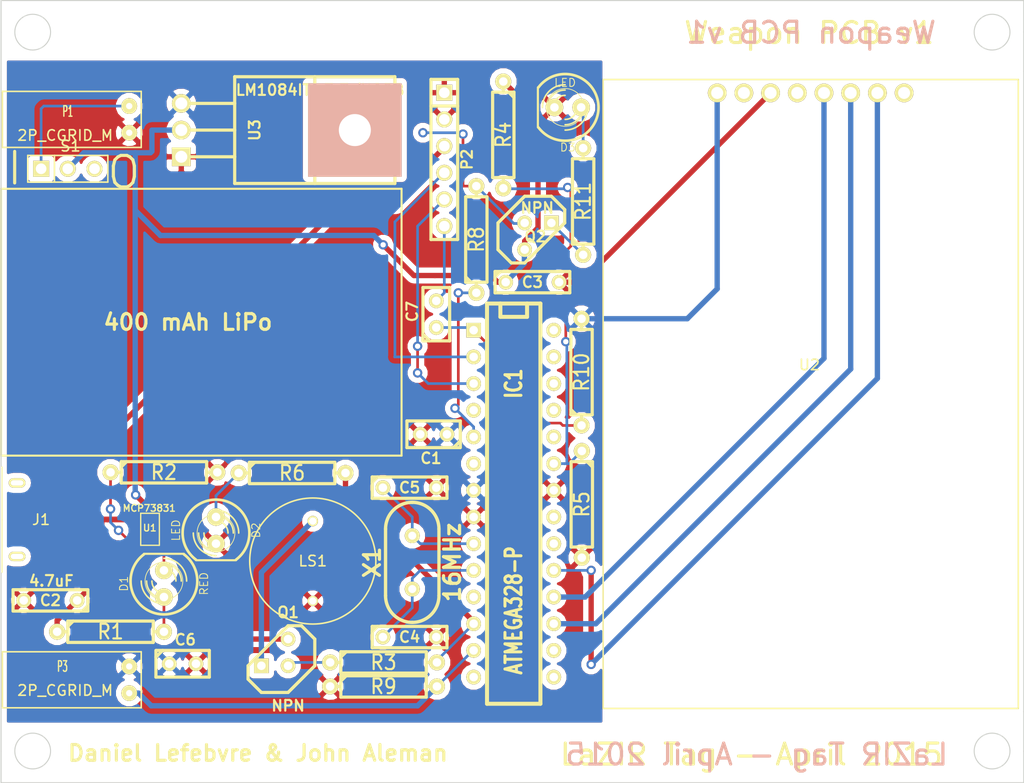
<source format=kicad_pcb>
(kicad_pcb (version 3) (host pcbnew "(2013-07-07 BZR 4022)-stable")

  (general
    (links 65)
    (no_connects 0)
    (area 32.002999 17.082299 129.590001 91.629701)
    (thickness 1.6)
    (drawings 28)
    (tracks 175)
    (zones 0)
    (modules 33)
    (nets 28)
  )

  (page A3)
  (layers
    (15 F.Cu signal)
    (0 B.Cu signal)
    (16 B.Adhes user hide)
    (17 F.Adhes user hide)
    (18 B.Paste user hide)
    (19 F.Paste user hide)
    (20 B.SilkS user)
    (21 F.SilkS user)
    (22 B.Mask user hide)
    (23 F.Mask user hide)
    (24 Dwgs.User user hide)
    (25 Cmts.User user hide)
    (26 Eco1.User user hide)
    (27 Eco2.User user hide)
    (28 Edge.Cuts user)
  )

  (setup
    (last_trace_width 0.508)
    (trace_clearance 0.254)
    (zone_clearance 0.508)
    (zone_45_only no)
    (trace_min 0.254)
    (segment_width 0.2)
    (edge_width 0.1)
    (via_size 0.889)
    (via_drill 0.508)
    (via_min_size 0.889)
    (via_min_drill 0.508)
    (uvia_size 0.508)
    (uvia_drill 0.127)
    (uvias_allowed no)
    (uvia_min_size 0.508)
    (uvia_min_drill 0.127)
    (pcb_text_width 0.3)
    (pcb_text_size 1.5 1.5)
    (mod_edge_width 0.15)
    (mod_text_size 1 1)
    (mod_text_width 0.15)
    (pad_size 1 1)
    (pad_drill 0.7)
    (pad_to_mask_clearance 0)
    (aux_axis_origin 0 0)
    (visible_elements 7FFFFFFF)
    (pcbplotparams
      (layerselection 3178497)
      (usegerberextensions true)
      (excludeedgelayer true)
      (linewidth 0.150000)
      (plotframeref false)
      (viasonmask false)
      (mode 1)
      (useauxorigin false)
      (hpglpennumber 1)
      (hpglpenspeed 20)
      (hpglpendiameter 15)
      (hpglpenoverlay 2)
      (psnegative false)
      (psa4output false)
      (plotreference true)
      (plotvalue true)
      (plotothertext true)
      (plotinvisibletext false)
      (padsonsilk false)
      (subtractmaskfromsilk false)
      (outputformat 1)
      (mirror false)
      (drillshape 1)
      (scaleselection 1)
      (outputdirectory ""))
  )

  (net 0 "")
  (net 1 +3.3V)
  (net 2 GND)
  (net 3 LED-Driver)
  (net 4 LED/Buzzer)
  (net 5 N-000001)
  (net 6 N-0000012)
  (net 7 N-0000013)
  (net 8 N-0000016)
  (net 9 N-0000018)
  (net 10 N-0000023)
  (net 11 N-0000024)
  (net 12 N-0000034)
  (net 13 N-0000043)
  (net 14 N-0000044)
  (net 15 N-000005)
  (net 16 N-000008)
  (net 17 N-000009)
  (net 18 RFID-MISO)
  (net 19 RFID-MOSI)
  (net 20 RFID-SCK)
  (net 21 Reset)
  (net 22 Trigger)
  (net 23 USBV)
  (net 24 Uart-Rx)
  (net 25 Uart-Tx)
  (net 26 V-Bat)
  (net 27 VoltageSense)

  (net_class Default "This is the default net class."
    (clearance 0.254)
    (trace_width 0.508)
    (via_dia 0.889)
    (via_drill 0.508)
    (uvia_dia 0.508)
    (uvia_drill 0.127)
    (add_net "")
    (add_net +3.3V)
    (add_net GND)
    (add_net LED-Driver)
    (add_net LED/Buzzer)
    (add_net N-000001)
    (add_net N-0000012)
    (add_net N-0000013)
    (add_net N-0000016)
    (add_net N-0000018)
    (add_net N-0000023)
    (add_net N-0000024)
    (add_net N-0000034)
    (add_net N-0000043)
    (add_net N-0000044)
    (add_net N-000005)
    (add_net N-000008)
    (add_net N-000009)
    (add_net RFID-MISO)
    (add_net RFID-MOSI)
    (add_net RFID-SCK)
    (add_net Reset)
    (add_net Trigger)
    (add_net USBV)
    (add_net Uart-Rx)
    (add_net Uart-Tx)
    (add_net V-Bat)
    (add_net VoltageSense)
  )

  (module DIP-28__300 (layer F.Cu) (tedit 200000) (tstamp 550B99F9)
    (at 81.026 65.024 270)
    (descr "28 pins DIL package, round pads, width 300mil")
    (tags DIL)
    (path /5501232B)
    (fp_text reference IC1 (at -11.43 0 270) (layer F.SilkS)
      (effects (font (size 1.524 1.143) (thickness 0.3048)))
    )
    (fp_text value ATMEGA328-P (at 10.16 0 270) (layer F.SilkS)
      (effects (font (size 1.524 1.143) (thickness 0.3048)))
    )
    (fp_line (start -19.05 -2.54) (end 19.05 -2.54) (layer F.SilkS) (width 0.381))
    (fp_line (start 19.05 -2.54) (end 19.05 2.54) (layer F.SilkS) (width 0.381))
    (fp_line (start 19.05 2.54) (end -19.05 2.54) (layer F.SilkS) (width 0.381))
    (fp_line (start -19.05 2.54) (end -19.05 -2.54) (layer F.SilkS) (width 0.381))
    (fp_line (start -19.05 -1.27) (end -17.78 -1.27) (layer F.SilkS) (width 0.381))
    (fp_line (start -17.78 -1.27) (end -17.78 1.27) (layer F.SilkS) (width 0.381))
    (fp_line (start -17.78 1.27) (end -19.05 1.27) (layer F.SilkS) (width 0.381))
    (pad 2 thru_hole circle (at -13.97 3.81 270) (size 1.397 1.397) (drill 0.8128)
      (layers *.Cu *.Mask F.SilkS)
      (net 24 Uart-Rx)
    )
    (pad 3 thru_hole circle (at -11.43 3.81 270) (size 1.397 1.397) (drill 0.8128)
      (layers *.Cu *.Mask F.SilkS)
      (net 25 Uart-Tx)
    )
    (pad 4 thru_hole circle (at -8.89 3.81 270) (size 1.397 1.397) (drill 0.8128)
      (layers *.Cu *.Mask F.SilkS)
    )
    (pad 5 thru_hole circle (at -6.35 3.81 270) (size 1.397 1.397) (drill 0.8128)
      (layers *.Cu *.Mask F.SilkS)
      (net 3 LED-Driver)
    )
    (pad 6 thru_hole circle (at -3.81 3.81 270) (size 1.397 1.397) (drill 0.8128)
      (layers *.Cu *.Mask F.SilkS)
    )
    (pad 7 thru_hole circle (at -1.27 3.81 270) (size 1.397 1.397) (drill 0.8128)
      (layers *.Cu *.Mask F.SilkS)
      (net 1 +3.3V)
    )
    (pad 8 thru_hole circle (at 1.27 3.81 270) (size 1.397 1.397) (drill 0.8128)
      (layers *.Cu *.Mask F.SilkS)
      (net 2 GND)
    )
    (pad 9 thru_hole circle (at 3.81 3.81 270) (size 1.397 1.397) (drill 0.8128)
      (layers *.Cu *.Mask F.SilkS)
      (net 10 N-0000023)
    )
    (pad 10 thru_hole circle (at 6.35 3.81 270) (size 1.397 1.397) (drill 0.8128)
      (layers *.Cu *.Mask F.SilkS)
      (net 11 N-0000024)
    )
    (pad 11 thru_hole circle (at 8.89 3.81 270) (size 1.397 1.397) (drill 0.8128)
      (layers *.Cu *.Mask F.SilkS)
    )
    (pad 12 thru_hole circle (at 11.43 3.81 270) (size 1.397 1.397) (drill 0.8128)
      (layers *.Cu *.Mask F.SilkS)
      (net 4 LED/Buzzer)
    )
    (pad 13 thru_hole circle (at 13.97 3.81 270) (size 1.397 1.397) (drill 0.8128)
      (layers *.Cu *.Mask F.SilkS)
      (net 22 Trigger)
    )
    (pad 14 thru_hole circle (at 16.51 3.81 270) (size 1.397 1.397) (drill 0.8128)
      (layers *.Cu *.Mask F.SilkS)
    )
    (pad 1 thru_hole rect (at -16.51 3.81 270) (size 1.397 1.397) (drill 0.8128)
      (layers *.Cu *.Mask F.SilkS)
      (net 21 Reset)
    )
    (pad 15 thru_hole circle (at 16.51 -3.81 270) (size 1.397 1.397) (drill 0.8128)
      (layers *.Cu *.Mask F.SilkS)
    )
    (pad 16 thru_hole circle (at 13.97 -3.81 270) (size 1.397 1.397) (drill 0.8128)
      (layers *.Cu *.Mask F.SilkS)
    )
    (pad 17 thru_hole circle (at 11.43 -3.81 270) (size 1.397 1.397) (drill 0.8128)
      (layers *.Cu *.Mask F.SilkS)
      (net 19 RFID-MOSI)
    )
    (pad 18 thru_hole circle (at 8.89 -3.81 270) (size 1.397 1.397) (drill 0.8128)
      (layers *.Cu *.Mask F.SilkS)
      (net 18 RFID-MISO)
    )
    (pad 19 thru_hole circle (at 6.35 -3.81 270) (size 1.397 1.397) (drill 0.8128)
      (layers *.Cu *.Mask F.SilkS)
      (net 20 RFID-SCK)
    )
    (pad 20 thru_hole circle (at 3.81 -3.81 270) (size 1.397 1.397) (drill 0.8128)
      (layers *.Cu *.Mask F.SilkS)
    )
    (pad 21 thru_hole circle (at 1.27 -3.81 270) (size 1.397 1.397) (drill 0.8128)
      (layers *.Cu *.Mask F.SilkS)
    )
    (pad 22 thru_hole circle (at -1.27 -3.81 270) (size 1.397 1.397) (drill 0.8128)
      (layers *.Cu *.Mask F.SilkS)
      (net 2 GND)
    )
    (pad 23 thru_hole circle (at -3.81 -3.81 270) (size 1.397 1.397) (drill 0.8128)
      (layers *.Cu *.Mask F.SilkS)
      (net 27 VoltageSense)
    )
    (pad 24 thru_hole circle (at -6.35 -3.81 270) (size 1.397 1.397) (drill 0.8128)
      (layers *.Cu *.Mask F.SilkS)
    )
    (pad 25 thru_hole circle (at -8.89 -3.81 270) (size 1.397 1.397) (drill 0.8128)
      (layers *.Cu *.Mask F.SilkS)
    )
    (pad 26 thru_hole circle (at -11.43 -3.81 270) (size 1.397 1.397) (drill 0.8128)
      (layers *.Cu *.Mask F.SilkS)
    )
    (pad 27 thru_hole circle (at -13.97 -3.81 270) (size 1.397 1.397) (drill 0.8128)
      (layers *.Cu *.Mask F.SilkS)
    )
    (pad 28 thru_hole circle (at -16.51 -3.81 270) (size 1.397 1.397) (drill 0.8128)
      (layers *.Cu *.Mask F.SilkS)
    )
    (model dil/dil_28-w300.wrl
      (at (xyz 0 0 0))
      (scale (xyz 1 1 1))
      (rotate (xyz 0 0 0))
    )
  )

  (module TO92 (layer F.Cu) (tedit 443CFFD1) (tstamp 550B9856)
    (at 58.293 79.1845 180)
    (descr "Transistor TO92 brochage type BC237")
    (tags "TR TO92")
    (path /550F9896)
    (fp_text reference Q1 (at -1.27 3.81 180) (layer F.SilkS)
      (effects (font (size 1.016 1.016) (thickness 0.2032)))
    )
    (fp_text value NPN (at -1.27 -5.08 180) (layer F.SilkS)
      (effects (font (size 1.016 1.016) (thickness 0.2032)))
    )
    (fp_line (start -1.27 2.54) (end 2.54 -1.27) (layer F.SilkS) (width 0.3048))
    (fp_line (start 2.54 -1.27) (end 2.54 -2.54) (layer F.SilkS) (width 0.3048))
    (fp_line (start 2.54 -2.54) (end 1.27 -3.81) (layer F.SilkS) (width 0.3048))
    (fp_line (start 1.27 -3.81) (end -1.27 -3.81) (layer F.SilkS) (width 0.3048))
    (fp_line (start -1.27 -3.81) (end -3.81 -1.27) (layer F.SilkS) (width 0.3048))
    (fp_line (start -3.81 -1.27) (end -3.81 1.27) (layer F.SilkS) (width 0.3048))
    (fp_line (start -3.81 1.27) (end -2.54 2.54) (layer F.SilkS) (width 0.3048))
    (fp_line (start -2.54 2.54) (end -1.27 2.54) (layer F.SilkS) (width 0.3048))
    (pad 1 thru_hole rect (at 1.27 -1.27 180) (size 1.397 1.397) (drill 0.8128)
      (layers *.Cu *.Mask F.SilkS)
      (net 7 N-0000013)
    )
    (pad 2 thru_hole circle (at -1.27 -1.27 180) (size 1.397 1.397) (drill 0.8128)
      (layers *.Cu *.Mask F.SilkS)
      (net 6 N-0000012)
    )
    (pad 3 thru_hole circle (at -1.27 1.27 180) (size 1.397 1.397) (drill 0.8128)
      (layers *.Cu *.Mask F.SilkS)
      (net 26 V-Bat)
    )
    (model discret/to98.wrl
      (at (xyz 0 0 0))
      (scale (xyz 1 1 1))
      (rotate (xyz 0 0 0))
    )
  )

  (module SOT23-5 (layer F.Cu) (tedit 550F2FC2) (tstamp 550B9863)
    (at 46.4312 67.4624 90)
    (path /55012349)
    (attr smd)
    (fp_text reference U1 (at 0.127 -0.0254 180) (layer F.SilkS)
      (effects (font (size 0.635 0.635) (thickness 0.127)))
    )
    (fp_text value MCP73831 (at 2.0066 -0.0762 180) (layer F.SilkS)
      (effects (font (size 0.635 0.635) (thickness 0.127)))
    )
    (fp_line (start 1.524 -0.889) (end 1.524 0.889) (layer F.SilkS) (width 0.127))
    (fp_line (start 1.524 0.889) (end -1.524 0.889) (layer F.SilkS) (width 0.127))
    (fp_line (start -1.524 0.889) (end -1.524 -0.889) (layer F.SilkS) (width 0.127))
    (fp_line (start -1.524 -0.889) (end 1.524 -0.889) (layer F.SilkS) (width 0.127))
    (pad 1 smd rect (at -0.9525 1.27 90) (size 0.508 0.762)
      (layers F.Cu F.Paste F.Mask)
      (net 15 N-000005)
    )
    (pad 3 smd rect (at 0.9525 1.27 90) (size 0.508 0.762)
      (layers F.Cu F.Paste F.Mask)
      (net 26 V-Bat)
    )
    (pad 5 smd rect (at -0.9525 -1.27 90) (size 0.508 0.762)
      (layers F.Cu F.Paste F.Mask)
      (net 16 N-000008)
    )
    (pad 2 smd rect (at 0 1.27 90) (size 0.508 0.762)
      (layers F.Cu F.Paste F.Mask)
      (net 2 GND)
    )
    (pad 4 smd rect (at 0.9525 -1.27 90) (size 0.508 0.762)
      (layers F.Cu F.Paste F.Mask)
      (net 23 USBV)
    )
    (model smd/SOT23_5.wrl
      (at (xyz 0 0 0))
      (scale (xyz 0.1 0.1 0.1))
      (rotate (xyz 0 0 0))
    )
  )

  (module R4 (layer F.Cu) (tedit 200000) (tstamp 550F3B25)
    (at 80.0354 29.9212 270)
    (descr "Resitance 4 pas")
    (tags R)
    (path /55012D9E)
    (autoplace_cost180 10)
    (fp_text reference R4 (at 0 0 270) (layer F.SilkS)
      (effects (font (size 1.397 1.27) (thickness 0.2032)))
    )
    (fp_text value 10k (at 0 0 270) (layer F.SilkS) hide
      (effects (font (size 1.397 1.27) (thickness 0.2032)))
    )
    (fp_line (start -5.08 0) (end -4.064 0) (layer F.SilkS) (width 0.3048))
    (fp_line (start -4.064 0) (end -4.064 -1.016) (layer F.SilkS) (width 0.3048))
    (fp_line (start -4.064 -1.016) (end 4.064 -1.016) (layer F.SilkS) (width 0.3048))
    (fp_line (start 4.064 -1.016) (end 4.064 1.016) (layer F.SilkS) (width 0.3048))
    (fp_line (start 4.064 1.016) (end -4.064 1.016) (layer F.SilkS) (width 0.3048))
    (fp_line (start -4.064 1.016) (end -4.064 0) (layer F.SilkS) (width 0.3048))
    (fp_line (start -4.064 -0.508) (end -3.556 -1.016) (layer F.SilkS) (width 0.3048))
    (fp_line (start 5.08 0) (end 4.064 0) (layer F.SilkS) (width 0.3048))
    (pad 1 thru_hole circle (at -5.08 0 270) (size 1.524 1.524) (drill 0.8128)
      (layers *.Cu *.Mask F.SilkS)
      (net 26 V-Bat)
    )
    (pad 2 thru_hole circle (at 5.08 0 270) (size 1.524 1.524) (drill 0.8128)
      (layers *.Cu *.Mask F.SilkS)
      (net 27 VoltageSense)
    )
    (model discret/resistor.wrl
      (at (xyz 0 0 0))
      (scale (xyz 0.4 0.4 0.4))
      (rotate (xyz 0 0 0))
    )
  )

  (module R4 (layer F.Cu) (tedit 200000) (tstamp 550F3682)
    (at 68.6435 80.137)
    (descr "Resitance 4 pas")
    (tags R)
    (path /550F989C)
    (autoplace_cost180 10)
    (fp_text reference R3 (at 0 0) (layer F.SilkS)
      (effects (font (size 1.397 1.27) (thickness 0.2032)))
    )
    (fp_text value 560 (at 0 0) (layer F.SilkS) hide
      (effects (font (size 1.397 1.27) (thickness 0.2032)))
    )
    (fp_line (start -5.08 0) (end -4.064 0) (layer F.SilkS) (width 0.3048))
    (fp_line (start -4.064 0) (end -4.064 -1.016) (layer F.SilkS) (width 0.3048))
    (fp_line (start -4.064 -1.016) (end 4.064 -1.016) (layer F.SilkS) (width 0.3048))
    (fp_line (start 4.064 -1.016) (end 4.064 1.016) (layer F.SilkS) (width 0.3048))
    (fp_line (start 4.064 1.016) (end -4.064 1.016) (layer F.SilkS) (width 0.3048))
    (fp_line (start -4.064 1.016) (end -4.064 0) (layer F.SilkS) (width 0.3048))
    (fp_line (start -4.064 -0.508) (end -3.556 -1.016) (layer F.SilkS) (width 0.3048))
    (fp_line (start 5.08 0) (end 4.064 0) (layer F.SilkS) (width 0.3048))
    (pad 1 thru_hole circle (at -5.08 0) (size 1.524 1.524) (drill 0.8128)
      (layers *.Cu *.Mask F.SilkS)
      (net 6 N-0000012)
    )
    (pad 2 thru_hole circle (at 5.08 0) (size 1.524 1.524) (drill 0.8128)
      (layers *.Cu *.Mask F.SilkS)
      (net 4 LED/Buzzer)
    )
    (model discret/resistor.wrl
      (at (xyz 0 0 0))
      (scale (xyz 0.4 0.4 0.4))
      (rotate (xyz 0 0 0))
    )
  )

  (module R4 (layer F.Cu) (tedit 200000) (tstamp 550B989B)
    (at 42.672 77.216)
    (descr "Resitance 4 pas")
    (tags R)
    (path /5501234A)
    (autoplace_cost180 10)
    (fp_text reference R1 (at 0 0) (layer F.SilkS)
      (effects (font (size 1.397 1.27) (thickness 0.2032)))
    )
    (fp_text value 330 (at 0 0) (layer F.SilkS) hide
      (effects (font (size 1.397 1.27) (thickness 0.2032)))
    )
    (fp_line (start -5.08 0) (end -4.064 0) (layer F.SilkS) (width 0.3048))
    (fp_line (start -4.064 0) (end -4.064 -1.016) (layer F.SilkS) (width 0.3048))
    (fp_line (start -4.064 -1.016) (end 4.064 -1.016) (layer F.SilkS) (width 0.3048))
    (fp_line (start 4.064 -1.016) (end 4.064 1.016) (layer F.SilkS) (width 0.3048))
    (fp_line (start 4.064 1.016) (end -4.064 1.016) (layer F.SilkS) (width 0.3048))
    (fp_line (start -4.064 1.016) (end -4.064 0) (layer F.SilkS) (width 0.3048))
    (fp_line (start -4.064 -0.508) (end -3.556 -1.016) (layer F.SilkS) (width 0.3048))
    (fp_line (start 5.08 0) (end 4.064 0) (layer F.SilkS) (width 0.3048))
    (pad 1 thru_hole circle (at -5.08 0) (size 1.524 1.524) (drill 0.8128)
      (layers *.Cu *.Mask F.SilkS)
      (net 23 USBV)
    )
    (pad 2 thru_hole circle (at 5.08 0) (size 1.524 1.524) (drill 0.8128)
      (layers *.Cu *.Mask F.SilkS)
      (net 17 N-000009)
    )
    (model discret/resistor.wrl
      (at (xyz 0 0 0))
      (scale (xyz 0.4 0.4 0.4))
      (rotate (xyz 0 0 0))
    )
  )

  (module R4 (layer F.Cu) (tedit 550B9926) (tstamp 550B98A9)
    (at 87.503 65.0875 270)
    (descr "Resitance 4 pas")
    (tags R)
    (path /55012DAD)
    (autoplace_cost180 10)
    (fp_text reference R5 (at 0 0 270) (layer F.SilkS)
      (effects (font (size 1.397 1.27) (thickness 0.2032)))
    )
    (fp_text value 10k (at 0 0 270) (layer F.SilkS) hide
      (effects (font (size 1.397 1.27) (thickness 0.2032)))
    )
    (fp_line (start -5.08 0) (end -4.064 0) (layer F.SilkS) (width 0.3048))
    (fp_line (start -4.064 0) (end -4.064 -1.016) (layer F.SilkS) (width 0.3048))
    (fp_line (start -4.064 -1.016) (end 4.064 -1.016) (layer F.SilkS) (width 0.3048))
    (fp_line (start 4.064 -1.016) (end 4.064 1.016) (layer F.SilkS) (width 0.3048))
    (fp_line (start 4.064 1.016) (end -4.064 1.016) (layer F.SilkS) (width 0.3048))
    (fp_line (start -4.064 1.016) (end -4.064 0) (layer F.SilkS) (width 0.3048))
    (fp_line (start -4.064 -0.508) (end -3.556 -1.016) (layer F.SilkS) (width 0.3048))
    (fp_line (start 5.08 0) (end 4.064 0) (layer F.SilkS) (width 0.3048))
    (pad 1 thru_hole circle (at -5.08 0 270) (size 1.524 1.524) (drill 0.8128)
      (layers *.Cu *.Mask F.SilkS)
      (net 27 VoltageSense)
    )
    (pad 2 thru_hole circle (at 5.08 0 270) (size 1.524 1.524) (drill 0.8128)
      (layers *.Cu *.Mask F.SilkS)
      (net 2 GND)
    )
    (model discret/resistor.wrl
      (at (xyz 0 0 0))
      (scale (xyz 0.4 0.4 0.4))
      (rotate (xyz 0 0 0))
    )
  )

  (module R4 (layer F.Cu) (tedit 200000) (tstamp 550B98B7)
    (at 77.47 39.878 90)
    (descr "Resitance 4 pas")
    (tags R)
    (path /55012341)
    (autoplace_cost180 10)
    (fp_text reference R8 (at 0 0 90) (layer F.SilkS)
      (effects (font (size 1.397 1.27) (thickness 0.2032)))
    )
    (fp_text value 560 (at 0 0 90) (layer F.SilkS) hide
      (effects (font (size 1.397 1.27) (thickness 0.2032)))
    )
    (fp_line (start -5.08 0) (end -4.064 0) (layer F.SilkS) (width 0.3048))
    (fp_line (start -4.064 0) (end -4.064 -1.016) (layer F.SilkS) (width 0.3048))
    (fp_line (start -4.064 -1.016) (end 4.064 -1.016) (layer F.SilkS) (width 0.3048))
    (fp_line (start 4.064 -1.016) (end 4.064 1.016) (layer F.SilkS) (width 0.3048))
    (fp_line (start 4.064 1.016) (end -4.064 1.016) (layer F.SilkS) (width 0.3048))
    (fp_line (start -4.064 1.016) (end -4.064 0) (layer F.SilkS) (width 0.3048))
    (fp_line (start -4.064 -0.508) (end -3.556 -1.016) (layer F.SilkS) (width 0.3048))
    (fp_line (start 5.08 0) (end 4.064 0) (layer F.SilkS) (width 0.3048))
    (pad 1 thru_hole circle (at -5.08 0 90) (size 1.524 1.524) (drill 0.8128)
      (layers *.Cu *.Mask F.SilkS)
      (net 3 LED-Driver)
    )
    (pad 2 thru_hole circle (at 5.08 0 90) (size 1.524 1.524) (drill 0.8128)
      (layers *.Cu *.Mask F.SilkS)
      (net 9 N-0000018)
    )
    (model discret/resistor.wrl
      (at (xyz 0 0 0))
      (scale (xyz 0.4 0.4 0.4))
      (rotate (xyz 0 0 0))
    )
  )

  (module R4 (layer F.Cu) (tedit 200000) (tstamp 550B98C5)
    (at 59.944 62.103)
    (descr "Resitance 4 pas")
    (tags R)
    (path /550129C5)
    (autoplace_cost180 10)
    (fp_text reference R6 (at 0 0) (layer F.SilkS)
      (effects (font (size 1.397 1.27) (thickness 0.2032)))
    )
    (fp_text value 1k (at 0 0) (layer F.SilkS) hide
      (effects (font (size 1.397 1.27) (thickness 0.2032)))
    )
    (fp_line (start -5.08 0) (end -4.064 0) (layer F.SilkS) (width 0.3048))
    (fp_line (start -4.064 0) (end -4.064 -1.016) (layer F.SilkS) (width 0.3048))
    (fp_line (start -4.064 -1.016) (end 4.064 -1.016) (layer F.SilkS) (width 0.3048))
    (fp_line (start 4.064 -1.016) (end 4.064 1.016) (layer F.SilkS) (width 0.3048))
    (fp_line (start 4.064 1.016) (end -4.064 1.016) (layer F.SilkS) (width 0.3048))
    (fp_line (start -4.064 1.016) (end -4.064 0) (layer F.SilkS) (width 0.3048))
    (fp_line (start -4.064 -0.508) (end -3.556 -1.016) (layer F.SilkS) (width 0.3048))
    (fp_line (start 5.08 0) (end 4.064 0) (layer F.SilkS) (width 0.3048))
    (pad 1 thru_hole circle (at -5.08 0) (size 1.524 1.524) (drill 0.8128)
      (layers *.Cu *.Mask F.SilkS)
      (net 8 N-0000016)
    )
    (pad 2 thru_hole circle (at 5.08 0) (size 1.524 1.524) (drill 0.8128)
      (layers *.Cu *.Mask F.SilkS)
      (net 4 LED/Buzzer)
    )
    (model discret/resistor.wrl
      (at (xyz 0 0 0))
      (scale (xyz 0.4 0.4 0.4))
      (rotate (xyz 0 0 0))
    )
  )

  (module R4 (layer F.Cu) (tedit 200000) (tstamp 550B98D3)
    (at 68.6435 82.423)
    (descr "Resitance 4 pas")
    (tags R)
    (path /55012B59)
    (autoplace_cost180 10)
    (fp_text reference R9 (at 0 0) (layer F.SilkS)
      (effects (font (size 1.397 1.27) (thickness 0.2032)))
    )
    (fp_text value 10k (at 0 0) (layer F.SilkS) hide
      (effects (font (size 1.397 1.27) (thickness 0.2032)))
    )
    (fp_line (start -5.08 0) (end -4.064 0) (layer F.SilkS) (width 0.3048))
    (fp_line (start -4.064 0) (end -4.064 -1.016) (layer F.SilkS) (width 0.3048))
    (fp_line (start -4.064 -1.016) (end 4.064 -1.016) (layer F.SilkS) (width 0.3048))
    (fp_line (start 4.064 -1.016) (end 4.064 1.016) (layer F.SilkS) (width 0.3048))
    (fp_line (start 4.064 1.016) (end -4.064 1.016) (layer F.SilkS) (width 0.3048))
    (fp_line (start -4.064 1.016) (end -4.064 0) (layer F.SilkS) (width 0.3048))
    (fp_line (start -4.064 -0.508) (end -3.556 -1.016) (layer F.SilkS) (width 0.3048))
    (fp_line (start 5.08 0) (end 4.064 0) (layer F.SilkS) (width 0.3048))
    (pad 1 thru_hole circle (at -5.08 0) (size 1.524 1.524) (drill 0.8128)
      (layers *.Cu *.Mask F.SilkS)
      (net 2 GND)
    )
    (pad 2 thru_hole circle (at 5.08 0) (size 1.524 1.524) (drill 0.8128)
      (layers *.Cu *.Mask F.SilkS)
      (net 22 Trigger)
    )
    (model discret/resistor.wrl
      (at (xyz 0 0 0))
      (scale (xyz 0.4 0.4 0.4))
      (rotate (xyz 0 0 0))
    )
  )

  (module R4 (layer F.Cu) (tedit 550F3DB2) (tstamp 550B98E1)
    (at 47.752 62.0395)
    (descr "Resitance 4 pas")
    (tags R)
    (path /5501234D)
    (autoplace_cost180 10)
    (fp_text reference R2 (at 0 0) (layer F.SilkS)
      (effects (font (size 1.397 1.27) (thickness 0.2032)))
    )
    (fp_text value 2k (at 0 0) (layer F.SilkS) hide
      (effects (font (size 1.397 1.27) (thickness 0.2032)))
    )
    (fp_line (start -5.08 0) (end -4.064 0) (layer F.SilkS) (width 0.3048))
    (fp_line (start -4.064 0) (end -4.064 -1.016) (layer F.SilkS) (width 0.3048))
    (fp_line (start -4.064 -1.016) (end 4.064 -1.016) (layer F.SilkS) (width 0.3048))
    (fp_line (start 4.064 -1.016) (end 4.064 1.016) (layer F.SilkS) (width 0.3048))
    (fp_line (start 4.064 1.016) (end -4.064 1.016) (layer F.SilkS) (width 0.3048))
    (fp_line (start -4.064 1.016) (end -4.064 0) (layer F.SilkS) (width 0.3048))
    (fp_line (start -4.064 -0.508) (end -3.556 -1.016) (layer F.SilkS) (width 0.3048))
    (fp_line (start 5.08 0) (end 4.064 0) (layer F.SilkS) (width 0.3048))
    (pad 1 thru_hole circle (at -5.08 0) (size 1.524 1.524) (drill 0.8128)
      (layers *.Cu *.Mask F.SilkS)
      (net 16 N-000008)
    )
    (pad 2 thru_hole circle (at 5.08 0) (size 1.524 1.524) (drill 0.8128)
      (layers *.Cu *.Mask F.SilkS)
      (net 2 GND)
    )
    (model discret/resistor.wrl
      (at (xyz 0 0 0))
      (scale (xyz 0.4 0.4 0.4))
      (rotate (xyz 0 0 0))
    )
  )

  (module PIN_ARRAY-6X1 (layer F.Cu) (tedit 5511D618) (tstamp 550B98F0)
    (at 74.422 32.258 270)
    (descr "Connecteur 6 pins")
    (tags "CONN DEV")
    (path /5501232C)
    (fp_text reference P2 (at 0 -2.159 270) (layer F.SilkS)
      (effects (font (size 1.016 1.016) (thickness 0.2032)))
    )
    (fp_text value USB-TTL (at 1.3335 2.0955 270) (layer F.SilkS) hide
      (effects (font (size 1.016 0.889) (thickness 0.2032)))
    )
    (fp_line (start -7.62 1.27) (end -7.62 -1.27) (layer F.SilkS) (width 0.3048))
    (fp_line (start -7.62 -1.27) (end 7.62 -1.27) (layer F.SilkS) (width 0.3048))
    (fp_line (start 7.62 -1.27) (end 7.62 1.27) (layer F.SilkS) (width 0.3048))
    (fp_line (start 7.62 1.27) (end -7.62 1.27) (layer F.SilkS) (width 0.3048))
    (fp_line (start -5.08 1.27) (end -5.08 -1.27) (layer F.SilkS) (width 0.3048))
    (pad 1 thru_hole rect (at -6.35 0 270) (size 1.524 1.524) (drill 1.016)
      (layers *.Cu *.Mask F.SilkS)
      (net 2 GND)
    )
    (pad 2 thru_hole circle (at -3.81 0 270) (size 1.524 1.524) (drill 1.016)
      (layers *.Cu *.Mask F.SilkS)
      (net 2 GND)
    )
    (pad 3 thru_hole circle (at -1.27 0 270) (size 1.524 1.524) (drill 1.016)
      (layers *.Cu *.Mask F.SilkS)
      (net 23 USBV)
    )
    (pad 4 thru_hole circle (at 1.27 0 270) (size 1.524 1.524) (drill 1.016)
      (layers *.Cu *.Mask F.SilkS)
      (net 24 Uart-Rx)
    )
    (pad 5 thru_hole circle (at 3.81 0 270) (size 1.524 1.524) (drill 1.016)
      (layers *.Cu *.Mask F.SilkS)
      (net 25 Uart-Tx)
    )
    (pad 6 thru_hole circle (at 6.35 0 270) (size 1.524 1.524) (drill 1.016)
      (layers *.Cu *.Mask F.SilkS)
      (net 12 N-0000034)
    )
    (model pin_array/pins_array_6x1.wrl
      (at (xyz 0 0 0))
      (scale (xyz 1 1 1))
      (rotate (xyz 0 0 0))
    )
  )

  (module LED-5MM (layer F.Cu) (tedit 50ADE86B) (tstamp 550B98FF)
    (at 47.752 72.644 90)
    (descr "LED 5mm - Lead pitch 100mil (2,54mm)")
    (tags "LED led 5mm 5MM 100mil 2,54mm")
    (path /5501234B)
    (fp_text reference D1 (at 0 -3.81 90) (layer F.SilkS)
      (effects (font (size 0.762 0.762) (thickness 0.0889)))
    )
    (fp_text value RED (at 0 3.81 90) (layer F.SilkS)
      (effects (font (size 0.762 0.762) (thickness 0.0889)))
    )
    (fp_line (start 2.8448 1.905) (end 2.8448 -1.905) (layer F.SilkS) (width 0.2032))
    (fp_circle (center 0.254 0) (end -1.016 1.27) (layer F.SilkS) (width 0.0762))
    (fp_arc (start 0.254 0) (end 2.794 1.905) (angle 286.2) (layer F.SilkS) (width 0.254))
    (fp_arc (start 0.254 0) (end -0.889 0) (angle 90) (layer F.SilkS) (width 0.1524))
    (fp_arc (start 0.254 0) (end 1.397 0) (angle 90) (layer F.SilkS) (width 0.1524))
    (fp_arc (start 0.254 0) (end -1.397 0) (angle 90) (layer F.SilkS) (width 0.1524))
    (fp_arc (start 0.254 0) (end 1.905 0) (angle 90) (layer F.SilkS) (width 0.1524))
    (fp_arc (start 0.254 0) (end -1.905 0) (angle 90) (layer F.SilkS) (width 0.1524))
    (fp_arc (start 0.254 0) (end 2.413 0) (angle 90) (layer F.SilkS) (width 0.1524))
    (pad 1 thru_hole circle (at -1.27 0 90) (size 1.6764 1.6764) (drill 0.8128)
      (layers *.Cu *.Mask F.SilkS)
      (net 17 N-000009)
    )
    (pad 2 thru_hole circle (at 1.27 0 90) (size 1.6764 1.6764) (drill 0.8128)
      (layers *.Cu *.Mask F.SilkS)
      (net 15 N-000005)
    )
    (model discret/leds/led5_vertical_verde.wrl
      (at (xyz 0 0 0))
      (scale (xyz 1 1 1))
      (rotate (xyz 0 0 0))
    )
  )

  (module LED-5MM (layer F.Cu) (tedit 5511DED6) (tstamp 550B990E)
    (at 86.1695 27.305 180)
    (descr "LED 5mm - Lead pitch 100mil (2,54mm)")
    (tags "LED led 5mm 5MM 100mil 2,54mm")
    (path /55012343)
    (fp_text reference D3 (at 0 -3.81 180) (layer F.SilkS)
      (effects (font (size 0.762 0.762) (thickness 0.0889)))
    )
    (fp_text value LED (at 0.254 2.3495 180) (layer F.SilkS)
      (effects (font (size 0.762 0.762) (thickness 0.0889)))
    )
    (fp_line (start 2.8448 1.905) (end 2.8448 -1.905) (layer F.SilkS) (width 0.2032))
    (fp_circle (center 0.254 0) (end -1.016 1.27) (layer F.SilkS) (width 0.0762))
    (fp_arc (start 0.254 0) (end 2.794 1.905) (angle 286.2) (layer F.SilkS) (width 0.254))
    (fp_arc (start 0.254 0) (end -0.889 0) (angle 90) (layer F.SilkS) (width 0.1524))
    (fp_arc (start 0.254 0) (end 1.397 0) (angle 90) (layer F.SilkS) (width 0.1524))
    (fp_arc (start 0.254 0) (end -1.397 0) (angle 90) (layer F.SilkS) (width 0.1524))
    (fp_arc (start 0.254 0) (end 1.905 0) (angle 90) (layer F.SilkS) (width 0.1524))
    (fp_arc (start 0.254 0) (end -1.905 0) (angle 90) (layer F.SilkS) (width 0.1524))
    (fp_arc (start 0.254 0) (end 2.413 0) (angle 90) (layer F.SilkS) (width 0.1524))
    (pad 1 thru_hole circle (at -1.27 0 180) (size 1.6764 1.6764) (drill 0.8128)
      (layers *.Cu *.Mask F.SilkS)
      (net 14 N-0000044)
    )
    (pad 2 thru_hole circle (at 1.27 0 180) (size 1.6764 1.6764) (drill 0.8128)
      (layers *.Cu *.Mask F.SilkS)
      (net 2 GND)
    )
    (model discret/leds/led5_vertical_verde.wrl
      (at (xyz 0 0 0))
      (scale (xyz 1 1 1))
      (rotate (xyz 0 0 0))
    )
  )

  (module LED-5MM (layer F.Cu) (tedit 550F2EEA) (tstamp 550B991D)
    (at 52.705 67.564 270)
    (descr "LED 5mm - Lead pitch 100mil (2,54mm)")
    (tags "LED led 5mm 5MM 100mil 2,54mm")
    (path /550129CB)
    (fp_text reference D2 (at 0 -3.81 270) (layer F.SilkS)
      (effects (font (size 0.762 0.762) (thickness 0.0889)))
    )
    (fp_text value LED (at 0 3.81 270) (layer F.SilkS)
      (effects (font (size 0.762 0.762) (thickness 0.0889)))
    )
    (fp_line (start 2.8448 1.905) (end 2.8448 -1.905) (layer F.SilkS) (width 0.2032))
    (fp_circle (center 0.254 0) (end -1.016 1.27) (layer F.SilkS) (width 0.0762))
    (fp_arc (start 0.254 0) (end 2.794 1.905) (angle 286.2) (layer F.SilkS) (width 0.254))
    (fp_arc (start 0.254 0) (end -0.889 0) (angle 90) (layer F.SilkS) (width 0.1524))
    (fp_arc (start 0.254 0) (end 1.397 0) (angle 90) (layer F.SilkS) (width 0.1524))
    (fp_arc (start 0.254 0) (end -1.397 0) (angle 90) (layer F.SilkS) (width 0.1524))
    (fp_arc (start 0.254 0) (end 1.905 0) (angle 90) (layer F.SilkS) (width 0.1524))
    (fp_arc (start 0.254 0) (end -1.905 0) (angle 90) (layer F.SilkS) (width 0.1524))
    (fp_arc (start 0.254 0) (end 2.413 0) (angle 90) (layer F.SilkS) (width 0.1524))
    (pad 1 thru_hole circle (at -1.27 0 270) (size 1.6764 1.6764) (drill 0.8128)
      (layers *.Cu *.Mask F.SilkS)
      (net 8 N-0000016)
    )
    (pad 2 thru_hole circle (at 1.27 0 270) (size 1.6764 1.6764) (drill 0.8128)
      (layers *.Cu *.Mask F.SilkS)
      (net 2 GND)
    )
    (model discret/leds/led5_vertical_verde.wrl
      (at (xyz 0 0 0))
      (scale (xyz 1 1 1))
      (rotate (xyz 0 0 0))
    )
  )

  (module HC-49V (layer F.Cu) (tedit 4C5EC450) (tstamp 550B9929)
    (at 71.374 70.612 90)
    (descr "Quartz boitier HC-49 Vertical")
    (tags "QUARTZ DEV")
    (path /55012334)
    (autoplace_cost180 10)
    (fp_text reference X1 (at 0 -3.81 90) (layer F.SilkS)
      (effects (font (size 1.524 1.524) (thickness 0.3048)))
    )
    (fp_text value 16MHz (at 0 3.81 90) (layer F.SilkS)
      (effects (font (size 1.524 1.524) (thickness 0.3048)))
    )
    (fp_line (start -3.175 2.54) (end 3.175 2.54) (layer F.SilkS) (width 0.3175))
    (fp_line (start -3.175 -2.54) (end 3.175 -2.54) (layer F.SilkS) (width 0.3175))
    (fp_arc (start 3.175 0) (end 3.175 -2.54) (angle 90) (layer F.SilkS) (width 0.3175))
    (fp_arc (start 3.175 0) (end 5.715 0) (angle 90) (layer F.SilkS) (width 0.3175))
    (fp_arc (start -3.175 0) (end -5.715 0) (angle 90) (layer F.SilkS) (width 0.3175))
    (fp_arc (start -3.175 0) (end -3.175 2.54) (angle 90) (layer F.SilkS) (width 0.3175))
    (pad 1 thru_hole circle (at -2.54 0 90) (size 1.4224 1.4224) (drill 0.762)
      (layers *.Cu *.Mask F.SilkS)
      (net 11 N-0000024)
    )
    (pad 2 thru_hole circle (at 2.54 0 90) (size 1.4224 1.4224) (drill 0.762)
      (layers *.Cu *.Mask F.SilkS)
      (net 10 N-0000023)
    )
    (model discret/xtal/crystal_hc18u_vertical.wrl
      (at (xyz 0 0 0))
      (scale (xyz 1 1 0.2))
      (rotate (xyz 0 0 0))
    )
  )

  (module C2 (layer F.Cu) (tedit 550F2FCF) (tstamp 550F3047)
    (at 36.957 74.2315 180)
    (descr "Condensateur = 2 pas")
    (tags C)
    (path /55012347)
    (fp_text reference C2 (at 0 0 180) (layer F.SilkS)
      (effects (font (size 1.016 1.016) (thickness 0.2032)))
    )
    (fp_text value 4.7uF (at -0.0762 1.8542 180) (layer F.SilkS)
      (effects (font (size 1.016 1.016) (thickness 0.2032)))
    )
    (fp_line (start -3.556 -1.016) (end 3.556 -1.016) (layer F.SilkS) (width 0.3048))
    (fp_line (start 3.556 -1.016) (end 3.556 1.016) (layer F.SilkS) (width 0.3048))
    (fp_line (start 3.556 1.016) (end -3.556 1.016) (layer F.SilkS) (width 0.3048))
    (fp_line (start -3.556 1.016) (end -3.556 -1.016) (layer F.SilkS) (width 0.3048))
    (fp_line (start -3.556 -0.508) (end -3.048 -1.016) (layer F.SilkS) (width 0.3048))
    (pad 1 thru_hole circle (at -2.54 0 180) (size 1.397 1.397) (drill 0.8128)
      (layers *.Cu *.Mask F.SilkS)
      (net 23 USBV)
    )
    (pad 2 thru_hole circle (at 2.54 0 180) (size 1.397 1.397) (drill 0.8128)
      (layers *.Cu *.Mask F.SilkS)
      (net 2 GND)
    )
    (model discret/capa_2pas_5x5mm.wrl
      (at (xyz 0 0 0))
      (scale (xyz 1 1 1))
      (rotate (xyz 0 0 0))
    )
  )

  (module C2 (layer F.Cu) (tedit 200000) (tstamp 550FA1FF)
    (at 82.804 43.942)
    (descr "Condensateur = 2 pas")
    (tags C)
    (path /5501234F)
    (fp_text reference C3 (at 0 0) (layer F.SilkS)
      (effects (font (size 1.016 1.016) (thickness 0.2032)))
    )
    (fp_text value 4.7uF (at 0 0) (layer F.SilkS) hide
      (effects (font (size 1.016 1.016) (thickness 0.2032)))
    )
    (fp_line (start -3.556 -1.016) (end 3.556 -1.016) (layer F.SilkS) (width 0.3048))
    (fp_line (start 3.556 -1.016) (end 3.556 1.016) (layer F.SilkS) (width 0.3048))
    (fp_line (start 3.556 1.016) (end -3.556 1.016) (layer F.SilkS) (width 0.3048))
    (fp_line (start -3.556 1.016) (end -3.556 -1.016) (layer F.SilkS) (width 0.3048))
    (fp_line (start -3.556 -0.508) (end -3.048 -1.016) (layer F.SilkS) (width 0.3048))
    (pad 1 thru_hole circle (at -2.54 0) (size 1.397 1.397) (drill 0.8128)
      (layers *.Cu *.Mask F.SilkS)
      (net 26 V-Bat)
    )
    (pad 2 thru_hole circle (at 2.54 0) (size 1.397 1.397) (drill 0.8128)
      (layers *.Cu *.Mask F.SilkS)
      (net 2 GND)
    )
    (model discret/capa_2pas_5x5mm.wrl
      (at (xyz 0 0 0))
      (scale (xyz 1 1 1))
      (rotate (xyz 0 0 0))
    )
  )

  (module C2 (layer F.Cu) (tedit 200000) (tstamp 550B9971)
    (at 71.12 77.724)
    (descr "Condensateur = 2 pas")
    (tags C)
    (path /55012330)
    (fp_text reference C4 (at 0 0) (layer F.SilkS)
      (effects (font (size 1.016 1.016) (thickness 0.2032)))
    )
    (fp_text value 22pF (at 0 0) (layer F.SilkS) hide
      (effects (font (size 1.016 1.016) (thickness 0.2032)))
    )
    (fp_line (start -3.556 -1.016) (end 3.556 -1.016) (layer F.SilkS) (width 0.3048))
    (fp_line (start 3.556 -1.016) (end 3.556 1.016) (layer F.SilkS) (width 0.3048))
    (fp_line (start 3.556 1.016) (end -3.556 1.016) (layer F.SilkS) (width 0.3048))
    (fp_line (start -3.556 1.016) (end -3.556 -1.016) (layer F.SilkS) (width 0.3048))
    (fp_line (start -3.556 -0.508) (end -3.048 -1.016) (layer F.SilkS) (width 0.3048))
    (pad 1 thru_hole circle (at -2.54 0) (size 1.397 1.397) (drill 0.8128)
      (layers *.Cu *.Mask F.SilkS)
      (net 11 N-0000024)
    )
    (pad 2 thru_hole circle (at 2.54 0) (size 1.397 1.397) (drill 0.8128)
      (layers *.Cu *.Mask F.SilkS)
      (net 2 GND)
    )
    (model discret/capa_2pas_5x5mm.wrl
      (at (xyz 0 0 0))
      (scale (xyz 1 1 1))
      (rotate (xyz 0 0 0))
    )
  )

  (module C2 (layer F.Cu) (tedit 200000) (tstamp 550B997C)
    (at 71.12 63.5)
    (descr "Condensateur = 2 pas")
    (tags C)
    (path /5501232F)
    (fp_text reference C5 (at 0 0) (layer F.SilkS)
      (effects (font (size 1.016 1.016) (thickness 0.2032)))
    )
    (fp_text value 22pF (at 0 0) (layer F.SilkS) hide
      (effects (font (size 1.016 1.016) (thickness 0.2032)))
    )
    (fp_line (start -3.556 -1.016) (end 3.556 -1.016) (layer F.SilkS) (width 0.3048))
    (fp_line (start 3.556 -1.016) (end 3.556 1.016) (layer F.SilkS) (width 0.3048))
    (fp_line (start 3.556 1.016) (end -3.556 1.016) (layer F.SilkS) (width 0.3048))
    (fp_line (start -3.556 1.016) (end -3.556 -1.016) (layer F.SilkS) (width 0.3048))
    (fp_line (start -3.556 -0.508) (end -3.048 -1.016) (layer F.SilkS) (width 0.3048))
    (pad 1 thru_hole circle (at -2.54 0) (size 1.397 1.397) (drill 0.8128)
      (layers *.Cu *.Mask F.SilkS)
      (net 10 N-0000023)
    )
    (pad 2 thru_hole circle (at 2.54 0) (size 1.397 1.397) (drill 0.8128)
      (layers *.Cu *.Mask F.SilkS)
      (net 2 GND)
    )
    (model discret/capa_2pas_5x5mm.wrl
      (at (xyz 0 0 0))
      (scale (xyz 1 1 1))
      (rotate (xyz 0 0 0))
    )
  )

  (module C1 (layer F.Cu) (tedit 3F92C496) (tstamp 550B9987)
    (at 49.53 80.264)
    (descr "Condensateur e = 1 pas")
    (tags C)
    (path /5501267A)
    (fp_text reference C6 (at 0.254 -2.286) (layer F.SilkS)
      (effects (font (size 1.016 1.016) (thickness 0.2032)))
    )
    (fp_text value 100uF (at 0 -2.286) (layer F.SilkS) hide
      (effects (font (size 1.016 1.016) (thickness 0.2032)))
    )
    (fp_line (start -2.4892 -1.27) (end 2.54 -1.27) (layer F.SilkS) (width 0.3048))
    (fp_line (start 2.54 -1.27) (end 2.54 1.27) (layer F.SilkS) (width 0.3048))
    (fp_line (start 2.54 1.27) (end -2.54 1.27) (layer F.SilkS) (width 0.3048))
    (fp_line (start -2.54 1.27) (end -2.54 -1.27) (layer F.SilkS) (width 0.3048))
    (fp_line (start -2.54 -0.635) (end -1.905 -1.27) (layer F.SilkS) (width 0.3048))
    (pad 1 thru_hole circle (at -1.27 0) (size 1.397 1.397) (drill 0.8128)
      (layers *.Cu *.Mask F.SilkS)
      (net 1 +3.3V)
    )
    (pad 2 thru_hole circle (at 1.27 0) (size 1.397 1.397) (drill 0.8128)
      (layers *.Cu *.Mask F.SilkS)
      (net 2 GND)
    )
    (model discret/capa_1_pas.wrl
      (at (xyz 0 0 0))
      (scale (xyz 1 1 1))
      (rotate (xyz 0 0 0))
    )
  )

  (module C1 (layer F.Cu) (tedit 3F92C496) (tstamp 550B9992)
    (at 73.66 46.99 90)
    (descr "Condensateur e = 1 pas")
    (tags C)
    (path /55012337)
    (fp_text reference C7 (at 0.254 -2.286 90) (layer F.SilkS)
      (effects (font (size 1.016 1.016) (thickness 0.2032)))
    )
    (fp_text value 0.1uF (at 0 -2.286 90) (layer F.SilkS) hide
      (effects (font (size 1.016 1.016) (thickness 0.2032)))
    )
    (fp_line (start -2.4892 -1.27) (end 2.54 -1.27) (layer F.SilkS) (width 0.3048))
    (fp_line (start 2.54 -1.27) (end 2.54 1.27) (layer F.SilkS) (width 0.3048))
    (fp_line (start 2.54 1.27) (end -2.54 1.27) (layer F.SilkS) (width 0.3048))
    (fp_line (start -2.54 1.27) (end -2.54 -1.27) (layer F.SilkS) (width 0.3048))
    (fp_line (start -2.54 -0.635) (end -1.905 -1.27) (layer F.SilkS) (width 0.3048))
    (pad 1 thru_hole circle (at -1.27 0 90) (size 1.397 1.397) (drill 0.8128)
      (layers *.Cu *.Mask F.SilkS)
      (net 21 Reset)
    )
    (pad 2 thru_hole circle (at 1.27 0 90) (size 1.397 1.397) (drill 0.8128)
      (layers *.Cu *.Mask F.SilkS)
      (net 12 N-0000034)
    )
    (model discret/capa_1_pas.wrl
      (at (xyz 0 0 0))
      (scale (xyz 1 1 1))
      (rotate (xyz 0 0 0))
    )
  )

  (module C1 (layer F.Cu) (tedit 3F92C496) (tstamp 550B999D)
    (at 73.406 58.42 180)
    (descr "Condensateur e = 1 pas")
    (tags C)
    (path /55012331)
    (fp_text reference C1 (at 0.254 -2.286 180) (layer F.SilkS)
      (effects (font (size 1.016 1.016) (thickness 0.2032)))
    )
    (fp_text value 0.1uF (at 0 -2.286 180) (layer F.SilkS) hide
      (effects (font (size 1.016 1.016) (thickness 0.2032)))
    )
    (fp_line (start -2.4892 -1.27) (end 2.54 -1.27) (layer F.SilkS) (width 0.3048))
    (fp_line (start 2.54 -1.27) (end 2.54 1.27) (layer F.SilkS) (width 0.3048))
    (fp_line (start 2.54 1.27) (end -2.54 1.27) (layer F.SilkS) (width 0.3048))
    (fp_line (start -2.54 1.27) (end -2.54 -1.27) (layer F.SilkS) (width 0.3048))
    (fp_line (start -2.54 -0.635) (end -1.905 -1.27) (layer F.SilkS) (width 0.3048))
    (pad 1 thru_hole circle (at -1.27 0 180) (size 1.397 1.397) (drill 0.8128)
      (layers *.Cu *.Mask F.SilkS)
      (net 1 +3.3V)
    )
    (pad 2 thru_hole circle (at 1.27 0 180) (size 1.397 1.397) (drill 0.8128)
      (layers *.Cu *.Mask F.SilkS)
      (net 2 GND)
    )
    (model discret/capa_1_pas.wrl
      (at (xyz 0 0 0))
      (scale (xyz 1 1 1))
      (rotate (xyz 0 0 0))
    )
  )

  (module RFID-RC522 (layer F.Cu) (tedit 550BBA65) (tstamp 550F413B)
    (at 129.032 84.5185 180)
    (path /5501232D)
    (fp_text reference U2 (at 19.8755 32.7025 180) (layer F.SilkS)
      (effects (font (size 1 1) (thickness 0.15)))
    )
    (fp_text value RFID-RC522 (at 19.7866 15.7226 180) (layer F.SilkS) hide
      (effects (font (size 1 1) (thickness 0.15)))
    )
    (fp_line (start 0.005 59.865) (end 0.005 0.005) (layer F.SilkS) (width 0.15))
    (fp_line (start 39.495 59.865) (end 0.005 59.865) (layer F.SilkS) (width 0.15))
    (fp_line (start 0.01 0) (end 39.5 0) (layer F.SilkS) (width 0.15))
    (fp_line (start 39.5 0) (end 39.5 59.86) (layer F.SilkS) (width 0.15))
    (pad 1 thru_hole circle (at 10.8712 58.59018 180) (size 1.778 1.778) (drill 1.143)
      (layers *.Cu *.Mask F.SilkS)
    )
    (pad 2 thru_hole circle (at 13.4112 58.59018 180) (size 1.778 1.778) (drill 1.143)
      (layers *.Cu *.Mask F.SilkS)
      (net 20 RFID-SCK)
    )
    (pad 3 thru_hole circle (at 15.9512 58.59018 180) (size 1.778 1.778) (drill 1.143)
      (layers *.Cu *.Mask F.SilkS)
      (net 19 RFID-MOSI)
    )
    (pad 4 thru_hole circle (at 18.4912 58.59018 180) (size 1.778 1.778) (drill 1.143)
      (layers *.Cu *.Mask F.SilkS)
      (net 18 RFID-MISO)
    )
    (pad 5 thru_hole circle (at 21.03374 58.59018 180) (size 1.778 1.778) (drill 1.143)
      (layers *.Cu *.Mask F.SilkS)
    )
    (pad 6 thru_hole circle (at 23.5712 58.59018 180) (size 1.778 1.778) (drill 1.143)
      (layers *.Cu *.Mask F.SilkS)
      (net 2 GND)
    )
    (pad 7 thru_hole circle (at 26.1112 58.59018 180) (size 1.778 1.778) (drill 1.143)
      (layers *.Cu *.Mask F.SilkS)
    )
    (pad 8 thru_hole circle (at 28.6512 58.59018 180) (size 1.778 1.778) (drill 1.143)
      (layers *.Cu *.Mask F.SilkS)
      (net 1 +3.3V)
    )
  )

  (module MicroUSB (layer F.Cu) (tedit 550F28B5) (tstamp 550BBADB)
    (at 33.782 66.548 270)
    (path /55012345)
    (fp_text reference J1 (at 0 -2.286 360) (layer F.SilkS)
      (effects (font (size 1 1) (thickness 0.15)))
    )
    (fp_text value MICRO_USB (at 0 -6.096 270) (layer F.SilkS) hide
      (effects (font (size 1 1) (thickness 0.15)))
    )
    (fp_line (start 0.025 1.45) (end -5 1.45) (layer F.SilkS) (width 0.15))
    (fp_line (start 0 1.45) (end 5 1.45) (layer F.SilkS) (width 0.15))
    (pad 1 smd rect (at -1.3 -4.025 270) (size 0.4 1.35)
      (layers F.Cu F.Paste F.Mask)
    )
    (pad 2 smd rect (at -0.65 -4.025 270) (size 0.4 1.35)
      (layers F.Cu F.Paste F.Mask)
    )
    (pad 3 smd rect (at 0 -4.025 270) (size 0.4 1.35)
      (layers F.Cu F.Paste F.Mask)
      (net 23 USBV)
    )
    (pad 4 smd rect (at 0.65 -4.025 270) (size 0.4 1.35)
      (layers F.Cu F.Paste F.Mask)
      (net 2 GND)
    )
    (pad 5 smd rect (at 1.3 -4.025 270) (size 0.4 1.35)
      (layers F.Cu F.Paste F.Mask)
    )
    (pad 6 smd rect (at -3.2 -3.55 270) (size 1.6 1.4)
      (layers F.Cu F.Paste F.Mask)
    )
    (pad 7 smd rect (at 3.2 -3.55 270) (size 1.6 1.4)
      (layers F.Cu F.Paste F.Mask)
    )
    (pad 8 thru_hole oval (at -3.5 0 270) (size 0.9 1.6) (drill oval 0.5 1.2)
      (layers *.Cu *.Mask F.SilkS)
    )
    (pad 9 thru_hole oval (at 3.5 0 270) (size 0.9 1.6) (drill oval 0.5 1.2)
      (layers *.Cu *.Mask F.SilkS)
    )
    (pad 10 smd rect (at -1.2 0 270) (size 1.9 1.9)
      (layers F.Cu F.Paste F.Mask)
    )
    (pad 11 smd rect (at 1.2 0 270) (size 1.9 1.9)
      (layers F.Cu F.Paste F.Mask)
    )
  )

  (module 2PinMaleCGrid90Deg (layer F.Cu) (tedit 550F2883) (tstamp 550BBAE5)
    (at 44.45 28.448 270)
    (path /55012354)
    (fp_text reference P1 (at -0.762 5.842 360) (layer F.SilkS)
      (effects (font (size 1 0.508) (thickness 0.127)))
    )
    (fp_text value 2P_CGRID_M (at 1.524 6.096 360) (layer F.SilkS)
      (effects (font (size 1 1) (thickness 0.15)))
    )
    (fp_line (start 2.667 12.065) (end -2.667 12.065) (layer F.SilkS) (width 0.15))
    (fp_line (start 2.667 12.065) (end 2.667 -1.143) (layer F.SilkS) (width 0.15))
    (fp_line (start -2.667 -1.143) (end -2.667 12.065) (layer F.SilkS) (width 0.15))
    (fp_line (start -2.667 -1.143) (end 2.667 -1.143) (layer F.SilkS) (width 0.15))
    (pad 1 thru_hole circle (at 1.27 0 270) (size 1.5 1.5) (drill 0.6)
      (layers *.Cu *.Mask F.SilkS)
      (net 2 GND)
    )
    (pad 2 thru_hole circle (at -1.27 0 270) (size 1.5 1.5) (drill 0.6)
      (layers *.Cu *.Mask F.SilkS)
      (net 5 N-000001)
    )
  )

  (module 2PinMaleCGrid90Deg (layer F.Cu) (tedit 550F28A2) (tstamp 550BBAEF)
    (at 44.45 81.788 270)
    (path /550128C9)
    (fp_text reference P3 (at -1.27 6.35 360) (layer F.SilkS)
      (effects (font (size 1 0.508) (thickness 0.127)))
    )
    (fp_text value 2P_CGRID_M (at 1.016 6.096 360) (layer F.SilkS)
      (effects (font (size 1 1) (thickness 0.15)))
    )
    (fp_line (start 2.667 12.065) (end -2.667 12.065) (layer F.SilkS) (width 0.15))
    (fp_line (start 2.667 12.065) (end 2.667 -1.143) (layer F.SilkS) (width 0.15))
    (fp_line (start -2.667 -1.143) (end -2.667 12.065) (layer F.SilkS) (width 0.15))
    (fp_line (start -2.667 -1.143) (end 2.667 -1.143) (layer F.SilkS) (width 0.15))
    (pad 1 thru_hole circle (at 1.27 0 270) (size 1.5 1.5) (drill 0.6)
      (layers *.Cu *.Mask F.SilkS)
      (net 22 Trigger)
    )
    (pad 2 thru_hole circle (at -1.27 0 270) (size 1.5 1.5) (drill 0.6)
      (layers *.Cu *.Mask F.SilkS)
      (net 1 +3.3V)
    )
  )

  (module TO220 (layer F.Cu) (tedit 5511DECE) (tstamp 550F1F13)
    (at 49.403 29.464)
    (descr "Transistor TO 220")
    (tags "TR TO220 DEV")
    (path /5501260F)
    (fp_text reference U3 (at 6.985 0 90) (layer F.SilkS)
      (effects (font (size 1.016 1.016) (thickness 0.2032)))
    )
    (fp_text value LM1084IT-3.3/NOPB (at 13.208 -3.81) (layer F.SilkS)
      (effects (font (size 1.016 1.016) (thickness 0.2032)))
    )
    (fp_line (start 0 -2.54) (end 5.08 -2.54) (layer F.SilkS) (width 0.3048))
    (fp_line (start 0 0) (end 5.08 0) (layer F.SilkS) (width 0.3048))
    (fp_line (start 0 2.54) (end 5.08 2.54) (layer F.SilkS) (width 0.3048))
    (fp_line (start 5.08 5.08) (end 20.32 5.08) (layer F.SilkS) (width 0.3048))
    (fp_line (start 20.32 5.08) (end 20.32 -5.08) (layer F.SilkS) (width 0.3048))
    (fp_line (start 20.32 -5.08) (end 5.08 -5.08) (layer F.SilkS) (width 0.3048))
    (fp_line (start 5.08 -5.08) (end 5.08 5.08) (layer F.SilkS) (width 0.3048))
    (fp_line (start 12.7 3.81) (end 12.7 -5.08) (layer F.SilkS) (width 0.3048))
    (fp_line (start 12.7 3.81) (end 12.7 5.08) (layer F.SilkS) (width 0.3048))
    (pad 1 thru_hole rect (at 0 2.54) (size 1.778 1.778) (drill 1.143)
      (layers *.Cu *.Mask F.SilkS)
      (net 2 GND)
    )
    (pad 2 thru_hole circle (at 0 -2.54) (size 1.778 1.778) (drill 1.143)
      (layers *.Cu *.Mask F.SilkS)
      (net 1 +3.3V)
    )
    (pad 3 thru_hole circle (at 0 0) (size 1.778 1.778) (drill 1.143)
      (layers *.Cu *.Mask F.SilkS)
      (net 26 V-Bat)
    )
    (pad 4 thru_hole rect (at 16.51 0) (size 8.89 8.89) (drill 3.048)
      (layers *.Cu *.SilkS *.Mask)
    )
    (model discret/to220_horiz.wrl
      (at (xyz 0 0 0))
      (scale (xyz 1 1 1))
      (rotate (xyz 0 0 0))
    )
  )

  (module TO92 (layer F.Cu) (tedit 55306DDB) (tstamp 550F9E62)
    (at 83.3374 39.5732)
    (descr "Transistor TO92 brochage type BC237")
    (tags "TR TO92")
    (path /5501232E)
    (fp_text reference Q2 (at -0.254 0.0254) (layer F.SilkS)
      (effects (font (size 1.016 1.016) (thickness 0.2032)))
    )
    (fp_text value NPN (at -0.0762 -2.6924) (layer F.SilkS)
      (effects (font (size 1.016 1.016) (thickness 0.2032)))
    )
    (fp_line (start -1.27 2.54) (end 2.54 -1.27) (layer F.SilkS) (width 0.3048))
    (fp_line (start 2.54 -1.27) (end 2.54 -2.54) (layer F.SilkS) (width 0.3048))
    (fp_line (start 2.54 -2.54) (end 1.27 -3.81) (layer F.SilkS) (width 0.3048))
    (fp_line (start 1.27 -3.81) (end -1.27 -3.81) (layer F.SilkS) (width 0.3048))
    (fp_line (start -1.27 -3.81) (end -3.81 -1.27) (layer F.SilkS) (width 0.3048))
    (fp_line (start -3.81 -1.27) (end -3.81 1.27) (layer F.SilkS) (width 0.3048))
    (fp_line (start -3.81 1.27) (end -2.54 2.54) (layer F.SilkS) (width 0.3048))
    (fp_line (start -2.54 2.54) (end -1.27 2.54) (layer F.SilkS) (width 0.3048))
    (pad 1 thru_hole rect (at 1.27 -1.27) (size 1.397 1.397) (drill 0.8128)
      (layers *.Cu *.Mask F.SilkS)
      (net 13 N-0000043)
    )
    (pad 2 thru_hole circle (at -1.27 -1.27) (size 1.397 1.397) (drill 0.8128)
      (layers *.Cu *.Mask F.SilkS)
      (net 9 N-0000018)
    )
    (pad 3 thru_hole circle (at -1.27 1.27) (size 1.397 1.397) (drill 0.8128)
      (layers *.Cu *.Mask F.SilkS)
      (net 26 V-Bat)
    )
    (model discret/to98.wrl
      (at (xyz 0 0 0))
      (scale (xyz 1 1 1))
      (rotate (xyz 0 0 0))
    )
  )

  (module R4 (layer F.Cu) (tedit 200000) (tstamp 55306ADE)
    (at 87.4776 52.5018 90)
    (descr "Resitance 4 pas")
    (tags R)
    (path /55012339)
    (autoplace_cost180 10)
    (fp_text reference R10 (at 0 0 90) (layer F.SilkS)
      (effects (font (size 1.397 1.27) (thickness 0.2032)))
    )
    (fp_text value 10k (at 0 0 90) (layer F.SilkS) hide
      (effects (font (size 1.397 1.27) (thickness 0.2032)))
    )
    (fp_line (start -5.08 0) (end -4.064 0) (layer F.SilkS) (width 0.3048))
    (fp_line (start -4.064 0) (end -4.064 -1.016) (layer F.SilkS) (width 0.3048))
    (fp_line (start -4.064 -1.016) (end 4.064 -1.016) (layer F.SilkS) (width 0.3048))
    (fp_line (start 4.064 -1.016) (end 4.064 1.016) (layer F.SilkS) (width 0.3048))
    (fp_line (start 4.064 1.016) (end -4.064 1.016) (layer F.SilkS) (width 0.3048))
    (fp_line (start -4.064 1.016) (end -4.064 0) (layer F.SilkS) (width 0.3048))
    (fp_line (start -4.064 -0.508) (end -3.556 -1.016) (layer F.SilkS) (width 0.3048))
    (fp_line (start 5.08 0) (end 4.064 0) (layer F.SilkS) (width 0.3048))
    (pad 1 thru_hole circle (at -5.08 0 90) (size 1.524 1.524) (drill 0.8128)
      (layers *.Cu *.Mask F.SilkS)
      (net 21 Reset)
    )
    (pad 2 thru_hole circle (at 5.08 0 90) (size 1.524 1.524) (drill 0.8128)
      (layers *.Cu *.Mask F.SilkS)
      (net 1 +3.3V)
    )
    (model discret/resistor.wrl
      (at (xyz 0 0 0))
      (scale (xyz 0.4 0.4 0.4))
      (rotate (xyz 0 0 0))
    )
  )

  (module R4 (layer F.Cu) (tedit 200000) (tstamp 550F9E7E)
    (at 87.63 36.2585 90)
    (descr "Resitance 4 pas")
    (tags R)
    (path /55012342)
    (autoplace_cost180 10)
    (fp_text reference R11 (at 0 0 90) (layer F.SilkS)
      (effects (font (size 1.397 1.27) (thickness 0.2032)))
    )
    (fp_text value 330 (at 0 0 90) (layer F.SilkS) hide
      (effects (font (size 1.397 1.27) (thickness 0.2032)))
    )
    (fp_line (start -5.08 0) (end -4.064 0) (layer F.SilkS) (width 0.3048))
    (fp_line (start -4.064 0) (end -4.064 -1.016) (layer F.SilkS) (width 0.3048))
    (fp_line (start -4.064 -1.016) (end 4.064 -1.016) (layer F.SilkS) (width 0.3048))
    (fp_line (start 4.064 -1.016) (end 4.064 1.016) (layer F.SilkS) (width 0.3048))
    (fp_line (start 4.064 1.016) (end -4.064 1.016) (layer F.SilkS) (width 0.3048))
    (fp_line (start -4.064 1.016) (end -4.064 0) (layer F.SilkS) (width 0.3048))
    (fp_line (start -4.064 -0.508) (end -3.556 -1.016) (layer F.SilkS) (width 0.3048))
    (fp_line (start 5.08 0) (end 4.064 0) (layer F.SilkS) (width 0.3048))
    (pad 1 thru_hole circle (at -5.08 0 90) (size 1.524 1.524) (drill 0.8128)
      (layers *.Cu *.Mask F.SilkS)
      (net 13 N-0000043)
    )
    (pad 2 thru_hole circle (at 5.08 0 90) (size 1.524 1.524) (drill 0.8128)
      (layers *.Cu *.Mask F.SilkS)
      (net 14 N-0000044)
    )
    (model discret/resistor.wrl
      (at (xyz 0 0 0))
      (scale (xyz 0.4 0.4 0.4))
      (rotate (xyz 0 0 0))
    )
  )

  (module PIN_ARRAY_3X1 (layer F.Cu) (tedit 4C1130E0) (tstamp 550F9E8A)
    (at 38.608 33.147)
    (descr "Connecteur 3 pins")
    (tags "CONN DEV")
    (path /550F6271)
    (fp_text reference S1 (at 0.254 -2.159) (layer F.SilkS)
      (effects (font (size 1.016 1.016) (thickness 0.1524)))
    )
    (fp_text value SLIDESWITCH (at 0 -2.159) (layer F.SilkS) hide
      (effects (font (size 1.016 1.016) (thickness 0.1524)))
    )
    (fp_line (start -3.81 1.27) (end -3.81 -1.27) (layer F.SilkS) (width 0.1524))
    (fp_line (start -3.81 -1.27) (end 3.81 -1.27) (layer F.SilkS) (width 0.1524))
    (fp_line (start 3.81 -1.27) (end 3.81 1.27) (layer F.SilkS) (width 0.1524))
    (fp_line (start 3.81 1.27) (end -3.81 1.27) (layer F.SilkS) (width 0.1524))
    (fp_line (start -1.27 -1.27) (end -1.27 1.27) (layer F.SilkS) (width 0.1524))
    (pad 1 thru_hole rect (at -2.54 0) (size 1.524 1.524) (drill 1.016)
      (layers *.Cu *.Mask F.SilkS)
      (net 5 N-000001)
    )
    (pad 2 thru_hole circle (at 0 0) (size 1.524 1.524) (drill 1.016)
      (layers *.Cu *.Mask F.SilkS)
      (net 26 V-Bat)
    )
    (pad 3 thru_hole circle (at 2.54 0) (size 1.524 1.524) (drill 1.016)
      (layers *.Cu *.Mask F.SilkS)
    )
    (model pin_array/pins_array_3x1.wrl
      (at (xyz 0 0 0))
      (scale (xyz 1 1 1))
      (rotate (xyz 0 0 0))
    )
  )

  (module AI-1223Buzzer (layer F.Cu) (tedit 550FA0B1) (tstamp 550FA0F3)
    (at 61.9125 70.485)
    (path /550F9CED)
    (fp_text reference LS1 (at 0 0) (layer F.SilkS)
      (effects (font (size 1 1) (thickness 0.15)))
    )
    (fp_text value BUZZER (at 0 2.2) (layer F.SilkS) hide
      (effects (font (size 1 1) (thickness 0.15)))
    )
    (fp_circle (center 0 0) (end 6 0) (layer F.SilkS) (width 0.15))
    (pad 1 thru_hole circle (at 0 -3.8) (size 1 1) (drill 0.7)
      (layers *.Cu *.Mask F.SilkS)
      (net 7 N-0000013)
    )
    (pad 2 thru_hole circle (at 0 3.8) (size 1 1) (drill 0.7)
      (layers *.Cu *.Mask F.SilkS)
      (net 2 GND)
    )
  )

  (gr_text I (at 33.5534 32.8676 180) (layer F.SilkS)
    (effects (font (size 3 3) (thickness 0.3)))
  )
  (gr_text O (at 43.942 33.5026) (layer F.SilkS)
    (effects (font (size 3 3) (thickness 0.3)))
  )
  (gr_text "Daniel Lefebvre & John Aleman" (at 56.6928 88.773) (layer F.SilkS)
    (effects (font (size 1.5 1.5) (thickness 0.3)))
  )
  (gr_circle (center 126.5301 88.5698) (end 124.8283 88.5698) (layer Edge.Cuts) (width 0.1))
  (gr_circle (center 35.2679 88.5698) (end 36.9697 88.5698) (layer Edge.Cuts) (width 0.1))
  (gr_circle (center 126.5301 20.1422) (end 124.8283 20.1422) (layer Edge.Cuts) (width 0.1))
  (gr_circle (center 35.2679 20.1422) (end 36.9697 20.1422) (layer Edge.Cuts) (width 0.1))
  (gr_line (start 129.54 91.5797) (end 129.54 88.5825) (angle 90) (layer Edge.Cuts) (width 0.1))
  (gr_line (start 32.258 91.5797) (end 129.54 91.5797) (angle 90) (layer Edge.Cuts) (width 0.1))
  (gr_line (start 32.258 88.5825) (end 32.258 91.5797) (angle 90) (layer Edge.Cuts) (width 0.1))
  (gr_line (start 129.54 17.1323) (end 129.54 20.1295) (angle 90) (layer Edge.Cuts) (width 0.1))
  (gr_line (start 32.258 17.1323) (end 129.54 17.1323) (angle 90) (layer Edge.Cuts) (width 0.1))
  (gr_line (start 32.258 20.1295) (end 32.258 17.1323) (angle 90) (layer Edge.Cuts) (width 0.1))
  (gr_line (start 129.54 20.1295) (end 129.54 23.876) (angle 90) (layer Edge.Cuts) (width 0.1))
  (gr_line (start 32.258 23.876) (end 32.258 20.1295) (angle 90) (layer Edge.Cuts) (width 0.1))
  (gr_line (start 129.54 88.5825) (end 129.54 84.836) (angle 90) (layer Edge.Cuts) (width 0.1))
  (gr_line (start 32.258 84.836) (end 32.258 88.5825) (angle 90) (layer Edge.Cuts) (width 0.1))
  (gr_line (start 129.54 23.876) (end 129.54 84.836) (angle 90) (layer Edge.Cuts) (width 0.1))
  (gr_text "LaZIR Tag - April 2015" (at 85.7504 88.9) (layer B.SilkS)
    (effects (font (size 2 2) (thickness 0.3)) (justify right mirror))
  )
  (gr_text "Weapon PCB v1" (at 97.2693 20.193) (layer B.SilkS)
    (effects (font (size 2 2) (thickness 0.3)) (justify right mirror))
  )
  (gr_line (start 32.258 84.836) (end 32.258 23.876) (angle 90) (layer Edge.Cuts) (width 0.1))
  (gr_text "Weapon PCB v1" (at 121.1834 20.2184) (layer F.SilkS)
    (effects (font (size 2 2) (thickness 0.3)) (justify right))
  )
  (gr_text "LaZIR Tag - April 2015" (at 122.0343 88.9) (layer F.SilkS)
    (effects (font (size 2 2) (thickness 0.3)) (justify right))
  )
  (gr_text "400 mAh LiPo" (at 50.038 47.752) (layer F.SilkS)
    (effects (font (size 1.5 1.5) (thickness 0.3)))
  )
  (gr_line (start 70.358 35.052) (end 32.258 35.052) (angle 90) (layer F.SilkS) (width 0.2))
  (gr_line (start 70.358 60.452) (end 70.358 35.052) (angle 90) (layer F.SilkS) (width 0.2))
  (gr_line (start 32.258 60.452) (end 70.358 60.452) (angle 90) (layer F.SilkS) (width 0.2))
  (gr_line (start 32.258 35.052) (end 32.258 60.452) (angle 90) (layer F.SilkS) (width 0.2))

  (segment (start 87.4776 47.4218) (end 97.536 47.4218) (width 0.508) (layer B.Cu) (net 1))
  (segment (start 100.3808 44.577) (end 100.3808 25.92832) (width 0.508) (layer B.Cu) (net 1) (tstamp 55306B16))
  (segment (start 97.536 47.4218) (end 100.3808 44.577) (width 0.508) (layer B.Cu) (net 1) (tstamp 55306B07))
  (segment (start 85.344 43.942) (end 87.44712 43.942) (width 0.508) (layer F.Cu) (net 2))
  (segment (start 87.44712 43.942) (end 92.75826 38.63086) (width 0.508) (layer F.Cu) (net 2) (tstamp 553077A3))
  (segment (start 92.75826 38.63086) (end 105.4608 25.92832) (width 0.508) (layer F.Cu) (net 2) (tstamp 553077B4))
  (segment (start 87.44712 43.942) (end 105.4608 25.92832) (width 0.254) (layer F.Cu) (net 2) (tstamp 55307785))
  (segment (start 37.807 67.198) (end 39.6644 67.198) (width 0.391) (layer F.Cu) (net 2))
  (segment (start 39.6644 67.198) (end 40.1574 67.691) (width 0.391) (layer F.Cu) (net 2) (tstamp 553076AC))
  (segment (start 77.216 58.674) (end 77.216 57.7215) (width 0.254) (layer B.Cu) (net 3))
  (segment (start 75.7555 44.958) (end 77.47 44.958) (width 0.254) (layer B.Cu) (net 3) (tstamp 550FA5CE))
  (via (at 75.7555 44.958) (size 0.889) (layers F.Cu B.Cu) (net 3))
  (segment (start 75.7555 55.626) (end 75.7555 44.958) (width 0.254) (layer F.Cu) (net 3) (tstamp 550FA5C9))
  (segment (start 75.438 55.9435) (end 75.7555 55.626) (width 0.254) (layer F.Cu) (net 3) (tstamp 550FA5C8))
  (via (at 75.438 55.9435) (size 0.889) (layers F.Cu B.Cu) (net 3))
  (segment (start 77.216 57.7215) (end 75.438 55.9435) (width 0.254) (layer B.Cu) (net 3) (tstamp 550FA5C0))
  (segment (start 77.216 76.454) (end 77.216 76.2635) (width 0.254) (layer F.Cu) (net 4))
  (segment (start 65.024 64.0715) (end 65.024 62.103) (width 0.508) (layer F.Cu) (net 4) (tstamp 550FA58F))
  (segment (start 77.216 76.2635) (end 65.024 64.0715) (width 0.508) (layer F.Cu) (net 4) (tstamp 550FA585))
  (segment (start 73.7235 80.137) (end 73.7235 79.9465) (width 0.254) (layer B.Cu) (net 4))
  (segment (start 73.7235 79.9465) (end 77.216 76.454) (width 0.254) (layer B.Cu) (net 4) (tstamp 550FA56E))
  (segment (start 36.068 33.147) (end 36.068 27.432) (width 0.254) (layer B.Cu) (net 5))
  (segment (start 36.322 27.178) (end 44.45 27.178) (width 0.254) (layer B.Cu) (net 5) (tstamp 550F9F66))
  (segment (start 36.068 27.432) (end 36.322 27.178) (width 0.254) (layer B.Cu) (net 5) (tstamp 550F9F64))
  (segment (start 63.5635 80.137) (end 59.8805 80.137) (width 0.254) (layer B.Cu) (net 6))
  (segment (start 59.8805 80.137) (end 59.563 80.4545) (width 0.254) (layer B.Cu) (net 6) (tstamp 550FA572))
  (segment (start 57.023 80.4545) (end 57.023 71.5745) (width 0.508) (layer B.Cu) (net 7))
  (segment (start 57.023 71.5745) (end 61.9125 66.685) (width 0.508) (layer B.Cu) (net 7) (tstamp 55305EED))
  (segment (start 52.705 66.294) (end 52.705 64.262) (width 0.254) (layer B.Cu) (net 8))
  (segment (start 52.705 64.262) (end 54.864 62.103) (width 0.254) (layer B.Cu) (net 8) (tstamp 550FA580))
  (segment (start 81.026 38.354) (end 77.47 34.798) (width 0.254) (layer B.Cu) (net 9) (tstamp 550FA4DB))
  (segment (start 77.47 34.798) (end 76.073 34.798) (width 0.254) (layer F.Cu) (net 9))
  (via (at 72.39 29.718) (size 0.889) (layers F.Cu B.Cu) (net 9))
  (segment (start 76.073 29.718) (end 72.39 29.718) (width 0.254) (layer B.Cu) (net 9) (tstamp 550F9A60))
  (segment (start 76.2 29.845) (end 76.073 29.718) (width 0.254) (layer B.Cu) (net 9) (tstamp 550F9A5F))
  (via (at 76.2 29.845) (size 0.889) (layers F.Cu B.Cu) (net 9))
  (segment (start 76.2 34.671) (end 76.2 29.845) (width 0.254) (layer F.Cu) (net 9) (tstamp 550F9A47))
  (segment (start 76.073 34.798) (end 76.2 34.671) (width 0.254) (layer F.Cu) (net 9) (tstamp 550F9A26))
  (segment (start 82.042 38.354) (end 81.026 38.354) (width 0.254) (layer B.Cu) (net 9))
  (segment (start 71.374 68.072) (end 71.374 66.294) (width 0.254) (layer B.Cu) (net 10))
  (segment (start 71.374 66.294) (end 68.58 63.5) (width 0.254) (layer B.Cu) (net 10) (tstamp 550F3C27))
  (segment (start 77.216 68.834) (end 72.136 68.834) (width 0.254) (layer B.Cu) (net 10))
  (segment (start 72.136 68.834) (end 71.374 68.072) (width 0.254) (layer B.Cu) (net 10) (tstamp 550F3C24))
  (segment (start 71.374 73.152) (end 71.374 74.93) (width 0.254) (layer B.Cu) (net 11))
  (segment (start 71.374 74.93) (end 68.58 77.724) (width 0.254) (layer B.Cu) (net 11) (tstamp 550F3C2F))
  (segment (start 77.216 71.374) (end 72.136 71.374) (width 0.254) (layer B.Cu) (net 11))
  (segment (start 71.374 72.136) (end 71.374 73.152) (width 0.254) (layer B.Cu) (net 11) (tstamp 550F3C2C))
  (segment (start 72.136 71.374) (end 71.374 72.136) (width 0.254) (layer B.Cu) (net 11) (tstamp 550F3C2B))
  (segment (start 74.422 44.958) (end 73.66 45.72) (width 0.254) (layer B.Cu) (net 12) (tstamp 550F3C54))
  (segment (start 74.422 38.608) (end 74.422 44.958) (width 0.254) (layer B.Cu) (net 12))
  (segment (start 84.582 38.354) (end 84.6455 38.354) (width 0.254) (layer B.Cu) (net 13))
  (segment (start 84.6455 38.354) (end 87.63 41.3385) (width 0.254) (layer B.Cu) (net 13) (tstamp 550FA4D8))
  (segment (start 87.63 31.1785) (end 87.63 27.4955) (width 0.254) (layer B.Cu) (net 14))
  (segment (start 87.63 27.4955) (end 87.4395 27.305) (width 0.254) (layer B.Cu) (net 14) (tstamp 550FA4D4))
  (segment (start 47.752 71.374) (end 47.752 68.4657) (width 0.254) (layer F.Cu) (net 15))
  (segment (start 47.752 68.4657) (end 47.7012 68.4149) (width 0.254) (layer F.Cu) (net 15) (tstamp 550F3913))
  (segment (start 45.1612 68.4149) (end 44.2849 68.4149) (width 0.254) (layer F.Cu) (net 16))
  (segment (start 42.672 65.532) (end 42.672 61.976) (width 0.254) (layer F.Cu) (net 16) (tstamp 550F3D96))
  (via (at 42.672 65.532) (size 0.889) (layers F.Cu B.Cu) (net 16))
  (segment (start 42.672 66.802) (end 42.672 65.532) (width 0.254) (layer B.Cu) (net 16) (tstamp 550F3D8F))
  (segment (start 43.434 67.564) (end 42.672 66.802) (width 0.254) (layer B.Cu) (net 16) (tstamp 550F3D8E))
  (via (at 43.434 67.564) (size 0.889) (layers F.Cu B.Cu) (net 16))
  (segment (start 44.2849 68.4149) (end 43.434 67.564) (width 0.254) (layer F.Cu) (net 16) (tstamp 550F3D8A))
  (segment (start 47.752 77.216) (end 47.752 73.914) (width 0.254) (layer F.Cu) (net 17))
  (segment (start 84.836 73.914) (end 87.8205 73.914) (width 0.508) (layer B.Cu) (net 18))
  (segment (start 110.5408 51.1937) (end 110.5408 25.73782) (width 0.508) (layer B.Cu) (net 18) (tstamp 550FA452))
  (segment (start 87.8205 73.914) (end 110.5408 51.1937) (width 0.508) (layer B.Cu) (net 18) (tstamp 550FA44F))
  (segment (start 84.836 76.454) (end 88.8365 76.454) (width 0.508) (layer B.Cu) (net 19))
  (segment (start 113.0808 52.2097) (end 113.0808 25.73782) (width 0.508) (layer B.Cu) (net 19) (tstamp 550FA44B))
  (segment (start 88.8365 76.454) (end 113.0808 52.2097) (width 0.508) (layer B.Cu) (net 19) (tstamp 550FA444))
  (segment (start 84.836 71.374) (end 88.392 71.374) (width 0.254) (layer B.Cu) (net 20))
  (segment (start 115.6208 53.0987) (end 115.6208 25.73782) (width 0.508) (layer B.Cu) (net 20) (tstamp 550FA438))
  (segment (start 88.392 80.3275) (end 115.6208 53.0987) (width 0.508) (layer B.Cu) (net 20) (tstamp 550FA437))
  (via (at 88.392 80.3275) (size 0.889) (layers F.Cu B.Cu) (net 20))
  (segment (start 88.392 71.374) (end 88.392 80.3275) (width 0.508) (layer F.Cu) (net 20) (tstamp 550FA431))
  (via (at 88.392 71.374) (size 0.889) (layers F.Cu B.Cu) (net 20))
  (segment (start 87.4776 57.5818) (end 85.6996 57.5818) (width 0.254) (layer F.Cu) (net 21))
  (segment (start 80.8482 52.1462) (end 77.216 48.514) (width 0.254) (layer F.Cu) (net 21) (tstamp 55306C16))
  (segment (start 80.8482 55.4482) (end 80.8482 52.1462) (width 0.254) (layer F.Cu) (net 21) (tstamp 55306C14))
  (segment (start 82.7532 57.3532) (end 80.8482 55.4482) (width 0.254) (layer F.Cu) (net 21) (tstamp 55306C12))
  (segment (start 85.471 57.3532) (end 82.7532 57.3532) (width 0.254) (layer F.Cu) (net 21) (tstamp 55306C0F))
  (segment (start 85.6996 57.5818) (end 85.471 57.3532) (width 0.254) (layer F.Cu) (net 21) (tstamp 55306C0E))
  (segment (start 76.962 48.26) (end 77.216 48.514) (width 0.254) (layer B.Cu) (net 21) (tstamp 550F3C51))
  (segment (start 73.66 48.26) (end 76.962 48.26) (width 0.254) (layer B.Cu) (net 21))
  (segment (start 44.45 83.058) (end 45.339 83.058) (width 0.508) (layer B.Cu) (net 22))
  (segment (start 71.882 84.2645) (end 73.7235 82.423) (width 0.508) (layer B.Cu) (net 22) (tstamp 5511D65B))
  (segment (start 46.5455 84.2645) (end 71.882 84.2645) (width 0.508) (layer B.Cu) (net 22) (tstamp 5511D64F))
  (segment (start 45.339 83.058) (end 46.5455 84.2645) (width 0.508) (layer B.Cu) (net 22) (tstamp 5511D648))
  (segment (start 77.216 78.994) (end 77.1525 78.994) (width 0.254) (layer B.Cu) (net 22))
  (segment (start 77.1525 78.994) (end 73.7235 82.423) (width 0.254) (layer B.Cu) (net 22) (tstamp 550FA56B))
  (segment (start 37.807 66.548) (end 41.275 66.548) (width 0.391) (layer F.Cu) (net 23))
  (segment (start 41.275 66.548) (end 41.3131 66.5099) (width 0.391) (layer F.Cu) (net 23) (tstamp 553076A9))
  (segment (start 45.1612 66.5099) (end 41.3131 66.5099) (width 0.508) (layer F.Cu) (net 23))
  (segment (start 41.3131 66.5099) (end 41.1861 66.5099) (width 0.508) (layer F.Cu) (net 23) (tstamp 553075B0))
  (segment (start 41.1861 66.5099) (end 40.005 65.3288) (width 0.508) (layer F.Cu) (net 23) (tstamp 5530756C))
  (segment (start 39.497 74.2315) (end 41.8465 71.882) (width 0.508) (layer F.Cu) (net 23))
  (segment (start 41.8465 66.6115) (end 41.91 66.548) (width 0.508) (layer F.Cu) (net 23) (tstamp 5511DE02))
  (segment (start 41.8465 71.882) (end 41.8465 66.6115) (width 0.508) (layer F.Cu) (net 23) (tstamp 5511DDF8))
  (segment (start 37.592 77.216) (end 37.592 76.1365) (width 0.508) (layer F.Cu) (net 23))
  (segment (start 37.592 76.1365) (end 39.497 74.2315) (width 0.508) (layer F.Cu) (net 23) (tstamp 5511DDE2))
  (segment (start 69.85 36.703) (end 64.4525 36.703) (width 0.508) (layer F.Cu) (net 23))
  (segment (start 74.422 31.115) (end 72.517 33.02) (width 0.508) (layer F.Cu) (net 23) (tstamp 550F4B00))
  (segment (start 72.517 33.02) (end 72.517 34.036) (width 0.508) (layer F.Cu) (net 23) (tstamp 550F4B06))
  (segment (start 72.517 34.036) (end 69.85 36.703) (width 0.508) (layer F.Cu) (net 23) (tstamp 550F4B0A))
  (segment (start 40.005 61.1505) (end 40.005 65.3288) (width 0.508) (layer F.Cu) (net 23) (tstamp 5511D3FF))
  (segment (start 74.422 30.988) (end 74.422 31.115) (width 0.254) (layer F.Cu) (net 23))
  (segment (start 64.4525 36.703) (end 40.005 61.1505) (width 0.508) (layer F.Cu) (net 23) (tstamp 5511D3F3))
  (segment (start 42.3926 66.548) (end 44.196 66.548) (width 0.508) (layer F.Cu) (net 23))
  (segment (start 41.91 66.548) (end 42.3926 66.548) (width 0.508) (layer F.Cu) (net 23) (tstamp 5511DE0F))
  (segment (start 45.1231 66.548) (end 45.1612 66.5099) (width 0.254) (layer F.Cu) (net 23) (tstamp 550F304A))
  (segment (start 44.196 66.548) (end 45.1231 66.548) (width 0.508) (layer F.Cu) (net 23) (tstamp 550F4409))
  (segment (start 77.216 51.054) (end 69.6976 51.054) (width 0.254) (layer B.Cu) (net 24))
  (segment (start 69.723 51.0286) (end 69.723 38.2016) (width 0.254) (layer B.Cu) (net 24) (tstamp 55306F2C))
  (segment (start 69.6976 51.054) (end 69.723 51.0286) (width 0.254) (layer B.Cu) (net 24) (tstamp 55306F29))
  (segment (start 74.422 33.528) (end 74.3966 33.528) (width 0.254) (layer B.Cu) (net 24))
  (segment (start 74.3966 33.528) (end 69.723 38.2016) (width 0.254) (layer B.Cu) (net 24) (tstamp 55306EE6))
  (segment (start 71.882 50.038) (end 71.882 38.608) (width 0.254) (layer B.Cu) (net 25))
  (segment (start 71.882 38.608) (end 74.422 36.068) (width 0.254) (layer B.Cu) (net 25) (tstamp 55306F13))
  (segment (start 72.898 53.594) (end 77.216 53.594) (width 0.254) (layer B.Cu) (net 25) (tstamp 550F3C6D))
  (segment (start 71.882 52.578) (end 72.898 53.594) (width 0.254) (layer B.Cu) (net 25) (tstamp 550F3C6C))
  (via (at 71.882 52.578) (size 0.889) (layers F.Cu B.Cu) (net 25))
  (segment (start 71.882 50.038) (end 71.882 52.578) (width 0.254) (layer F.Cu) (net 25) (tstamp 550F3C69))
  (via (at 71.882 50.038) (size 0.889) (layers F.Cu B.Cu) (net 25))
  (segment (start 71.5264 43.307) (end 68.6054 40.386) (width 0.508) (layer F.Cu) (net 26) (tstamp 553071ED))
  (segment (start 73.533 43.307) (end 71.5264 43.307) (width 0.508) (layer F.Cu) (net 26))
  (segment (start 67.7164 39.497) (end 47.4218 39.497) (width 0.508) (layer B.Cu) (net 26) (tstamp 5530717D))
  (segment (start 68.6054 40.386) (end 67.7164 39.497) (width 0.508) (layer B.Cu) (net 26) (tstamp 5530717C))
  (via (at 68.6054 40.386) (size 0.889) (layers F.Cu B.Cu) (net 26))
  (segment (start 51.181 74.295) (end 51.181 68.8086) (width 0.508) (layer F.Cu) (net 26))
  (segment (start 48.8823 66.5099) (end 47.7012 66.5099) (width 0.508) (layer F.Cu) (net 26) (tstamp 55307120))
  (segment (start 51.181 68.8086) (end 48.8823 66.5099) (width 0.508) (layer F.Cu) (net 26) (tstamp 5530711A))
  (segment (start 59.563 77.9145) (end 54.8005 77.9145) (width 0.508) (layer F.Cu) (net 26))
  (segment (start 47.7012 66.5099) (end 47.3837 66.5099) (width 0.508) (layer F.Cu) (net 26))
  (segment (start 47.3837 66.5099) (end 45.0596 64.1858) (width 0.508) (layer F.Cu) (net 26) (tstamp 553070E9))
  (via (at 45.0596 64.1858) (size 0.889) (layers F.Cu B.Cu) (net 26))
  (segment (start 45.0596 64.1858) (end 45.0215 64.1477) (width 0.508) (layer B.Cu) (net 26) (tstamp 553070EF))
  (segment (start 45.0215 64.1477) (end 45.0215 37.0967) (width 0.508) (layer B.Cu) (net 26) (tstamp 553070F0))
  (segment (start 73.533 43.307) (end 78.867 43.307) (width 0.508) (layer F.Cu) (net 26) (tstamp 550F48B0))
  (segment (start 78.867 43.307) (end 79.502 43.942) (width 0.508) (layer F.Cu) (net 26) (tstamp 550F48B1))
  (segment (start 79.502 43.942) (end 80.264 43.942) (width 0.508) (layer F.Cu) (net 26) (tstamp 550F48B7))
  (segment (start 47.4218 39.497) (end 45.0215 37.0967) (width 0.508) (layer B.Cu) (net 26) (tstamp 5530708D))
  (segment (start 82.0674 40.8432) (end 82.0674 40.0304) (width 0.508) (layer F.Cu) (net 26))
  (segment (start 82.423 27.2288) (end 80.0354 24.8412) (width 0.508) (layer F.Cu) (net 26) (tstamp 55307026))
  (segment (start 82.423 29.6672) (end 82.423 27.2288) (width 0.508) (layer F.Cu) (net 26) (tstamp 55307020))
  (segment (start 83.3374 30.5816) (end 82.423 29.6672) (width 0.508) (layer F.Cu) (net 26) (tstamp 5530701A))
  (segment (start 83.3374 38.7604) (end 83.3374 30.5816) (width 0.508) (layer F.Cu) (net 26) (tstamp 55307017))
  (segment (start 82.0674 40.0304) (end 83.3374 38.7604) (width 0.508) (layer F.Cu) (net 26) (tstamp 5530700D))
  (segment (start 82.042 40.894) (end 82.042 42.164) (width 0.508) (layer B.Cu) (net 26))
  (segment (start 82.042 42.164) (end 80.264 43.942) (width 0.508) (layer B.Cu) (net 26) (tstamp 550FA4DF))
  (segment (start 46.6725 29.464) (end 49.403 29.464) (width 0.508) (layer B.Cu) (net 26))
  (segment (start 46.6725 29.464) (end 46.609 29.464) (width 0.254) (layer B.Cu) (net 26) (tstamp 550FA7A6))
  (segment (start 46.609 29.464) (end 46.609 31.496) (width 0.508) (layer B.Cu) (net 26) (tstamp 550F9F6F))
  (segment (start 46.609 31.496) (end 46.482 31.623) (width 0.254) (layer B.Cu) (net 26) (tstamp 550F9F71))
  (segment (start 46.482 31.623) (end 45.0215 31.623) (width 0.508) (layer B.Cu) (net 26) (tstamp 550F9F72))
  (segment (start 45.0215 31.623) (end 45.0215 37.0967) (width 0.508) (layer B.Cu) (net 26))
  (segment (start 51.181 74.295) (end 54.8005 77.9145) (width 0.508) (layer F.Cu) (net 26) (tstamp 550FA721))
  (segment (start 40.132 31.623) (end 38.608 33.147) (width 0.508) (layer B.Cu) (net 26) (tstamp 550F9F75))
  (segment (start 45.0215 31.623) (end 44.1706 31.623) (width 0.508) (layer B.Cu) (net 26) (tstamp 550FA769))
  (segment (start 44.1706 31.623) (end 40.132 31.623) (width 0.508) (layer B.Cu) (net 26) (tstamp 55307058))
  (segment (start 85.979 49.6062) (end 85.979 47.3456) (width 0.254) (layer F.Cu) (net 27))
  (segment (start 83.6676 43.307) (end 86.4616 40.513) (width 0.254) (layer F.Cu) (net 27) (tstamp 55307775))
  (segment (start 83.6676 45.0342) (end 83.6676 43.307) (width 0.254) (layer F.Cu) (net 27) (tstamp 55307773))
  (segment (start 85.979 47.3456) (end 83.6676 45.0342) (width 0.254) (layer F.Cu) (net 27) (tstamp 5530776E))
  (segment (start 86.0806 61.214) (end 86.0806 49.7078) (width 0.254) (layer B.Cu) (net 27))
  (segment (start 86.0298 35.052) (end 80.01 35.052) (width 0.254) (layer B.Cu) (net 27) (tstamp 55306C07))
  (segment (start 86.1568 34.925) (end 86.0298 35.052) (width 0.254) (layer B.Cu) (net 27) (tstamp 55306C06))
  (via (at 86.1568 34.925) (size 0.889) (layers F.Cu B.Cu) (net 27))
  (segment (start 86.4616 35.2298) (end 86.1568 34.925) (width 0.254) (layer F.Cu) (net 27) (tstamp 55306C02))
  (segment (start 86.4616 40.513) (end 86.4616 35.2298) (width 0.254) (layer F.Cu) (net 27) (tstamp 5530777C))
  (via (at 85.979 49.6062) (size 0.889) (layers F.Cu B.Cu) (net 27))
  (segment (start 86.0806 49.7078) (end 85.979 49.6062) (width 0.254) (layer B.Cu) (net 27) (tstamp 55306BE8))
  (segment (start 84.836 61.214) (end 85.852 61.214) (width 0.254) (layer B.Cu) (net 27))
  (segment (start 85.852 61.214) (end 86.0806 61.214) (width 0.254) (layer B.Cu) (net 27) (tstamp 550FA63A))
  (segment (start 86.0806 61.214) (end 86.2965 61.214) (width 0.254) (layer B.Cu) (net 27) (tstamp 55306BE6))
  (segment (start 86.2965 61.214) (end 87.503 60.0075) (width 0.254) (layer B.Cu) (net 27) (tstamp 550FA5A2))

  (zone (net 0) (net_name "") (layer F.Cu) (tstamp 550F48FB) (hatch edge 0.508)
    (connect_pads (clearance 0.508))
    (min_thickness 0.254)
    (keepout (tracks allowed) (vias allowed) (copperpour not_allowed))
    (fill (arc_segments 16) (thermal_gap 0.508) (thermal_bridge_width 0.508))
    (polygon
      (pts
        (xy 83.566 84.074) (xy 78.486 84.074) (xy 78.486 45.974) (xy 83.566 45.974)
      )
    )
  )
  (zone (net 1) (net_name +3.3V) (layer B.Cu) (tstamp 55307C25) (hatch edge 0.508)
    (connect_pads (clearance 0.508))
    (min_thickness 0.254)
    (fill (arc_segments 16) (thermal_gap 0.508) (thermal_bridge_width 0.508))
    (polygon
      (pts
        (xy 89.4588 85.8647) (xy 32.258 85.8647) (xy 32.258 22.8473) (xy 89.4588 22.8473)
      )
    )
    (filled_polygon
      (pts
        (xy 89.3318 85.7377) (xy 78.867241 85.7377) (xy 78.867241 44.681339) (xy 78.655009 44.167697) (xy 78.26237 43.774372)
        (xy 77.749099 43.561244) (xy 77.193339 43.560759) (xy 76.679697 43.772991) (xy 76.388275 44.063903) (xy 76.367786 44.043378)
        (xy 75.971168 43.878687) (xy 75.541716 43.878313) (xy 75.184 44.026118) (xy 75.184 39.804703) (xy 75.212303 39.793009)
        (xy 75.605628 39.40037) (xy 75.818756 38.887099) (xy 75.819241 38.331339) (xy 75.607009 37.817697) (xy 75.21437 37.424372)
        (xy 75.006485 37.33805) (xy 75.212303 37.253009) (xy 75.605628 36.86037) (xy 75.818756 36.347099) (xy 75.819241 35.791339)
        (xy 75.607009 35.277697) (xy 75.21437 34.884372) (xy 75.006485 34.79805) (xy 75.212303 34.713009) (xy 75.605628 34.32037)
        (xy 75.818756 33.807099) (xy 75.819241 33.251339) (xy 75.607009 32.737697) (xy 75.21437 32.344372) (xy 75.006485 32.25805)
        (xy 75.212303 32.173009) (xy 75.605628 31.78037) (xy 75.818756 31.267099) (xy 75.819115 30.855708) (xy 75.984332 30.924313)
        (xy 76.413784 30.924687) (xy 76.810689 30.760689) (xy 77.114622 30.457286) (xy 77.279313 30.060668) (xy 77.279687 29.631216)
        (xy 77.115689 29.234311) (xy 76.812286 28.930378) (xy 76.415668 28.765687) (xy 75.986216 28.765313) (xy 75.76492 28.85675)
        (xy 75.818756 28.727099) (xy 75.819241 28.171339) (xy 75.607009 27.657697) (xy 75.255036 27.30511) (xy 75.309755 27.30511)
        (xy 75.543229 27.208641) (xy 75.722013 27.030168) (xy 75.818889 26.796864) (xy 75.81911 26.544245) (xy 75.81911 25.020245)
        (xy 75.722641 24.786771) (xy 75.544168 24.607987) (xy 75.310864 24.511111) (xy 75.058245 24.51089) (xy 73.534245 24.51089)
        (xy 73.300771 24.607359) (xy 73.121987 24.785832) (xy 73.025111 25.019136) (xy 73.02489 25.271755) (xy 73.02489 26.795755)
        (xy 73.121359 27.029229) (xy 73.299832 27.208013) (xy 73.533136 27.304889) (xy 73.589676 27.304938) (xy 73.238372 27.65563)
        (xy 73.025244 28.168901) (xy 73.024759 28.724661) (xy 73.096125 28.897381) (xy 73.002286 28.803378) (xy 72.605668 28.638687)
        (xy 72.176216 28.638313) (xy 71.779311 28.802311) (xy 71.475378 29.105714) (xy 71.310687 29.502332) (xy 71.310313 29.931784)
        (xy 71.474311 30.328689) (xy 71.777714 30.632622) (xy 72.174332 30.797313) (xy 72.603784 30.797687) (xy 73.000689 30.633689)
        (xy 73.095969 30.538574) (xy 73.025244 30.708901) (xy 73.024759 31.264661) (xy 73.236991 31.778303) (xy 73.62963 32.171628)
        (xy 73.837514 32.257949) (xy 73.631697 32.342991) (xy 73.238372 32.73563) (xy 73.025244 33.248901) (xy 73.024759 33.804661)
        (xy 73.02989 33.817079) (xy 70.99311 35.853859) (xy 70.99311 33.783245) (xy 70.99311 24.893245) (xy 70.896641 24.659771)
        (xy 70.718168 24.480987) (xy 70.484864 24.384111) (xy 70.232245 24.38389) (xy 61.342245 24.38389) (xy 61.108771 24.480359)
        (xy 60.929987 24.658832) (xy 60.833111 24.892136) (xy 60.83289 25.144755) (xy 60.83289 34.034755) (xy 60.929359 34.268229)
        (xy 61.107832 34.447013) (xy 61.341136 34.543889) (xy 61.593755 34.54411) (xy 70.483755 34.54411) (xy 70.717229 34.447641)
        (xy 70.896013 34.269168) (xy 70.992889 34.035864) (xy 70.99311 33.783245) (xy 70.99311 35.853859) (xy 69.184185 37.662785)
        (xy 69.019004 37.909995) (xy 68.961 38.2016) (xy 68.961 39.364792) (xy 68.821068 39.306687) (xy 68.78329 39.306654)
        (xy 68.345018 38.868382) (xy 68.056606 38.675671) (xy 67.7164 38.608) (xy 50.938514 38.608) (xy 50.938514 27.162035)
        (xy 50.912722 26.5563) (xy 50.730539 26.116468) (xy 50.475195 26.03141) (xy 50.29559 26.211015) (xy 50.29559 25.851805)
        (xy 50.210532 25.596461) (xy 49.641035 25.388486) (xy 49.0353 25.414278) (xy 48.595468 25.596461) (xy 48.51041 25.851805)
        (xy 49.403 26.744395) (xy 50.29559 25.851805) (xy 50.29559 26.211015) (xy 49.582605 26.924) (xy 50.475195 27.81659)
        (xy 50.730539 27.731532) (xy 50.938514 27.162035) (xy 50.938514 38.608) (xy 47.790036 38.608) (xy 45.9105 36.728464)
        (xy 45.9105 32.512) (xy 46.482 32.512) (xy 46.822206 32.444329) (xy 47.110618 32.251618) (xy 47.161487 32.175487)
        (xy 47.237618 32.124618) (xy 47.430329 31.836206) (xy 47.498 31.496) (xy 47.498 30.353) (xy 48.137068 30.353)
        (xy 48.300095 30.516312) (xy 48.154771 30.576359) (xy 47.975987 30.754832) (xy 47.879111 30.988136) (xy 47.87889 31.240755)
        (xy 47.87889 33.018755) (xy 47.975359 33.252229) (xy 48.153832 33.431013) (xy 48.387136 33.527889) (xy 48.639755 33.52811)
        (xy 50.417755 33.52811) (xy 50.651229 33.431641) (xy 50.830013 33.253168) (xy 50.926889 33.019864) (xy 50.92711 32.767245)
        (xy 50.92711 30.989245) (xy 50.830641 30.755771) (xy 50.652168 30.576987) (xy 50.506008 30.516296) (xy 50.69423 30.328403)
        (xy 50.926734 29.768472) (xy 50.927263 29.162188) (xy 50.695737 28.601852) (xy 50.267403 28.17277) (xy 50.240493 28.161595)
        (xy 50.29559 27.996195) (xy 49.403 27.103605) (xy 49.223395 27.28321) (xy 49.223395 26.924) (xy 48.330805 26.03141)
        (xy 48.075461 26.116468) (xy 47.867486 26.685965) (xy 47.893278 27.2917) (xy 48.075461 27.731532) (xy 48.330805 27.81659)
        (xy 49.223395 26.924) (xy 49.223395 27.28321) (xy 48.51041 27.996195) (xy 48.565354 28.161138) (xy 48.540852 28.171263)
        (xy 48.136409 28.575) (xy 46.6725 28.575) (xy 46.64075 28.581315) (xy 46.609 28.575) (xy 46.268794 28.642671)
        (xy 45.980382 28.835382) (xy 45.787671 29.123794) (xy 45.760172 29.262039) (xy 45.62483 28.934486) (xy 45.235563 28.544539)
        (xy 45.003127 28.448023) (xy 45.233514 28.35283) (xy 45.623461 27.963563) (xy 45.834758 27.454702) (xy 45.835239 26.903715)
        (xy 45.62483 26.394486) (xy 45.235563 26.004539) (xy 44.726702 25.793242) (xy 44.175715 25.792761) (xy 43.666486 26.00317)
        (xy 43.276539 26.392437) (xy 43.266754 26.416) (xy 36.322 26.416) (xy 36.030395 26.474004) (xy 35.783184 26.639185)
        (xy 35.529185 26.893185) (xy 35.364004 27.140395) (xy 35.306 27.432) (xy 35.306 31.74989) (xy 35.180245 31.74989)
        (xy 34.946771 31.846359) (xy 34.767987 32.024832) (xy 34.671111 32.258136) (xy 34.67089 32.510755) (xy 34.67089 34.034755)
        (xy 34.767359 34.268229) (xy 34.945832 34.447013) (xy 35.179136 34.543889) (xy 35.431755 34.54411) (xy 36.955755 34.54411)
        (xy 37.189229 34.447641) (xy 37.368013 34.269168) (xy 37.464889 34.035864) (xy 37.464938 33.979323) (xy 37.81563 34.330628)
        (xy 38.328901 34.543756) (xy 38.884661 34.544241) (xy 39.398303 34.332009) (xy 39.791628 33.93937) (xy 39.877949 33.731485)
        (xy 39.962991 33.937303) (xy 40.35563 34.330628) (xy 40.868901 34.543756) (xy 41.424661 34.544241) (xy 41.938303 34.332009)
        (xy 42.331628 33.93937) (xy 42.544756 33.426099) (xy 42.545241 32.870339) (xy 42.397178 32.512) (xy 44.1325 32.512)
        (xy 44.1325 37.0967) (xy 44.1325 63.603564) (xy 44.069241 63.755907) (xy 44.069241 61.762839) (xy 43.857009 61.249197)
        (xy 43.46437 60.855872) (xy 42.951099 60.642744) (xy 42.395339 60.642259) (xy 41.881697 60.854491) (xy 41.488372 61.24713)
        (xy 41.275244 61.760401) (xy 41.274759 62.316161) (xy 41.486991 62.829803) (xy 41.87963 63.223128) (xy 42.392901 63.436256)
        (xy 42.948661 63.436741) (xy 43.462303 63.224509) (xy 43.855628 62.83187) (xy 44.068756 62.318599) (xy 44.069241 61.762839)
        (xy 44.069241 63.755907) (xy 43.980287 63.970132) (xy 43.979913 64.399584) (xy 44.143911 64.796489) (xy 44.447314 65.100422)
        (xy 44.843932 65.265113) (xy 45.273384 65.265487) (xy 45.670289 65.101489) (xy 45.974222 64.798086) (xy 46.138913 64.401468)
        (xy 46.139287 63.972016) (xy 45.975289 63.575111) (xy 45.9105 63.510208) (xy 45.9105 39.242936) (xy 46.793181 40.125617)
        (xy 46.793182 40.125618) (xy 47.081594 40.318329) (xy 47.421799 40.386) (xy 47.421799 40.385999) (xy 47.4218 40.386)
        (xy 67.348164 40.386) (xy 67.525744 40.56358) (xy 67.525713 40.599784) (xy 67.689711 40.996689) (xy 67.993114 41.300622)
        (xy 68.389732 41.465313) (xy 68.819184 41.465687) (xy 68.961 41.407089) (xy 68.961 50.926305) (xy 68.9356 51.054)
        (xy 68.993604 51.345605) (xy 69.158785 51.592815) (xy 69.405995 51.757996) (xy 69.405996 51.757996) (xy 69.6976 51.816)
        (xy 71.117353 51.816) (xy 70.967378 51.965714) (xy 70.802687 52.362332) (xy 70.802313 52.791784) (xy 70.966311 53.188689)
        (xy 71.269714 53.492622) (xy 71.666332 53.657313) (xy 71.883871 53.657502) (xy 72.359184 54.132815) (xy 72.359185 54.132815)
        (xy 72.606395 54.297996) (xy 72.897999 54.355999) (xy 72.898 54.356) (xy 76.092461 54.356) (xy 76.459647 54.723826)
        (xy 76.797448 54.864093) (xy 76.46162 55.002855) (xy 76.242582 55.22151) (xy 76.050286 55.028878) (xy 75.653668 54.864187)
        (xy 75.224216 54.863813) (xy 74.827311 55.027811) (xy 74.523378 55.331214) (xy 74.358687 55.727832) (xy 74.358313 56.157284)
        (xy 74.522311 56.554189) (xy 74.825714 56.858122) (xy 75.222332 57.022813) (xy 75.439872 57.023002) (xy 76.210453 57.793584)
        (xy 76.086174 57.917647) (xy 75.995974 58.13487) (xy 75.993146 58.082802) (xy 75.845798 57.727072) (xy 75.610186 57.665419)
        (xy 75.430581 57.845024) (xy 75.430581 57.485814) (xy 75.368928 57.250202) (xy 74.86852 57.074076) (xy 74.338802 57.102854)
        (xy 73.983072 57.250202) (xy 73.921419 57.485814) (xy 74.676 58.240395) (xy 75.430581 57.485814) (xy 75.430581 57.845024)
        (xy 74.855605 58.42) (xy 75.610186 59.174581) (xy 75.845798 59.112928) (xy 75.895805 58.970845) (xy 76.084855 59.42838)
        (xy 76.459647 59.803826) (xy 76.797448 59.944093) (xy 76.46162 60.082855) (xy 76.086174 60.457647) (xy 75.882733 60.947587)
        (xy 75.88227 61.478086) (xy 76.084855 61.96838) (xy 76.459647 62.343826) (xy 76.781122 62.477314) (xy 76.523072 62.584202)
        (xy 76.461419 62.819814) (xy 77.216 63.574395) (xy 77.970581 62.819814) (xy 77.908928 62.584202) (xy 77.629683 62.485917)
        (xy 77.97038 62.345145) (xy 78.345826 61.970353) (xy 78.549267 61.480413) (xy 78.54973 60.949914) (xy 78.347145 60.45962)
        (xy 77.972353 60.084174) (xy 77.634551 59.943906) (xy 77.97038 59.805145) (xy 78.345826 59.430353) (xy 78.549267 58.940413)
        (xy 78.54973 58.409914) (xy 78.347145 57.91962) (xy 77.972353 57.544174) (xy 77.94006 57.530764) (xy 77.919996 57.429895)
        (xy 77.844631 57.317103) (xy 77.97038 57.265145) (xy 78.345826 56.890353) (xy 78.549267 56.400413) (xy 78.54973 55.869914)
        (xy 78.347145 55.37962) (xy 77.972353 55.004174) (xy 77.634551 54.863906) (xy 77.97038 54.725145) (xy 78.345826 54.350353)
        (xy 78.549267 53.860413) (xy 78.54973 53.329914) (xy 78.347145 52.83962) (xy 77.972353 52.464174) (xy 77.634551 52.323906)
        (xy 77.97038 52.185145) (xy 78.345826 51.810353) (xy 78.549267 51.320413) (xy 78.54973 50.789914) (xy 78.347145 50.29962)
        (xy 77.972353 49.924174) (xy 77.787966 49.84761) (xy 78.040255 49.84761) (xy 78.273729 49.751141) (xy 78.452513 49.572668)
        (xy 78.549389 49.339364) (xy 78.54961 49.086745) (xy 78.54961 47.689745) (xy 78.453141 47.456271) (xy 78.274668 47.277487)
        (xy 78.041364 47.180611) (xy 77.788745 47.18039) (xy 76.391745 47.18039) (xy 76.158271 47.276859) (xy 75.979487 47.455332)
        (xy 75.961769 47.498) (xy 74.783538 47.498) (xy 74.416353 47.130174) (xy 74.078551 46.989906) (xy 74.41438 46.851145)
        (xy 74.789826 46.476353) (xy 74.993267 45.986413) (xy 74.993497 45.722643) (xy 75.143214 45.872622) (xy 75.539832 46.037313)
        (xy 75.969284 46.037687) (xy 76.366189 45.873689) (xy 76.388212 45.851704) (xy 76.67763 46.141628) (xy 77.190901 46.354756)
        (xy 77.746661 46.355241) (xy 78.260303 46.143009) (xy 78.653628 45.75037) (xy 78.866756 45.237099) (xy 78.867241 44.681339)
        (xy 78.867241 85.7377) (xy 78.561924 85.7377) (xy 78.561924 63.94652) (xy 78.533146 63.416802) (xy 78.385798 63.061072)
        (xy 78.150186 62.999419) (xy 77.395605 63.754) (xy 78.150186 64.508581) (xy 78.385798 64.446928) (xy 78.561924 63.94652)
        (xy 78.561924 85.7377) (xy 78.54973 85.7377) (xy 78.54973 81.269914) (xy 78.347145 80.77962) (xy 77.972353 80.404174)
        (xy 77.634551 80.263906) (xy 77.97038 80.125145) (xy 78.345826 79.750353) (xy 78.549267 79.260413) (xy 78.54973 78.729914)
        (xy 78.347145 78.23962) (xy 77.972353 77.864174) (xy 77.634551 77.723906) (xy 77.97038 77.585145) (xy 78.345826 77.210353)
        (xy 78.549267 76.720413) (xy 78.54973 76.189914) (xy 78.347145 75.69962) (xy 77.972353 75.324174) (xy 77.634551 75.183906)
        (xy 77.97038 75.045145) (xy 78.345826 74.670353) (xy 78.549267 74.180413) (xy 78.54973 73.649914) (xy 78.347145 73.15962)
        (xy 77.972353 72.784174) (xy 77.634551 72.643906) (xy 77.97038 72.505145) (xy 78.345826 72.130353) (xy 78.549267 71.640413)
        (xy 78.54973 71.109914) (xy 78.347145 70.61962) (xy 77.972353 70.244174) (xy 77.634551 70.103906) (xy 77.97038 69.965145)
        (xy 78.345826 69.590353) (xy 78.549267 69.100413) (xy 78.54973 68.569914) (xy 78.347145 68.07962) (xy 77.972353 67.704174)
        (xy 77.634551 67.563906) (xy 77.97038 67.425145) (xy 78.345826 67.050353) (xy 78.549267 66.560413) (xy 78.54973 66.029914)
        (xy 78.347145 65.53962) (xy 77.972353 65.164174) (xy 77.650877 65.030685) (xy 77.908928 64.923798) (xy 77.970581 64.688186)
        (xy 77.216 63.933605) (xy 77.036395 64.11321) (xy 77.036395 63.754) (xy 76.281814 62.999419) (xy 76.046202 63.061072)
        (xy 75.870076 63.56148) (xy 75.898854 64.091198) (xy 76.046202 64.446928) (xy 76.281814 64.508581) (xy 77.036395 63.754)
        (xy 77.036395 64.11321) (xy 76.461419 64.688186) (xy 76.523072 64.923798) (xy 76.802316 65.022082) (xy 76.46162 65.162855)
        (xy 76.086174 65.537647) (xy 75.882733 66.027587) (xy 75.88227 66.558086) (xy 76.084855 67.04838) (xy 76.459647 67.423826)
        (xy 76.797448 67.564093) (xy 76.46162 67.702855) (xy 76.09183 68.072) (xy 75.430581 68.072) (xy 75.430581 59.354186)
        (xy 74.676 58.599605) (xy 74.496395 58.77921) (xy 74.496395 58.42) (xy 73.741814 57.665419) (xy 73.506202 57.727072)
        (xy 73.407917 58.006316) (xy 73.267145 57.66562) (xy 72.892353 57.290174) (xy 72.402413 57.086733) (xy 71.871914 57.08627)
        (xy 71.38162 57.288855) (xy 71.006174 57.663647) (xy 70.802733 58.153587) (xy 70.80227 58.684086) (xy 71.004855 59.17438)
        (xy 71.379647 59.549826) (xy 71.869587 59.753267) (xy 72.400086 59.75373) (xy 72.89038 59.551145) (xy 73.265826 59.176353)
        (xy 73.399314 58.854877) (xy 73.506202 59.112928) (xy 73.741814 59.174581) (xy 74.496395 58.42) (xy 74.496395 58.77921)
        (xy 73.921419 59.354186) (xy 73.983072 59.589798) (xy 74.48348 59.765924) (xy 75.013198 59.737146) (xy 75.368928 59.589798)
        (xy 75.430581 59.354186) (xy 75.430581 68.072) (xy 74.99373 68.072) (xy 74.99373 63.235914) (xy 74.791145 62.74562)
        (xy 74.416353 62.370174) (xy 73.926413 62.166733) (xy 73.395914 62.16627) (xy 72.90562 62.368855) (xy 72.530174 62.743647)
        (xy 72.326733 63.233587) (xy 72.32627 63.764086) (xy 72.528855 64.25438) (xy 72.903647 64.629826) (xy 73.393587 64.833267)
        (xy 73.924086 64.83373) (xy 74.41438 64.631145) (xy 74.789826 64.256353) (xy 74.993267 63.766413) (xy 74.99373 63.235914)
        (xy 74.99373 68.072) (xy 72.7202 68.072) (xy 72.720433 67.805399) (xy 72.515918 67.310436) (xy 72.137556 66.931413)
        (xy 72.136 66.930766) (xy 72.136 66.294) (xy 72.077996 66.002395) (xy 71.912815 65.755185) (xy 71.912815 65.755184)
        (xy 69.913276 63.755646) (xy 69.91373 63.235914) (xy 69.711145 62.74562) (xy 69.336353 62.370174) (xy 68.846413 62.166733)
        (xy 68.315914 62.16627) (xy 67.82562 62.368855) (xy 67.450174 62.743647) (xy 67.246733 63.233587) (xy 67.24627 63.764086)
        (xy 67.448855 64.25438) (xy 67.823647 64.629826) (xy 68.313587 64.833267) (xy 68.836092 64.833723) (xy 70.612 66.60963)
        (xy 70.612 66.930517) (xy 70.233413 67.308444) (xy 70.028035 67.80305) (xy 70.027567 68.338601) (xy 70.232082 68.833564)
        (xy 70.610444 69.212587) (xy 71.10505 69.417965) (xy 71.640601 69.418433) (xy 71.655959 69.412087) (xy 71.844395 69.537996)
        (xy 72.135999 69.595999) (xy 72.136 69.596) (xy 76.092461 69.596) (xy 76.459647 69.963826) (xy 76.797448 70.104093)
        (xy 76.46162 70.242855) (xy 76.09183 70.612) (xy 72.136 70.612) (xy 71.844395 70.670004) (xy 71.597184 70.835185)
        (xy 70.835185 71.597185) (xy 70.670004 71.844395) (xy 70.63925 71.999002) (xy 70.612436 72.010082) (xy 70.233413 72.388444)
        (xy 70.028035 72.88305) (xy 70.027567 73.418601) (xy 70.232082 73.913564) (xy 70.610444 74.292587) (xy 70.612 74.293233)
        (xy 70.612 74.614369) (xy 68.835646 76.390723) (xy 68.315914 76.39027) (xy 67.82562 76.592855) (xy 67.450174 76.967647)
        (xy 67.246733 77.457587) (xy 67.24627 77.988086) (xy 67.448855 78.47838) (xy 67.823647 78.853826) (xy 68.313587 79.057267)
        (xy 68.844086 79.05773) (xy 69.33438 78.855145) (xy 69.709826 78.480353) (xy 69.913267 77.990413) (xy 69.913723 77.467907)
        (xy 71.912815 75.468816) (xy 71.912815 75.468815) (xy 72.077996 75.221605) (xy 72.135999 74.93) (xy 72.136 74.93)
        (xy 72.136 74.293482) (xy 72.514587 73.915556) (xy 72.719965 73.42095) (xy 72.720433 72.885399) (xy 72.515918 72.390436)
        (xy 72.356695 72.230935) (xy 72.45163 72.136) (xy 76.092461 72.136) (xy 76.459647 72.503826) (xy 76.797448 72.644093)
        (xy 76.46162 72.782855) (xy 76.086174 73.157647) (xy 75.882733 73.647587) (xy 75.88227 74.178086) (xy 76.084855 74.66838)
        (xy 76.459647 75.043826) (xy 76.797448 75.184093) (xy 76.46162 75.322855) (xy 76.086174 75.697647) (xy 75.882733 76.187587)
        (xy 75.882276 76.710092) (xy 74.993608 77.59876) (xy 74.99373 77.459914) (xy 74.791145 76.96962) (xy 74.416353 76.594174)
        (xy 73.926413 76.390733) (xy 73.395914 76.39027) (xy 72.90562 76.592855) (xy 72.530174 76.967647) (xy 72.326733 77.457587)
        (xy 72.32627 77.988086) (xy 72.528855 78.47838) (xy 72.903647 78.853826) (xy 73.036881 78.909149) (xy 72.933197 78.951991)
        (xy 72.539872 79.34463) (xy 72.326744 79.857901) (xy 72.326259 80.413661) (xy 72.538491 80.927303) (xy 72.890843 81.28027)
        (xy 72.539872 81.63063) (xy 72.326744 82.143901) (xy 72.326378 82.562885) (xy 71.513763 83.3755) (xy 66.421241 83.3755)
        (xy 66.421241 61.826339) (xy 66.209009 61.312697) (xy 65.81637 60.919372) (xy 65.303099 60.706244) (xy 64.747339 60.705759)
        (xy 64.233697 60.917991) (xy 63.840372 61.31063) (xy 63.627244 61.823901) (xy 63.626759 62.379661) (xy 63.838991 62.893303)
        (xy 64.23163 63.286628) (xy 64.744901 63.499756) (xy 65.300661 63.500241) (xy 65.814303 63.288009) (xy 66.207628 62.89537)
        (xy 66.420756 62.382099) (xy 66.421241 61.826339) (xy 66.421241 83.3755) (xy 64.586718 83.3755) (xy 64.747128 83.21537)
        (xy 64.960256 82.702099) (xy 64.960741 82.146339) (xy 64.748509 81.632697) (xy 64.396156 81.279729) (xy 64.747128 80.92937)
        (xy 64.960256 80.416099) (xy 64.960741 79.860339) (xy 64.748509 79.346697) (xy 64.35587 78.953372) (xy 63.842599 78.740244)
        (xy 63.286839 78.739759) (xy 63.047696 78.83857) (xy 63.047696 74.060225) (xy 62.875266 73.642915) (xy 62.556265 73.323356)
        (xy 62.139256 73.150198) (xy 61.687725 73.149804) (xy 61.270415 73.322234) (xy 60.950856 73.641235) (xy 60.777698 74.058244)
        (xy 60.777304 74.509775) (xy 60.949734 74.927085) (xy 61.268735 75.246644) (xy 61.685744 75.419802) (xy 62.137275 75.420196)
        (xy 62.554585 75.247766) (xy 62.874144 74.928765) (xy 63.047302 74.511756) (xy 63.047696 74.060225) (xy 63.047696 78.83857)
        (xy 62.773197 78.951991) (xy 62.379872 79.34463) (xy 62.367261 79.375) (xy 60.369591 79.375) (xy 60.319353 79.324674)
        (xy 59.981551 79.184406) (xy 60.31738 79.045645) (xy 60.692826 78.670853) (xy 60.896267 78.180913) (xy 60.89673 77.650414)
        (xy 60.694145 77.16012) (xy 60.319353 76.784674) (xy 59.829413 76.581233) (xy 59.298914 76.58077) (xy 58.80862 76.783355)
        (xy 58.433174 77.158147) (xy 58.229733 77.648087) (xy 58.22927 78.178586) (xy 58.431855 78.66888) (xy 58.806647 79.044326)
        (xy 59.144448 79.184593) (xy 58.80862 79.323355) (xy 58.433174 79.698147) (xy 58.35661 79.882533) (xy 58.35661 79.630245)
        (xy 58.260141 79.396771) (xy 58.081668 79.217987) (xy 57.912 79.147534) (xy 57.912 71.942736) (xy 62.034629 67.820106)
        (xy 62.137275 67.820196) (xy 62.554585 67.647766) (xy 62.874144 67.328765) (xy 63.047302 66.911756) (xy 63.047696 66.460225)
        (xy 62.875266 66.042915) (xy 62.556265 65.723356) (xy 62.139256 65.550198) (xy 61.687725 65.549804) (xy 61.270415 65.722234)
        (xy 60.950856 66.041235) (xy 60.777698 66.458244) (xy 60.777606 66.562657) (xy 56.394382 70.945882) (xy 56.261241 71.145141)
        (xy 56.261241 61.826339) (xy 56.049009 61.312697) (xy 55.65637 60.919372) (xy 55.143099 60.706244) (xy 54.587339 60.705759)
        (xy 54.073697 60.917991) (xy 53.8797 61.111648) (xy 53.62437 60.855872) (xy 53.111099 60.642744) (xy 52.555339 60.642259)
        (xy 52.041697 60.854491) (xy 51.648372 61.24713) (xy 51.435244 61.760401) (xy 51.434759 62.316161) (xy 51.646991 62.829803)
        (xy 52.03963 63.223128) (xy 52.482391 63.406978) (xy 52.166185 63.723185) (xy 52.001004 63.970395) (xy 51.943 64.262)
        (xy 51.943 65.014848) (xy 51.87159 65.044354) (xy 51.456811 65.45841) (xy 51.232057 65.999677) (xy 51.231546 66.585752)
        (xy 51.455354 67.12741) (xy 51.86941 67.542189) (xy 51.921394 67.563775) (xy 51.87159 67.584354) (xy 51.456811 67.99841)
        (xy 51.232057 68.539677) (xy 51.231546 69.125752) (xy 51.455354 69.66741) (xy 51.86941 70.082189) (xy 52.410677 70.306943)
        (xy 52.996752 70.307454) (xy 53.53841 70.083646) (xy 53.953189 69.66959) (xy 54.177943 69.128323) (xy 54.178454 68.542248)
        (xy 53.954646 68.00059) (xy 53.54059 67.585811) (xy 53.488605 67.564224) (xy 53.53841 67.543646) (xy 53.953189 67.12959)
        (xy 54.177943 66.588323) (xy 54.178454 66.002248) (xy 53.954646 65.46059) (xy 53.54059 65.045811) (xy 53.467 65.015253)
        (xy 53.467 64.57763) (xy 54.556618 63.488011) (xy 54.584901 63.499756) (xy 55.140661 63.500241) (xy 55.654303 63.288009)
        (xy 56.047628 62.89537) (xy 56.260756 62.382099) (xy 56.261241 61.826339) (xy 56.261241 71.145141) (xy 56.201671 71.234294)
        (xy 56.134 71.5745) (xy 56.134 79.147641) (xy 55.965271 79.217359) (xy 55.786487 79.395832) (xy 55.689611 79.629136)
        (xy 55.68939 79.881755) (xy 55.68939 81.278755) (xy 55.785859 81.512229) (xy 55.964332 81.691013) (xy 56.197636 81.787889)
        (xy 56.450255 81.78811) (xy 57.847255 81.78811) (xy 58.080729 81.691641) (xy 58.259513 81.513168) (xy 58.356389 81.279864)
        (xy 58.35661 81.027245) (xy 58.35661 81.026772) (xy 58.431855 81.20888) (xy 58.806647 81.584326) (xy 59.296587 81.787767)
        (xy 59.827086 81.78823) (xy 60.31738 81.585645) (xy 60.692826 81.210853) (xy 60.822318 80.899) (xy 62.366796 80.899)
        (xy 62.378491 80.927303) (xy 62.730843 81.28027) (xy 62.379872 81.63063) (xy 62.166744 82.143901) (xy 62.166259 82.699661)
        (xy 62.378491 83.213303) (xy 62.540405 83.3755) (xy 52.13373 83.3755) (xy 52.13373 79.999914) (xy 51.931145 79.50962)
        (xy 51.556353 79.134174) (xy 51.066413 78.930733) (xy 50.535914 78.93027) (xy 50.04562 79.132855) (xy 49.670174 79.507647)
        (xy 49.536685 79.829122) (xy 49.429798 79.571072) (xy 49.225454 79.5176) (xy 49.225454 73.622248) (xy 49.001646 73.08059)
        (xy 48.58759 72.665811) (xy 48.535605 72.644224) (xy 48.58541 72.623646) (xy 49.000189 72.20959) (xy 49.224943 71.668323)
        (xy 49.225454 71.082248) (xy 49.001646 70.54059) (xy 48.58759 70.125811) (xy 48.046323 69.901057) (xy 47.460248 69.900546)
        (xy 46.91859 70.124354) (xy 46.503811 70.53841) (xy 46.279057 71.079677) (xy 46.278546 71.665752) (xy 46.502354 72.20741)
        (xy 46.91641 72.622189) (xy 46.968394 72.643775) (xy 46.91859 72.664354) (xy 46.503811 73.07841) (xy 46.279057 73.619677)
        (xy 46.278546 74.205752) (xy 46.502354 74.74741) (xy 46.91641 75.162189) (xy 47.457677 75.386943) (xy 48.043752 75.387454)
        (xy 48.58541 75.163646) (xy 49.000189 74.74959) (xy 49.224943 74.208323) (xy 49.225454 73.622248) (xy 49.225454 79.5176)
        (xy 49.194186 79.509419) (xy 49.149241 79.554364) (xy 49.149241 76.939339) (xy 48.937009 76.425697) (xy 48.54437 76.032372)
        (xy 48.031099 75.819244) (xy 47.475339 75.818759) (xy 46.961697 76.030991) (xy 46.568372 76.42363) (xy 46.355244 76.936901)
        (xy 46.354759 77.492661) (xy 46.566991 78.006303) (xy 46.95963 78.399628) (xy 47.472901 78.612756) (xy 48.028661 78.613241)
        (xy 48.542303 78.401009) (xy 48.935628 78.00837) (xy 49.148756 77.495099) (xy 49.149241 76.939339) (xy 49.149241 79.554364)
        (xy 49.014581 79.689024) (xy 49.014581 79.329814) (xy 48.952928 79.094202) (xy 48.45252 78.918076) (xy 47.922802 78.946854)
        (xy 47.567072 79.094202) (xy 47.505419 79.329814) (xy 48.26 80.084395) (xy 49.014581 79.329814) (xy 49.014581 79.689024)
        (xy 48.439605 80.264) (xy 49.194186 81.018581) (xy 49.429798 80.956928) (xy 49.528082 80.677683) (xy 49.668855 81.01838)
        (xy 50.043647 81.393826) (xy 50.533587 81.597267) (xy 51.064086 81.59773) (xy 51.55438 81.395145) (xy 51.929826 81.020353)
        (xy 52.133267 80.530413) (xy 52.13373 79.999914) (xy 52.13373 83.3755) (xy 49.014581 83.3755) (xy 49.014581 81.198186)
        (xy 48.26 80.443605) (xy 48.080395 80.62321) (xy 48.080395 80.264) (xy 47.325814 79.509419) (xy 47.090202 79.571072)
        (xy 46.914076 80.07148) (xy 46.942854 80.601198) (xy 47.090202 80.956928) (xy 47.325814 81.018581) (xy 48.080395 80.264)
        (xy 48.080395 80.62321) (xy 47.505419 81.198186) (xy 47.567072 81.433798) (xy 48.06748 81.609924) (xy 48.597198 81.581146)
        (xy 48.952928 81.433798) (xy 49.014581 81.198186) (xy 49.014581 83.3755) (xy 46.913735 83.3755) (xy 45.967618 82.429382)
        (xy 45.847198 82.348919) (xy 45.847198 80.72283) (xy 45.819228 80.172554) (xy 45.662458 79.794078) (xy 45.421517 79.726088)
        (xy 45.241912 79.905693) (xy 45.241912 79.546483) (xy 45.173922 79.305542) (xy 44.65483 79.120802) (xy 44.513687 79.127976)
        (xy 44.513687 67.350216) (xy 44.349689 66.953311) (xy 44.046286 66.649378) (xy 43.649668 66.484687) (xy 43.434 66.484499)
        (xy 43.434 66.296641) (xy 43.586622 66.144286) (xy 43.751313 65.747668) (xy 43.751687 65.318216) (xy 43.587689 64.921311)
        (xy 43.284286 64.617378) (xy 42.887668 64.452687) (xy 42.458216 64.452313) (xy 42.061311 64.616311) (xy 41.757378 64.919714)
        (xy 41.592687 65.316332) (xy 41.592313 65.745784) (xy 41.756311 66.142689) (xy 41.91 66.296646) (xy 41.91 66.802)
        (xy 41.968004 67.093605) (xy 42.133185 67.340815) (xy 42.3545 67.562131) (xy 42.354313 67.777784) (xy 42.518311 68.174689)
        (xy 42.821714 68.478622) (xy 43.218332 68.643313) (xy 43.647784 68.643687) (xy 44.044689 68.479689) (xy 44.348622 68.176286)
        (xy 44.513313 67.779668) (xy 44.513687 67.350216) (xy 44.513687 79.127976) (xy 44.104554 79.148772) (xy 43.726078 79.305542)
        (xy 43.658088 79.546483) (xy 44.45 80.338395) (xy 45.241912 79.546483) (xy 45.241912 79.905693) (xy 44.629605 80.518)
        (xy 45.421517 81.309912) (xy 45.662458 81.241922) (xy 45.847198 80.72283) (xy 45.847198 82.348919) (xy 45.679206 82.236671)
        (xy 45.564256 82.213806) (xy 45.564255 82.213806) (xy 45.235563 81.884539) (xy 45.019017 81.794621) (xy 45.173922 81.730458)
        (xy 45.241912 81.489517) (xy 44.45 80.697605) (xy 44.270395 80.87721) (xy 44.270395 80.518) (xy 43.478483 79.726088)
        (xy 43.237542 79.794078) (xy 43.052802 80.31317) (xy 43.080772 80.863446) (xy 43.237542 81.241922) (xy 43.478483 81.309912)
        (xy 44.270395 80.518) (xy 44.270395 80.87721) (xy 43.658088 81.489517) (xy 43.726078 81.730458) (xy 43.892626 81.78973)
        (xy 43.666486 81.88317) (xy 43.276539 82.272437) (xy 43.065242 82.781298) (xy 43.064761 83.332285) (xy 43.27517 83.841514)
        (xy 43.664437 84.231461) (xy 44.173298 84.442758) (xy 44.724285 84.443239) (xy 45.233514 84.23283) (xy 45.245064 84.221299)
        (xy 45.916879 84.893114) (xy 45.916882 84.893118) (xy 46.205294 85.085829) (xy 46.5455 85.1535) (xy 71.882 85.1535)
        (xy 72.222205 85.085829) (xy 72.222206 85.085829) (xy 72.510618 84.893118) (xy 73.583858 83.819877) (xy 74.000161 83.820241)
        (xy 74.513803 83.608009) (xy 74.907128 83.21537) (xy 75.120256 82.702099) (xy 75.120741 82.146339) (xy 75.108183 82.115946)
        (xy 75.882668 81.341461) (xy 75.88227 81.798086) (xy 76.084855 82.28838) (xy 76.459647 82.663826) (xy 76.949587 82.867267)
        (xy 77.480086 82.86773) (xy 77.97038 82.665145) (xy 78.345826 82.290353) (xy 78.549267 81.800413) (xy 78.54973 81.269914)
        (xy 78.54973 85.7377) (xy 40.83073 85.7377) (xy 40.83073 73.967414) (xy 40.628145 73.47712) (xy 40.253353 73.101674)
        (xy 39.763413 72.898233) (xy 39.232914 72.89777) (xy 38.74262 73.100355) (xy 38.367174 73.475147) (xy 38.163733 73.965087)
        (xy 38.16327 74.495586) (xy 38.365855 74.98588) (xy 38.740647 75.361326) (xy 39.230587 75.564767) (xy 39.761086 75.56523)
        (xy 40.25138 75.362645) (xy 40.626826 74.987853) (xy 40.830267 74.497913) (xy 40.83073 73.967414) (xy 40.83073 85.7377)
        (xy 38.989241 85.7377) (xy 38.989241 76.939339) (xy 38.777009 76.425697) (xy 38.38437 76.032372) (xy 37.871099 75.819244)
        (xy 37.315339 75.818759) (xy 36.801697 76.030991) (xy 36.408372 76.42363) (xy 36.195244 76.936901) (xy 36.194759 77.492661)
        (xy 36.406991 78.006303) (xy 36.79963 78.399628) (xy 37.312901 78.612756) (xy 37.868661 78.613241) (xy 38.382303 78.401009)
        (xy 38.775628 78.00837) (xy 38.988756 77.495099) (xy 38.989241 76.939339) (xy 38.989241 85.7377) (xy 35.75073 85.7377)
        (xy 35.75073 73.967414) (xy 35.548145 73.47712) (xy 35.173353 73.101674) (xy 34.683413 72.898233) (xy 34.152914 72.89777)
        (xy 33.66262 73.100355) (xy 33.287174 73.475147) (xy 33.083733 73.965087) (xy 33.08327 74.495586) (xy 33.285855 74.98588)
        (xy 33.660647 75.361326) (xy 34.150587 75.564767) (xy 34.681086 75.56523) (xy 35.17138 75.362645) (xy 35.546826 74.987853)
        (xy 35.750267 74.497913) (xy 35.75073 73.967414) (xy 35.75073 85.7377) (xy 32.943 85.7377) (xy 32.943 84.836)
        (xy 32.943 71.019889) (xy 32.988675 71.050409) (xy 33.403887 71.133) (xy 34.160113 71.133) (xy 34.575325 71.050409)
        (xy 34.927324 70.815211) (xy 35.162522 70.463212) (xy 35.245113 70.048) (xy 35.162522 69.632788) (xy 34.927324 69.280789)
        (xy 34.575325 69.045591) (xy 34.160113 68.963) (xy 33.403887 68.963) (xy 32.988675 69.045591) (xy 32.943 69.07611)
        (xy 32.943 64.019889) (xy 32.988675 64.050409) (xy 33.403887 64.133) (xy 34.160113 64.133) (xy 34.575325 64.050409)
        (xy 34.927324 63.815211) (xy 35.162522 63.463212) (xy 35.245113 63.048) (xy 35.162522 62.632788) (xy 34.927324 62.280789)
        (xy 34.575325 62.045591) (xy 34.160113 61.963) (xy 33.403887 61.963) (xy 32.988675 62.045591) (xy 32.943 62.07611)
        (xy 32.943 23.876) (xy 32.943 22.9743) (xy 89.3318 22.9743) (xy 89.3318 70.821664) (xy 89.307689 70.763311)
        (xy 89.027241 70.482373) (xy 89.027241 41.061839) (xy 89.027241 30.901839) (xy 88.815009 30.388197) (xy 88.42237 29.994872)
        (xy 88.392 29.982261) (xy 88.392 28.435763) (xy 88.687689 28.14059) (xy 88.912443 27.599323) (xy 88.912954 27.013248)
        (xy 88.689146 26.47159) (xy 88.27509 26.056811) (xy 87.733823 25.832057) (xy 87.147748 25.831546) (xy 86.60609 26.055354)
        (xy 86.191311 26.46941) (xy 86.169724 26.521394) (xy 86.149146 26.47159) (xy 85.73509 26.056811) (xy 85.193823 25.832057)
        (xy 84.607748 25.831546) (xy 84.06609 26.055354) (xy 83.651311 26.46941) (xy 83.426557 27.010677) (xy 83.426046 27.596752)
        (xy 83.649854 28.13841) (xy 84.06391 28.553189) (xy 84.605177 28.777943) (xy 85.191252 28.778454) (xy 85.73291 28.554646)
        (xy 86.147689 28.14059) (xy 86.169275 28.088605) (xy 86.189854 28.13841) (xy 86.60391 28.553189) (xy 86.868 28.662848)
        (xy 86.868 29.981796) (xy 86.839697 29.993491) (xy 86.446372 30.38613) (xy 86.233244 30.899401) (xy 86.232759 31.455161)
        (xy 86.444991 31.968803) (xy 86.83763 32.362128) (xy 87.350901 32.575256) (xy 87.906661 32.575741) (xy 88.420303 32.363509)
        (xy 88.813628 31.97087) (xy 89.026756 31.457599) (xy 89.027241 30.901839) (xy 89.027241 41.061839) (xy 88.815009 40.548197)
        (xy 88.42237 40.154872) (xy 87.909099 39.941744) (xy 87.353339 39.941259) (xy 87.322947 39.953816) (xy 85.94101 38.571879)
        (xy 85.94101 37.478945) (xy 85.844541 37.245471) (xy 85.666068 37.066687) (xy 85.432764 36.969811) (xy 85.180145 36.96959)
        (xy 83.783145 36.96959) (xy 83.549671 37.066059) (xy 83.370887 37.244532) (xy 83.274011 37.477836) (xy 83.27379 37.730455)
        (xy 83.27379 37.730927) (xy 83.198545 37.54882) (xy 82.823753 37.173374) (xy 82.333813 36.969933) (xy 81.803314 36.96947)
        (xy 81.31302 37.172055) (xy 81.117182 37.367551) (xy 80.147928 36.398297) (xy 80.312061 36.398441) (xy 80.825703 36.186209)
        (xy 81.198562 35.814) (xy 85.518936 35.814) (xy 85.544514 35.839622) (xy 85.941132 36.004313) (xy 86.370584 36.004687)
        (xy 86.767489 35.840689) (xy 87.071422 35.537286) (xy 87.236113 35.140668) (xy 87.236487 34.711216) (xy 87.072489 34.314311)
        (xy 86.769086 34.010378) (xy 86.372468 33.845687) (xy 85.943016 33.845313) (xy 85.546111 34.009311) (xy 85.264931 34.29)
        (xy 81.432641 34.29) (xy 81.432641 24.564539) (xy 81.220409 24.050897) (xy 80.82777 23.657572) (xy 80.314499 23.444444)
        (xy 79.758739 23.443959) (xy 79.245097 23.656191) (xy 78.851772 24.04883) (xy 78.638644 24.562101) (xy 78.638159 25.117861)
        (xy 78.850391 25.631503) (xy 79.24303 26.024828) (xy 79.756301 26.237956) (xy 80.312061 26.238441) (xy 80.825703 26.026209)
        (xy 81.219028 25.63357) (xy 81.432156 25.120299) (xy 81.432641 24.564539) (xy 81.432641 34.29) (xy 81.253093 34.29)
        (xy 81.220409 34.210897) (xy 80.82777 33.817572) (xy 80.314499 33.604444) (xy 79.758739 33.603959) (xy 79.245097 33.816191)
        (xy 78.851772 34.20883) (xy 78.794803 34.346026) (xy 78.655009 34.007697) (xy 78.26237 33.614372) (xy 77.749099 33.401244)
        (xy 77.193339 33.400759) (xy 76.679697 33.612991) (xy 76.286372 34.00563) (xy 76.073244 34.518901) (xy 76.072759 35.074661)
        (xy 76.284991 35.588303) (xy 76.67763 35.981628) (xy 77.190901 36.194756) (xy 77.746661 36.195241) (xy 77.777053 36.182683)
        (xy 80.487184 38.892815) (xy 80.487185 38.892815) (xy 80.734395 39.057996) (xy 80.986786 39.108199) (xy 81.311047 39.433026)
        (xy 81.648848 39.573293) (xy 81.31302 39.712055) (xy 80.937574 40.086847) (xy 80.734133 40.576787) (xy 80.73367 41.107286)
        (xy 80.936255 41.59758) (xy 81.143539 41.805225) (xy 80.340197 42.608566) (xy 79.999914 42.60827) (xy 79.50962 42.810855)
        (xy 79.134174 43.185647) (xy 78.930733 43.675587) (xy 78.93027 44.206086) (xy 79.132855 44.69638) (xy 79.507647 45.071826)
        (xy 79.997587 45.275267) (xy 80.528086 45.27573) (xy 81.01838 45.073145) (xy 81.393826 44.698353) (xy 81.597267 44.208413)
        (xy 81.597566 43.865669) (xy 82.670614 42.79262) (xy 82.670617 42.792618) (xy 82.670618 42.792618) (xy 82.863329 42.504206)
        (xy 82.931 42.164001) (xy 82.930999 42.164) (xy 82.931 42.164) (xy 82.931 41.865315) (xy 83.197226 41.599553)
        (xy 83.400667 41.109613) (xy 83.40113 40.579114) (xy 83.198545 40.08882) (xy 82.823753 39.713374) (xy 82.485951 39.573106)
        (xy 82.82178 39.434345) (xy 83.197226 39.059553) (xy 83.27379 38.875166) (xy 83.27379 39.127455) (xy 83.370259 39.360929)
        (xy 83.548732 39.539713) (xy 83.782036 39.636589) (xy 84.034655 39.63681) (xy 84.850679 39.63681) (xy 86.244987 41.031118)
        (xy 86.233244 41.059401) (xy 86.232759 41.615161) (xy 86.444991 42.128803) (xy 86.83763 42.522128) (xy 87.350901 42.735256)
        (xy 87.906661 42.735741) (xy 88.420303 42.523509) (xy 88.813628 42.13087) (xy 89.026756 41.617599) (xy 89.027241 41.061839)
        (xy 89.027241 70.482373) (xy 89.004286 70.459378) (xy 88.899782 70.415984) (xy 88.900241 69.890839) (xy 88.688009 69.377197)
        (xy 88.29537 68.983872) (xy 87.782099 68.770744) (xy 87.226339 68.770259) (xy 86.712697 68.982491) (xy 86.319372 69.37513)
        (xy 86.106244 69.888401) (xy 86.105759 70.444161) (xy 86.175108 70.612) (xy 85.959538 70.612) (xy 85.592353 70.244174)
        (xy 85.254551 70.103906) (xy 85.59038 69.965145) (xy 85.965826 69.590353) (xy 86.169267 69.100413) (xy 86.16973 68.569914)
        (xy 85.967145 68.07962) (xy 85.592353 67.704174) (xy 85.254551 67.563906) (xy 85.59038 67.425145) (xy 85.965826 67.050353)
        (xy 86.169267 66.560413) (xy 86.16973 66.029914) (xy 85.967145 65.53962) (xy 85.592353 65.164174) (xy 85.254551 65.023906)
        (xy 85.59038 64.885145) (xy 85.965826 64.510353) (xy 86.169267 64.020413) (xy 86.16973 63.489914) (xy 85.967145 62.99962)
        (xy 85.592353 62.624174) (xy 85.254551 62.483906) (xy 85.59038 62.345145) (xy 85.960169 61.976) (xy 86.0806 61.976)
        (xy 86.2965 61.976) (xy 86.2965 61.975999) (xy 86.588104 61.917996) (xy 86.588105 61.917996) (xy 86.835315 61.752815)
        (xy 87.195618 61.392512) (xy 87.223901 61.404256) (xy 87.779661 61.404741) (xy 88.293303 61.192509) (xy 88.686628 60.79987)
        (xy 88.899756 60.286599) (xy 88.900241 59.730839) (xy 88.886743 59.698171) (xy 88.886743 47.629496) (xy 88.85896 47.074431)
        (xy 88.699996 46.690658) (xy 88.457812 46.621193) (xy 88.278207 46.800798) (xy 88.278207 46.441588) (xy 88.208742 46.199404)
        (xy 87.685296 46.012657) (xy 87.130231 46.04044) (xy 86.746458 46.199404) (xy 86.67773 46.439018) (xy 86.67773 43.677914)
        (xy 86.475145 43.18762) (xy 86.100353 42.812174) (xy 85.610413 42.608733) (xy 85.079914 42.60827) (xy 84.58962 42.810855)
        (xy 84.214174 43.185647) (xy 84.010733 43.675587) (xy 84.01027 44.206086) (xy 84.212855 44.69638) (xy 84.587647 45.071826)
        (xy 85.077587 45.275267) (xy 85.608086 45.27573) (xy 86.09838 45.073145) (xy 86.473826 44.698353) (xy 86.677267 44.208413)
        (xy 86.67773 43.677914) (xy 86.67773 46.439018) (xy 86.676993 46.441588) (xy 87.4776 47.242195) (xy 88.278207 46.441588)
        (xy 88.278207 46.800798) (xy 87.657205 47.4218) (xy 88.457812 48.222407) (xy 88.699996 48.152942) (xy 88.886743 47.629496)
        (xy 88.886743 59.698171) (xy 88.688009 59.217197) (xy 88.29537 58.823872) (xy 88.212789 58.789581) (xy 88.267903 58.766809)
        (xy 88.661228 58.37417) (xy 88.874356 57.860899) (xy 88.874841 57.305139) (xy 88.662609 56.791497) (xy 88.278207 56.406423)
        (xy 88.278207 48.402012) (xy 87.4776 47.601405) (xy 87.297995 47.78101) (xy 87.297995 47.4218) (xy 86.497388 46.621193)
        (xy 86.255204 46.690658) (xy 86.068457 47.214104) (xy 86.09624 47.769169) (xy 86.255204 48.152942) (xy 86.497388 48.222407)
        (xy 87.297995 47.4218) (xy 87.297995 47.78101) (xy 86.676993 48.402012) (xy 86.746458 48.644196) (xy 87.269904 48.830943)
        (xy 87.824969 48.80316) (xy 88.208742 48.644196) (xy 88.278207 48.402012) (xy 88.278207 56.406423) (xy 88.26997 56.398172)
        (xy 87.756699 56.185044) (xy 87.200939 56.184559) (xy 86.8426 56.332621) (xy 86.8426 50.269419) (xy 86.893622 50.218486)
        (xy 87.058313 49.821868) (xy 87.058687 49.392416) (xy 86.894689 48.995511) (xy 86.591286 48.691578) (xy 86.194668 48.526887)
        (xy 86.169488 48.526865) (xy 86.16973 48.249914) (xy 85.967145 47.75962) (xy 85.592353 47.384174) (xy 85.102413 47.180733)
        (xy 84.571914 47.18027) (xy 84.08162 47.382855) (xy 83.706174 47.757647) (xy 83.502733 48.247587) (xy 83.50227 48.778086)
        (xy 83.704855 49.26838) (xy 84.079647 49.643826) (xy 84.417448 49.784093) (xy 84.08162 49.922855) (xy 83.706174 50.297647)
        (xy 83.502733 50.787587) (xy 83.50227 51.318086) (xy 83.704855 51.80838) (xy 84.079647 52.183826) (xy 84.417448 52.324093)
        (xy 84.08162 52.462855) (xy 83.706174 52.837647) (xy 83.502733 53.327587) (xy 83.50227 53.858086) (xy 83.704855 54.34838)
        (xy 84.079647 54.723826) (xy 84.417448 54.864093) (xy 84.08162 55.002855) (xy 83.706174 55.377647) (xy 83.502733 55.867587)
        (xy 83.50227 56.398086) (xy 83.704855 56.88838) (xy 84.079647 57.263826) (xy 84.417448 57.404093) (xy 84.08162 57.542855)
        (xy 83.706174 57.917647) (xy 83.502733 58.407587) (xy 83.50227 58.938086) (xy 83.704855 59.42838) (xy 84.079647 59.803826)
        (xy 84.417448 59.944093) (xy 84.08162 60.082855) (xy 83.706174 60.457647) (xy 83.502733 60.947587) (xy 83.50227 61.478086)
        (xy 83.704855 61.96838) (xy 84.079647 62.343826) (xy 84.417448 62.484093) (xy 84.08162 62.622855) (xy 83.706174 62.997647)
        (xy 83.502733 63.487587) (xy 83.50227 64.018086) (xy 83.704855 64.50838) (xy 84.079647 64.883826) (xy 84.417448 65.024093)
        (xy 84.08162 65.162855) (xy 83.706174 65.537647) (xy 83.502733 66.027587) (xy 83.50227 66.558086) (xy 83.704855 67.04838)
        (xy 84.079647 67.423826) (xy 84.417448 67.564093) (xy 84.08162 67.702855) (xy 83.706174 68.077647) (xy 83.502733 68.567587)
        (xy 83.50227 69.098086) (xy 83.704855 69.58838) (xy 84.079647 69.963826) (xy 84.417448 70.104093) (xy 84.08162 70.242855)
        (xy 83.706174 70.617647) (xy 83.502733 71.107587) (xy 83.50227 71.638086) (xy 83.704855 72.12838) (xy 84.079647 72.503826)
        (xy 84.417448 72.644093) (xy 84.08162 72.782855) (xy 83.706174 73.157647) (xy 83.502733 73.647587) (xy 83.50227 74.178086)
        (xy 83.704855 74.66838) (xy 84.079647 75.043826) (xy 84.417448 75.184093) (xy 84.08162 75.322855) (xy 83.706174 75.697647)
        (xy 83.502733 76.187587) (xy 83.50227 76.718086) (xy 83.704855 77.20838) (xy 84.079647 77.583826) (xy 84.417448 77.724093)
        (xy 84.08162 77.862855) (xy 83.706174 78.237647) (xy 83.502733 78.727587) (xy 83.50227 79.258086) (xy 83.704855 79.74838)
        (xy 84.079647 80.123826) (xy 84.417448 80.264093) (xy 84.08162 80.402855) (xy 83.706174 80.777647) (xy 83.502733 81.267587)
        (xy 83.50227 81.798086) (xy 83.704855 82.28838) (xy 84.079647 82.663826) (xy 84.569587 82.867267) (xy 85.100086 82.86773)
        (xy 85.59038 82.665145) (xy 85.965826 82.290353) (xy 86.169267 81.800413) (xy 86.16973 81.269914) (xy 85.967145 80.77962)
        (xy 85.592353 80.404174) (xy 85.254551 80.263906) (xy 85.59038 80.125145) (xy 85.965826 79.750353) (xy 86.169267 79.260413)
        (xy 86.16973 78.729914) (xy 85.967145 78.23962) (xy 85.592353 77.864174) (xy 85.254551 77.723906) (xy 85.59038 77.585145)
        (xy 85.832947 77.343) (xy 88.8365 77.343) (xy 89.176705 77.275329) (xy 89.176706 77.275329) (xy 89.3318 77.171698)
        (xy 89.3318 78.130464) (xy 88.214419 79.247844) (xy 88.178216 79.247813) (xy 87.781311 79.411811) (xy 87.477378 79.715214)
        (xy 87.312687 80.111832) (xy 87.312313 80.541284) (xy 87.476311 80.938189) (xy 87.779714 81.242122) (xy 88.176332 81.406813)
        (xy 88.605784 81.407187) (xy 89.002689 81.243189) (xy 89.306622 80.939786) (xy 89.3318 80.87915) (xy 89.3318 85.7377)
      )
    )
  )
  (zone (net 2) (net_name GND) (layer F.Cu) (tstamp 55307C9C) (hatch edge 0.508)
    (connect_pads (clearance 0.508))
    (min_thickness 0.254)
    (fill (arc_segments 16) (thermal_gap 0.508) (thermal_bridge_width 0.508))
    (polygon
      (pts
        (xy 89.4588 85.8647) (xy 32.258 85.8647) (xy 32.258 22.8473) (xy 89.4588 22.8473)
      )
    )
    (filled_polygon
      (pts
        (xy 89.3318 85.7377) (xy 75.120741 85.7377) (xy 75.120741 82.146339) (xy 74.908509 81.632697) (xy 74.556156 81.279729)
        (xy 74.907128 80.92937) (xy 75.120256 80.416099) (xy 75.120741 79.860339) (xy 75.005924 79.582459) (xy 75.005924 77.91652)
        (xy 74.977146 77.386802) (xy 74.829798 77.031072) (xy 74.594186 76.969419) (xy 74.414581 77.149024) (xy 74.414581 76.789814)
        (xy 74.352928 76.554202) (xy 73.85252 76.378076) (xy 73.322802 76.406854) (xy 72.967072 76.554202) (xy 72.905419 76.789814)
        (xy 73.66 77.544395) (xy 74.414581 76.789814) (xy 74.414581 77.149024) (xy 73.839605 77.724) (xy 74.594186 78.478581)
        (xy 74.829798 78.416928) (xy 75.005924 77.91652) (xy 75.005924 79.582459) (xy 74.908509 79.346697) (xy 74.51587 78.953372)
        (xy 74.354836 78.886505) (xy 74.414581 78.658186) (xy 73.66 77.903605) (xy 73.480395 78.08321) (xy 73.480395 77.724)
        (xy 72.725814 76.969419) (xy 72.490202 77.031072) (xy 72.314076 77.53148) (xy 72.342854 78.061198) (xy 72.490202 78.416928)
        (xy 72.725814 78.478581) (xy 73.480395 77.724) (xy 73.480395 78.08321) (xy 72.905419 78.658186) (xy 72.967072 78.893798)
        (xy 73.024833 78.914127) (xy 72.933197 78.951991) (xy 72.539872 79.34463) (xy 72.326744 79.857901) (xy 72.326259 80.413661)
        (xy 72.538491 80.927303) (xy 72.890843 81.28027) (xy 72.539872 81.63063) (xy 72.326744 82.143901) (xy 72.326259 82.699661)
        (xy 72.538491 83.213303) (xy 72.93113 83.606628) (xy 73.444401 83.819756) (xy 74.000161 83.820241) (xy 74.513803 83.608009)
        (xy 74.907128 83.21537) (xy 75.120256 82.702099) (xy 75.120741 82.146339) (xy 75.120741 85.7377) (xy 69.91373 85.7377)
        (xy 69.91373 77.459914) (xy 69.711145 76.96962) (xy 69.336353 76.594174) (xy 68.846413 76.390733) (xy 68.315914 76.39027)
        (xy 67.82562 76.592855) (xy 67.450174 76.967647) (xy 67.246733 77.457587) (xy 67.24627 77.988086) (xy 67.448855 78.47838)
        (xy 67.823647 78.853826) (xy 68.313587 79.057267) (xy 68.844086 79.05773) (xy 69.33438 78.855145) (xy 69.709826 78.480353)
        (xy 69.913267 77.990413) (xy 69.91373 77.459914) (xy 69.91373 85.7377) (xy 64.972643 85.7377) (xy 64.972643 82.630696)
        (xy 64.960741 82.39291) (xy 64.960741 79.860339) (xy 64.748509 79.346697) (xy 64.35587 78.953372) (xy 63.842599 78.740244)
        (xy 63.286839 78.739759) (xy 63.060611 78.833234) (xy 63.060611 74.430029) (xy 63.047696 74.24765) (xy 63.047696 66.460225)
        (xy 62.875266 66.042915) (xy 62.556265 65.723356) (xy 62.139256 65.550198) (xy 61.687725 65.549804) (xy 61.270415 65.722234)
        (xy 60.950856 66.041235) (xy 60.777698 66.458244) (xy 60.777304 66.909775) (xy 60.949734 67.327085) (xy 61.268735 67.646644)
        (xy 61.685744 67.819802) (xy 62.137275 67.820196) (xy 62.554585 67.647766) (xy 62.874144 67.328765) (xy 63.047302 66.911756)
        (xy 63.047696 66.460225) (xy 63.047696 74.24765) (xy 63.028716 73.979626) (xy 62.917716 73.711648) (xy 62.702603 73.674502)
        (xy 62.522998 73.854107) (xy 62.522998 73.494897) (xy 62.485852 73.279784) (xy 62.057529 73.136889) (xy 61.607126 73.168784)
        (xy 61.339148 73.279784) (xy 61.302002 73.494897) (xy 61.9125 74.105395) (xy 62.522998 73.494897) (xy 62.522998 73.854107)
        (xy 62.092105 74.285) (xy 62.702603 74.895498) (xy 62.917716 74.858352) (xy 63.060611 74.430029) (xy 63.060611 78.833234)
        (xy 62.773197 78.951991) (xy 62.522998 79.201753) (xy 62.522998 75.075103) (xy 61.9125 74.464605) (xy 61.732895 74.64421)
        (xy 61.732895 74.285) (xy 61.122397 73.674502) (xy 60.907284 73.711648) (xy 60.764389 74.139971) (xy 60.796284 74.590374)
        (xy 60.907284 74.858352) (xy 61.122397 74.895498) (xy 61.732895 74.285) (xy 61.732895 74.64421) (xy 61.302002 75.075103)
        (xy 61.339148 75.290216) (xy 61.767471 75.433111) (xy 62.217874 75.401216) (xy 62.485852 75.290216) (xy 62.522998 75.075103)
        (xy 62.522998 79.201753) (xy 62.379872 79.34463) (xy 62.166744 79.857901) (xy 62.166259 80.413661) (xy 62.378491 80.927303)
        (xy 62.77113 81.320628) (xy 62.795079 81.330572) (xy 62.762893 81.442788) (xy 63.5635 82.243395) (xy 64.364107 81.442788)
        (xy 64.332043 81.330999) (xy 64.353803 81.322009) (xy 64.747128 80.92937) (xy 64.960256 80.416099) (xy 64.960741 79.860339)
        (xy 64.960741 82.39291) (xy 64.94486 82.075631) (xy 64.785896 81.691858) (xy 64.543712 81.622393) (xy 63.743105 82.423)
        (xy 64.543712 83.223607) (xy 64.785896 83.154142) (xy 64.972643 82.630696) (xy 64.972643 85.7377) (xy 64.364107 85.7377)
        (xy 64.364107 83.403212) (xy 63.5635 82.602605) (xy 63.383895 82.78221) (xy 63.383895 82.423) (xy 62.583288 81.622393)
        (xy 62.341104 81.691858) (xy 62.154357 82.215304) (xy 62.18214 82.770369) (xy 62.341104 83.154142) (xy 62.583288 83.223607)
        (xy 63.383895 82.423) (xy 63.383895 82.78221) (xy 62.762893 83.403212) (xy 62.832358 83.645396) (xy 63.355804 83.832143)
        (xy 63.910869 83.80436) (xy 64.294642 83.645396) (xy 64.364107 83.403212) (xy 64.364107 85.7377) (xy 52.145924 85.7377)
        (xy 52.145924 80.45652) (xy 52.117146 79.926802) (xy 51.969798 79.571072) (xy 51.734186 79.509419) (xy 51.554581 79.689024)
        (xy 51.554581 79.329814) (xy 51.492928 79.094202) (xy 50.99252 78.918076) (xy 50.462802 78.946854) (xy 50.107072 79.094202)
        (xy 50.045419 79.329814) (xy 50.8 80.084395) (xy 51.554581 79.329814) (xy 51.554581 79.689024) (xy 50.979605 80.264)
        (xy 51.734186 81.018581) (xy 51.969798 80.956928) (xy 52.145924 80.45652) (xy 52.145924 85.7377) (xy 51.554581 85.7377)
        (xy 51.554581 81.198186) (xy 50.8 80.443605) (xy 50.620395 80.62321) (xy 50.620395 80.264) (xy 49.865814 79.509419)
        (xy 49.630202 79.571072) (xy 49.531917 79.850316) (xy 49.391145 79.50962) (xy 49.225454 79.343639) (xy 49.016353 79.134174)
        (xy 48.526413 78.930733) (xy 47.995914 78.93027) (xy 47.50562 79.132855) (xy 47.130174 79.507647) (xy 46.926733 79.997587)
        (xy 46.92627 80.528086) (xy 47.128855 81.01838) (xy 47.503647 81.393826) (xy 47.993587 81.597267) (xy 48.524086 81.59773)
        (xy 49.01438 81.395145) (xy 49.389826 81.020353) (xy 49.523314 80.698877) (xy 49.630202 80.956928) (xy 49.865814 81.018581)
        (xy 50.620395 80.264) (xy 50.620395 80.62321) (xy 50.045419 81.198186) (xy 50.107072 81.433798) (xy 50.60748 81.609924)
        (xy 51.137198 81.581146) (xy 51.492928 81.433798) (xy 51.554581 81.198186) (xy 51.554581 85.7377) (xy 45.835239 85.7377)
        (xy 45.835239 82.783715) (xy 45.62483 82.274486) (xy 45.235563 81.884539) (xy 45.003127 81.788023) (xy 45.233514 81.69283)
        (xy 45.623461 81.303563) (xy 45.834758 80.794702) (xy 45.835239 80.243715) (xy 45.62483 79.734486) (xy 45.235563 79.344539)
        (xy 44.726702 79.133242) (xy 44.175715 79.132761) (xy 43.666486 79.34317) (xy 43.276539 79.732437) (xy 43.065242 80.241298)
        (xy 43.064761 80.792285) (xy 43.27517 81.301514) (xy 43.664437 81.691461) (xy 43.896872 81.787976) (xy 43.666486 81.88317)
        (xy 43.276539 82.272437) (xy 43.065242 82.781298) (xy 43.064761 83.332285) (xy 43.27517 83.841514) (xy 43.664437 84.231461)
        (xy 44.173298 84.442758) (xy 44.724285 84.443239) (xy 45.233514 84.23283) (xy 45.623461 83.843563) (xy 45.834758 83.334702)
        (xy 45.835239 82.783715) (xy 45.835239 85.7377) (xy 35.762924 85.7377) (xy 35.762924 74.42402) (xy 35.734146 73.894302)
        (xy 35.586798 73.538572) (xy 35.351186 73.476919) (xy 35.171581 73.656524) (xy 35.171581 73.297314) (xy 35.109928 73.061702)
        (xy 34.60952 72.885576) (xy 34.079802 72.914354) (xy 33.724072 73.061702) (xy 33.662419 73.297314) (xy 34.417 74.051895)
        (xy 35.171581 73.297314) (xy 35.171581 73.656524) (xy 34.596605 74.2315) (xy 35.351186 74.986081) (xy 35.586798 74.924428)
        (xy 35.762924 74.42402) (xy 35.762924 85.7377) (xy 35.171581 85.7377) (xy 35.171581 75.165686) (xy 34.417 74.411105)
        (xy 34.237395 74.59071) (xy 34.237395 74.2315) (xy 33.482814 73.476919) (xy 33.247202 73.538572) (xy 33.071076 74.03898)
        (xy 33.099854 74.568698) (xy 33.247202 74.924428) (xy 33.482814 74.986081) (xy 34.237395 74.2315) (xy 34.237395 74.59071)
        (xy 33.662419 75.165686) (xy 33.724072 75.401298) (xy 34.22448 75.577424) (xy 34.754198 75.548646) (xy 35.109928 75.401298)
        (xy 35.171581 75.165686) (xy 35.171581 85.7377) (xy 32.943 85.7377) (xy 32.943 84.836) (xy 32.943 71.019889)
        (xy 32.988675 71.050409) (xy 33.403887 71.133) (xy 34.160113 71.133) (xy 34.575325 71.050409) (xy 34.927324 70.815211)
        (xy 35.162522 70.463212) (xy 35.245113 70.048) (xy 35.162522 69.632788) (xy 34.939668 69.299264) (xy 35.091229 69.236641)
        (xy 35.270013 69.058168) (xy 35.366889 68.824864) (xy 35.36711 68.572245) (xy 35.36711 66.672245) (xy 35.315765 66.547982)
        (xy 35.366889 66.424864) (xy 35.36711 66.172245) (xy 35.36711 64.272245) (xy 35.270641 64.038771) (xy 35.092168 63.859987)
        (xy 34.939706 63.796679) (xy 35.162522 63.463212) (xy 35.245113 63.048) (xy 35.162522 62.632788) (xy 34.927324 62.280789)
        (xy 34.575325 62.045591) (xy 34.160113 61.963) (xy 33.403887 61.963) (xy 32.988675 62.045591) (xy 32.943 62.07611)
        (xy 32.943 23.876) (xy 32.943 22.9743) (xy 89.3318 22.9743) (xy 89.3318 70.821664) (xy 89.307689 70.763311)
        (xy 89.027241 70.482373) (xy 89.027241 41.061839) (xy 89.027241 30.901839) (xy 88.912954 30.625242) (xy 88.912954 27.013248)
        (xy 88.689146 26.47159) (xy 88.27509 26.056811) (xy 87.733823 25.832057) (xy 87.147748 25.831546) (xy 86.60609 26.055354)
        (xy 86.191311 26.46941) (xy 86.169059 26.522996) (xy 85.934912 26.449193) (xy 85.755307 26.628798) (xy 85.755307 26.269588)
        (xy 85.676482 26.01951) (xy 85.125403 25.820024) (xy 84.539932 25.846612) (xy 84.122518 26.01951) (xy 84.043693 26.269588)
        (xy 84.8995 27.125395) (xy 85.755307 26.269588) (xy 85.755307 26.628798) (xy 85.079105 27.305) (xy 85.934912 28.160807)
        (xy 86.168664 28.087127) (xy 86.189854 28.13841) (xy 86.60391 28.553189) (xy 87.145177 28.777943) (xy 87.731252 28.778454)
        (xy 88.27291 28.554646) (xy 88.687689 28.14059) (xy 88.912443 27.599323) (xy 88.912954 27.013248) (xy 88.912954 30.625242)
        (xy 88.815009 30.388197) (xy 88.42237 29.994872) (xy 87.909099 29.781744) (xy 87.353339 29.781259) (xy 86.839697 29.993491)
        (xy 86.446372 30.38613) (xy 86.233244 30.899401) (xy 86.232759 31.455161) (xy 86.444991 31.968803) (xy 86.83763 32.362128)
        (xy 87.350901 32.575256) (xy 87.906661 32.575741) (xy 88.420303 32.363509) (xy 88.813628 31.97087) (xy 89.026756 31.457599)
        (xy 89.027241 30.901839) (xy 89.027241 41.061839) (xy 88.815009 40.548197) (xy 88.42237 40.154872) (xy 87.909099 39.941744)
        (xy 87.353339 39.941259) (xy 87.2236 39.994865) (xy 87.2236 35.2298) (xy 87.215665 35.18991) (xy 87.236113 35.140668)
        (xy 87.236487 34.711216) (xy 87.072489 34.314311) (xy 86.769086 34.010378) (xy 86.372468 33.845687) (xy 85.943016 33.845313)
        (xy 85.755307 33.922872) (xy 85.755307 28.340412) (xy 84.8995 27.484605) (xy 84.719895 27.66421) (xy 84.719895 27.305)
        (xy 83.864088 26.449193) (xy 83.61401 26.528018) (xy 83.414524 27.079097) (xy 83.441112 27.664568) (xy 83.61401 28.081982)
        (xy 83.864088 28.160807) (xy 84.719895 27.305) (xy 84.719895 27.66421) (xy 84.043693 28.340412) (xy 84.122518 28.59049)
        (xy 84.673597 28.789976) (xy 85.259068 28.763388) (xy 85.676482 28.59049) (xy 85.755307 28.340412) (xy 85.755307 33.922872)
        (xy 85.546111 34.009311) (xy 85.242178 34.312714) (xy 85.077487 34.709332) (xy 85.077113 35.138784) (xy 85.241111 35.535689)
        (xy 85.544514 35.839622) (xy 85.6996 35.904019) (xy 85.6996 37.100277) (xy 85.666068 37.066687) (xy 85.432764 36.969811)
        (xy 85.180145 36.96959) (xy 84.2264 36.96959) (xy 84.2264 30.5816) (xy 84.226399 30.581599) (xy 84.158729 30.241394)
        (xy 83.966018 29.952982) (xy 83.966017 29.952981) (xy 83.312 29.298964) (xy 83.312 27.2288) (xy 83.244329 26.888594)
        (xy 83.051618 26.600182) (xy 81.432277 24.980841) (xy 81.432641 24.564539) (xy 81.220409 24.050897) (xy 80.82777 23.657572)
        (xy 80.314499 23.444444) (xy 79.758739 23.443959) (xy 79.245097 23.656191) (xy 78.851772 24.04883) (xy 78.638644 24.562101)
        (xy 78.638159 25.117861) (xy 78.850391 25.631503) (xy 79.24303 26.024828) (xy 79.756301 26.237956) (xy 80.175285 26.238321)
        (xy 81.534 27.597036) (xy 81.534 29.6672) (xy 81.601671 30.007406) (xy 81.794382 30.295818) (xy 82.4484 30.949836)
        (xy 82.4484 37.017513) (xy 82.333813 36.969933) (xy 81.803314 36.96947) (xy 81.432641 37.122628) (xy 81.432641 34.724539)
        (xy 81.220409 34.210897) (xy 80.82777 33.817572) (xy 80.314499 33.604444) (xy 79.758739 33.603959) (xy 79.245097 33.816191)
        (xy 78.851772 34.20883) (xy 78.794803 34.346026) (xy 78.655009 34.007697) (xy 78.26237 33.614372) (xy 77.749099 33.401244)
        (xy 77.193339 33.400759) (xy 76.962 33.496346) (xy 76.962 30.609641) (xy 77.114622 30.457286) (xy 77.279313 30.060668)
        (xy 77.279687 29.631216) (xy 77.115689 29.234311) (xy 76.812286 28.930378) (xy 76.415668 28.765687) (xy 75.986216 28.765313)
        (xy 75.758461 28.859419) (xy 75.831143 28.655696) (xy 75.81911 28.415293) (xy 75.81911 26.795755) (xy 75.81911 25.020245)
        (xy 75.722641 24.786771) (xy 75.544168 24.607987) (xy 75.310864 24.511111) (xy 75.058245 24.51089) (xy 74.70775 24.511)
        (xy 74.549 24.66975) (xy 74.549 25.781) (xy 75.66025 25.781) (xy 75.819 25.62225) (xy 75.81911 25.020245)
        (xy 75.81911 26.795755) (xy 75.819 26.19375) (xy 75.66025 26.035) (xy 74.549 26.035) (xy 74.549 26.055)
        (xy 74.295 26.055) (xy 74.295 26.035) (xy 74.295 25.781) (xy 74.295 24.66975) (xy 74.13625 24.511)
        (xy 73.785755 24.51089) (xy 73.533136 24.511111) (xy 73.299832 24.607987) (xy 73.121359 24.786771) (xy 73.02489 25.020245)
        (xy 73.025 25.62225) (xy 73.18375 25.781) (xy 74.295 25.781) (xy 74.295 26.035) (xy 73.18375 26.035)
        (xy 73.025 26.19375) (xy 73.02489 26.795755) (xy 73.121359 27.029229) (xy 73.299832 27.208013) (xy 73.533136 27.304889)
        (xy 73.668083 27.305007) (xy 73.621393 27.467788) (xy 74.422 28.268395) (xy 75.222607 27.467788) (xy 75.175916 27.305007)
        (xy 75.310864 27.304889) (xy 75.544168 27.208013) (xy 75.722641 27.029229) (xy 75.81911 26.795755) (xy 75.81911 28.415293)
        (xy 75.80336 28.100631) (xy 75.644396 27.716858) (xy 75.402212 27.647393) (xy 74.601605 28.448) (xy 74.615747 28.462142)
        (xy 74.436142 28.641747) (xy 74.422 28.627605) (xy 74.407857 28.641747) (xy 74.228252 28.462142) (xy 74.242395 28.448)
        (xy 73.441788 27.647393) (xy 73.199604 27.716858) (xy 73.012857 28.240304) (xy 73.04064 28.795369) (xy 73.073511 28.874727)
        (xy 73.002286 28.803378) (xy 72.605668 28.638687) (xy 72.176216 28.638313) (xy 71.779311 28.802311) (xy 71.475378 29.105714)
        (xy 71.310687 29.502332) (xy 71.310313 29.931784) (xy 71.474311 30.328689) (xy 71.777714 30.632622) (xy 72.174332 30.797313)
        (xy 72.603784 30.797687) (xy 73.000689 30.633689) (xy 73.095969 30.538574) (xy 73.025244 30.708901) (xy 73.024767 31.254996)
        (xy 71.888382 32.391382) (xy 71.695671 32.679794) (xy 71.628 33.02) (xy 71.628 33.667764) (xy 70.99311 34.302654)
        (xy 70.99311 33.783245) (xy 70.99311 24.893245) (xy 70.896641 24.659771) (xy 70.718168 24.480987) (xy 70.484864 24.384111)
        (xy 70.232245 24.38389) (xy 61.342245 24.38389) (xy 61.108771 24.480359) (xy 60.929987 24.658832) (xy 60.833111 24.892136)
        (xy 60.83289 25.144755) (xy 60.83289 34.034755) (xy 60.929359 34.268229) (xy 61.107832 34.447013) (xy 61.341136 34.543889)
        (xy 61.593755 34.54411) (xy 70.483755 34.54411) (xy 70.717229 34.447641) (xy 70.896013 34.269168) (xy 70.992889 34.035864)
        (xy 70.99311 33.783245) (xy 70.99311 34.302654) (xy 69.481764 35.814) (xy 64.4525 35.814) (xy 64.112294 35.881671)
        (xy 63.823882 36.074382) (xy 50.927263 48.971001) (xy 50.927263 29.162188) (xy 50.695737 28.601852) (xy 50.28826 28.193664)
        (xy 50.69423 27.788403) (xy 50.926734 27.228472) (xy 50.927263 26.622188) (xy 50.695737 26.061852) (xy 50.267403 25.63277)
        (xy 49.707472 25.400266) (xy 49.101188 25.399737) (xy 48.540852 25.631263) (xy 48.11177 26.059597) (xy 47.879266 26.619528)
        (xy 47.878737 27.225812) (xy 48.110263 27.786148) (xy 48.517739 28.194335) (xy 48.11177 28.599597) (xy 47.879266 29.159528)
        (xy 47.878737 29.765812) (xy 48.110263 30.326148) (xy 48.300095 30.516312) (xy 48.154771 30.576359) (xy 47.975987 30.754832)
        (xy 47.879111 30.988136) (xy 47.87889 31.240755) (xy 47.879 31.71825) (xy 48.03775 31.877) (xy 49.276 31.877)
        (xy 49.276 31.857) (xy 49.53 31.857) (xy 49.53 31.877) (xy 50.76825 31.877) (xy 50.927 31.71825)
        (xy 50.92711 31.240755) (xy 50.926889 30.988136) (xy 50.830013 30.754832) (xy 50.651229 30.576359) (xy 50.505966 30.516338)
        (xy 50.69423 30.328403) (xy 50.926734 29.768472) (xy 50.927263 29.162188) (xy 50.927263 48.971001) (xy 50.92711 48.971154)
        (xy 50.92711 32.767245) (xy 50.927 32.28975) (xy 50.76825 32.131) (xy 49.53 32.131) (xy 49.53 33.36925)
        (xy 49.68875 33.528) (xy 50.417755 33.52811) (xy 50.651229 33.431641) (xy 50.830013 33.253168) (xy 50.926889 33.019864)
        (xy 50.92711 32.767245) (xy 50.92711 48.971154) (xy 49.276 50.622264) (xy 49.276 33.36925) (xy 49.276 32.131)
        (xy 48.03775 32.131) (xy 47.879 32.28975) (xy 47.87889 32.767245) (xy 47.879111 33.019864) (xy 47.975987 33.253168)
        (xy 48.154771 33.431641) (xy 48.388245 33.52811) (xy 49.11725 33.528) (xy 49.276 33.36925) (xy 49.276 50.622264)
        (xy 45.847198 54.051066) (xy 45.847198 29.92283) (xy 45.835239 29.687551) (xy 45.835239 26.903715) (xy 45.62483 26.394486)
        (xy 45.235563 26.004539) (xy 44.726702 25.793242) (xy 44.175715 25.792761) (xy 43.666486 26.00317) (xy 43.276539 26.392437)
        (xy 43.065242 26.901298) (xy 43.064761 27.452285) (xy 43.27517 27.961514) (xy 43.664437 28.351461) (xy 43.880982 28.441378)
        (xy 43.726078 28.505542) (xy 43.658088 28.746483) (xy 44.45 29.538395) (xy 45.241912 28.746483) (xy 45.173922 28.505542)
        (xy 45.007373 28.446269) (xy 45.233514 28.35283) (xy 45.623461 27.963563) (xy 45.834758 27.454702) (xy 45.835239 26.903715)
        (xy 45.835239 29.687551) (xy 45.819228 29.372554) (xy 45.662458 28.994078) (xy 45.421517 28.926088) (xy 44.629605 29.718)
        (xy 45.421517 30.509912) (xy 45.662458 30.441922) (xy 45.847198 29.92283) (xy 45.847198 54.051066) (xy 45.241912 54.656352)
        (xy 45.241912 30.689517) (xy 44.45 29.897605) (xy 44.270395 30.07721) (xy 44.270395 29.718) (xy 43.478483 28.926088)
        (xy 43.237542 28.994078) (xy 43.052802 29.51317) (xy 43.080772 30.063446) (xy 43.237542 30.441922) (xy 43.478483 30.509912)
        (xy 44.270395 29.718) (xy 44.270395 30.07721) (xy 43.658088 30.689517) (xy 43.726078 30.930458) (xy 44.24517 31.115198)
        (xy 44.795446 31.087228) (xy 45.173922 30.930458) (xy 45.241912 30.689517) (xy 45.241912 54.656352) (xy 42.545241 57.353023)
        (xy 42.545241 32.870339) (xy 42.333009 32.356697) (xy 41.94037 31.963372) (xy 41.427099 31.750244) (xy 40.871339 31.749759)
        (xy 40.357697 31.961991) (xy 39.964372 32.35463) (xy 39.87805 32.562514) (xy 39.793009 32.356697) (xy 39.40037 31.963372)
        (xy 38.887099 31.750244) (xy 38.331339 31.749759) (xy 37.817697 31.961991) (xy 37.46511 32.313963) (xy 37.46511 32.259245)
        (xy 37.368641 32.025771) (xy 37.190168 31.846987) (xy 36.956864 31.750111) (xy 36.704245 31.74989) (xy 35.180245 31.74989)
        (xy 34.946771 31.846359) (xy 34.767987 32.024832) (xy 34.671111 32.258136) (xy 34.67089 32.510755) (xy 34.67089 34.034755)
        (xy 34.767359 34.268229) (xy 34.945832 34.447013) (xy 35.179136 34.543889) (xy 35.431755 34.54411) (xy 36.955755 34.54411)
        (xy 37.189229 34.447641) (xy 37.368013 34.269168) (xy 37.464889 34.035864) (xy 37.464938 33.979323) (xy 37.81563 34.330628)
        (xy 38.328901 34.543756) (xy 38.884661 34.544241) (xy 39.398303 34.332009) (xy 39.791628 33.93937) (xy 39.877949 33.731485)
        (xy 39.962991 33.937303) (xy 40.35563 34.330628) (xy 40.868901 34.543756) (xy 41.424661 34.544241) (xy 41.938303 34.332009)
        (xy 42.331628 33.93937) (xy 42.544756 33.426099) (xy 42.545241 32.870339) (xy 42.545241 57.353023) (xy 39.376382 60.521882)
        (xy 39.183671 60.810294) (xy 39.116 61.1505) (xy 39.116 64.919558) (xy 39.020641 64.688771) (xy 38.842168 64.509987)
        (xy 38.609392 64.41333) (xy 38.666889 64.274864) (xy 38.66711 64.022245) (xy 38.66711 62.422245) (xy 38.570641 62.188771)
        (xy 38.392168 62.009987) (xy 38.158864 61.913111) (xy 37.906245 61.91289) (xy 36.506245 61.91289) (xy 36.272771 62.009359)
        (xy 36.093987 62.187832) (xy 35.997111 62.421136) (xy 35.99689 62.673755) (xy 35.99689 64.273755) (xy 36.093359 64.507229)
        (xy 36.271832 64.686013) (xy 36.505136 64.782889) (xy 36.554498 64.782932) (xy 36.497111 64.921136) (xy 36.49689 65.173755)
        (xy 36.49689 65.573755) (xy 36.497108 65.574283) (xy 36.49689 65.823755) (xy 36.49689 66.223755) (xy 36.497108 66.224283)
        (xy 36.49689 66.473755) (xy 36.49689 66.872245) (xy 36.49689 66.873755) (xy 36.496892 66.873761) (xy 36.497 66.93925)
        (xy 36.542929 66.985179) (xy 36.593359 67.107229) (xy 36.683973 67.198001) (xy 36.593987 67.287832) (xy 36.542909 67.41084)
        (xy 36.497 67.45675) (xy 36.49689 67.523755) (xy 36.497108 67.524283) (xy 36.49689 67.773755) (xy 36.49689 68.173755)
        (xy 36.554379 68.31289) (xy 36.506245 68.31289) (xy 36.272771 68.409359) (xy 36.093987 68.587832) (xy 35.997111 68.821136)
        (xy 35.99689 69.073755) (xy 35.99689 70.673755) (xy 36.093359 70.907229) (xy 36.271832 71.086013) (xy 36.505136 71.182889)
        (xy 36.757755 71.18311) (xy 38.157755 71.18311) (xy 38.391229 71.086641) (xy 38.570013 70.908168) (xy 38.666889 70.674864)
        (xy 38.66711 70.422245) (xy 38.66711 68.822245) (xy 38.609348 68.682451) (xy 38.841229 68.586641) (xy 39.020013 68.408168)
        (xy 39.116889 68.174864) (xy 39.11711 67.922245) (xy 39.11711 67.523755) (xy 39.11711 67.522245) (xy 39.117107 67.522238)
        (xy 39.117 67.45675) (xy 39.07107 67.41082) (xy 39.057716 67.3785) (xy 40.9575 67.3785) (xy 40.9575 71.513764)
        (xy 39.573197 72.898066) (xy 39.232914 72.89777) (xy 38.74262 73.100355) (xy 38.367174 73.475147) (xy 38.163733 73.965087)
        (xy 38.163433 74.30783) (xy 36.963382 75.507882) (xy 36.770671 75.796294) (xy 36.704733 76.127785) (xy 36.408372 76.42363)
        (xy 36.195244 76.936901) (xy 36.194759 77.492661) (xy 36.406991 78.006303) (xy 36.79963 78.399628) (xy 37.312901 78.612756)
        (xy 37.868661 78.613241) (xy 38.382303 78.401009) (xy 38.775628 78.00837) (xy 38.988756 77.495099) (xy 38.989241 76.939339)
        (xy 38.777009 76.425697) (xy 38.668618 76.317117) (xy 39.420802 75.564933) (xy 39.761086 75.56523) (xy 40.25138 75.362645)
        (xy 40.626826 74.987853) (xy 40.830267 74.497913) (xy 40.830566 74.155169) (xy 42.475114 72.51062) (xy 42.475117 72.510618)
        (xy 42.475118 72.510618) (xy 42.667829 72.222206) (xy 42.7355 71.882001) (xy 42.735499 71.882) (xy 42.7355 71.882)
        (xy 42.7355 68.392257) (xy 42.821714 68.478622) (xy 43.218332 68.643313) (xy 43.435871 68.643502) (xy 43.746084 68.953715)
        (xy 43.746085 68.953715) (xy 43.993295 69.118896) (xy 44.2849 69.1769) (xy 44.390071 69.1769) (xy 44.420032 69.206913)
        (xy 44.653336 69.303789) (xy 44.905955 69.30401) (xy 45.667955 69.30401) (xy 45.901429 69.207541) (xy 46.080213 69.029068)
        (xy 46.177089 68.795764) (xy 46.17731 68.543145) (xy 46.17731 68.035145) (xy 46.080841 67.801671) (xy 45.902368 67.622887)
        (xy 45.669064 67.526011) (xy 45.416445 67.52579) (xy 44.654445 67.52579) (xy 44.526348 67.578718) (xy 44.513499 67.565868)
        (xy 44.513611 67.437) (xy 45.1231 67.437) (xy 45.314089 67.39901) (xy 45.667955 67.39901) (xy 45.901429 67.302541)
        (xy 46.080213 67.124068) (xy 46.177089 66.890764) (xy 46.17731 66.638145) (xy 46.17731 66.560745) (xy 46.689218 67.072653)
        (xy 46.68509 67.082645) (xy 46.6852 67.17665) (xy 46.84395 67.3354) (xy 47.040677 67.3354) (xy 47.193336 67.398789)
        (xy 47.445955 67.39901) (xy 47.8482 67.39901) (xy 47.8482 67.52579) (xy 47.194445 67.52579) (xy 47.040496 67.5894)
        (xy 46.84395 67.5894) (xy 46.6852 67.74815) (xy 46.68509 67.842155) (xy 46.724939 67.938599) (xy 46.685311 68.034036)
        (xy 46.68509 68.286655) (xy 46.68509 68.794655) (xy 46.781559 69.028129) (xy 46.960032 69.206913) (xy 46.99 69.219356)
        (xy 46.99 70.094848) (xy 46.91859 70.124354) (xy 46.503811 70.53841) (xy 46.279057 71.079677) (xy 46.278546 71.665752)
        (xy 46.502354 72.20741) (xy 46.91641 72.622189) (xy 46.968394 72.643775) (xy 46.91859 72.664354) (xy 46.503811 73.07841)
        (xy 46.279057 73.619677) (xy 46.278546 74.205752) (xy 46.502354 74.74741) (xy 46.91641 75.162189) (xy 46.99 75.192746)
        (xy 46.99 76.019296) (xy 46.961697 76.030991) (xy 46.568372 76.42363) (xy 46.355244 76.936901) (xy 46.354759 77.492661)
        (xy 46.566991 78.006303) (xy 46.95963 78.399628) (xy 47.472901 78.612756) (xy 48.028661 78.613241) (xy 48.542303 78.401009)
        (xy 48.935628 78.00837) (xy 49.148756 77.495099) (xy 49.149241 76.939339) (xy 48.937009 76.425697) (xy 48.54437 76.032372)
        (xy 48.514 76.019761) (xy 48.514 75.193151) (xy 48.58541 75.163646) (xy 49.000189 74.74959) (xy 49.224943 74.208323)
        (xy 49.225454 73.622248) (xy 49.001646 73.08059) (xy 48.58759 72.665811) (xy 48.535605 72.644224) (xy 48.58541 72.623646)
        (xy 49.000189 72.20959) (xy 49.224943 71.668323) (xy 49.225454 71.082248) (xy 49.001646 70.54059) (xy 48.58759 70.125811)
        (xy 48.514 70.095253) (xy 48.514 69.135096) (xy 48.620213 69.029068) (xy 48.717089 68.795764) (xy 48.71731 68.543145)
        (xy 48.71731 68.035145) (xy 48.677439 67.93865) (xy 48.71731 67.842155) (xy 48.7172 67.74815) (xy 48.558452 67.589402)
        (xy 48.704566 67.589402) (xy 50.292 69.176835) (xy 50.292 74.295) (xy 50.359671 74.635206) (xy 50.552382 74.923618)
        (xy 54.171881 78.543117) (xy 54.171882 78.543118) (xy 54.460294 78.735829) (xy 54.800499 78.803499) (xy 54.8005 78.8035)
        (xy 58.56624 78.8035) (xy 58.806647 79.044326) (xy 59.144448 79.184593) (xy 58.80862 79.323355) (xy 58.433174 79.698147)
        (xy 58.35661 79.882533) (xy 58.35661 79.630245) (xy 58.260141 79.396771) (xy 58.081668 79.217987) (xy 57.848364 79.121111)
        (xy 57.595745 79.12089) (xy 56.198745 79.12089) (xy 55.965271 79.217359) (xy 55.786487 79.395832) (xy 55.689611 79.629136)
        (xy 55.68939 79.881755) (xy 55.68939 81.278755) (xy 55.785859 81.512229) (xy 55.964332 81.691013) (xy 56.197636 81.787889)
        (xy 56.450255 81.78811) (xy 57.847255 81.78811) (xy 58.080729 81.691641) (xy 58.259513 81.513168) (xy 58.356389 81.279864)
        (xy 58.35661 81.027245) (xy 58.35661 81.026772) (xy 58.431855 81.20888) (xy 58.806647 81.584326) (xy 59.296587 81.787767)
        (xy 59.827086 81.78823) (xy 60.31738 81.585645) (xy 60.692826 81.210853) (xy 60.896267 80.720913) (xy 60.89673 80.190414)
        (xy 60.694145 79.70012) (xy 60.319353 79.324674) (xy 59.981551 79.184406) (xy 60.31738 79.045645) (xy 60.692826 78.670853)
        (xy 60.896267 78.180913) (xy 60.89673 77.650414) (xy 60.694145 77.16012) (xy 60.319353 76.784674) (xy 59.829413 76.581233)
        (xy 59.298914 76.58077) (xy 58.80862 76.783355) (xy 58.566052 77.0255) (xy 56.261241 77.0255) (xy 56.261241 61.826339)
        (xy 56.049009 61.312697) (xy 55.65637 60.919372) (xy 55.143099 60.706244) (xy 54.587339 60.705759) (xy 54.073697 60.917991)
        (xy 53.680372 61.31063) (xy 53.637693 61.413411) (xy 53.632607 61.418497) (xy 53.632607 61.059288) (xy 53.563142 60.817104)
        (xy 53.039696 60.630357) (xy 52.484631 60.65814) (xy 52.100858 60.817104) (xy 52.031393 61.059288) (xy 52.832 61.859895)
        (xy 53.632607 61.059288) (xy 53.632607 61.418497) (xy 53.011605 62.0395) (xy 53.025747 62.053642) (xy 52.846142 62.233247)
        (xy 52.832 62.219105) (xy 52.652395 62.39871) (xy 52.652395 62.0395) (xy 51.851788 61.238893) (xy 51.609604 61.308358)
        (xy 51.422857 61.831804) (xy 51.45064 62.386869) (xy 51.609604 62.770642) (xy 51.851788 62.840107) (xy 52.652395 62.0395)
        (xy 52.652395 62.39871) (xy 52.031393 63.019712) (xy 52.100858 63.261896) (xy 52.624304 63.448643) (xy 53.179369 63.42086)
        (xy 53.563142 63.261896) (xy 53.632606 63.019714) (xy 53.632607 63.019715) (xy 53.747617 63.134725) (xy 53.833879 63.048462)
        (xy 54.07163 63.286628) (xy 54.584901 63.499756) (xy 55.140661 63.500241) (xy 55.654303 63.288009) (xy 56.047628 62.89537)
        (xy 56.260756 62.382099) (xy 56.261241 61.826339) (xy 56.261241 77.0255) (xy 55.168736 77.0255) (xy 54.189976 76.04674)
        (xy 54.189976 69.059903) (xy 54.178454 68.806187) (xy 54.178454 66.002248) (xy 53.954646 65.46059) (xy 53.632607 65.137988)
        (xy 53.54059 65.045811) (xy 52.999323 64.821057) (xy 52.413248 64.820546) (xy 51.87159 65.044354) (xy 51.456811 65.45841)
        (xy 51.232057 65.999677) (xy 51.231546 66.585752) (xy 51.455354 67.12741) (xy 51.86941 67.542189) (xy 51.922996 67.56444)
        (xy 51.849193 67.798588) (xy 52.705 68.654395) (xy 53.560807 67.798588) (xy 53.487127 67.564835) (xy 53.53841 67.543646)
        (xy 53.953189 67.12959) (xy 54.177943 66.588323) (xy 54.178454 66.002248) (xy 54.178454 68.806187) (xy 54.163388 68.474432)
        (xy 53.99049 68.057018) (xy 53.740412 67.978193) (xy 52.884605 68.834) (xy 53.740412 69.689807) (xy 53.99049 69.610982)
        (xy 54.189976 69.059903) (xy 54.189976 76.04674) (xy 52.07 73.926764) (xy 52.07 70.170886) (xy 52.479097 70.318976)
        (xy 53.064568 70.292388) (xy 53.481982 70.11949) (xy 53.560807 69.869412) (xy 52.705 69.013605) (xy 52.690857 69.027747)
        (xy 52.511252 68.848142) (xy 52.525395 68.834) (xy 51.669588 67.978193) (xy 51.622629 67.992994) (xy 49.510918 65.881282)
        (xy 49.222506 65.688571) (xy 48.8823 65.6209) (xy 48.082182 65.6209) (xy 47.956445 65.62079) (xy 47.751825 65.62079)
        (xy 46.139255 64.008219) (xy 46.139287 63.972016) (xy 45.975289 63.575111) (xy 45.671886 63.271178) (xy 45.275268 63.106487)
        (xy 44.845816 63.106113) (xy 44.448911 63.270111) (xy 44.144978 63.573514) (xy 43.980287 63.970132) (xy 43.979913 64.399584)
        (xy 44.143911 64.796489) (xy 44.447314 65.100422) (xy 44.843932 65.265113) (xy 44.88171 65.265145) (xy 45.237354 65.62079)
        (xy 44.654445 65.62079) (xy 44.654178 65.6209) (xy 43.751423 65.6209) (xy 43.751687 65.318216) (xy 43.587689 64.921311)
        (xy 43.434 64.767353) (xy 43.434 63.236203) (xy 43.462303 63.224509) (xy 43.855628 62.83187) (xy 44.068756 62.318599)
        (xy 44.069241 61.762839) (xy 43.857009 61.249197) (xy 43.46437 60.855872) (xy 42.951099 60.642744) (xy 42.395339 60.642259)
        (xy 41.881697 60.854491) (xy 41.488372 61.24713) (xy 41.275244 61.760401) (xy 41.274759 62.316161) (xy 41.486991 62.829803)
        (xy 41.87963 63.223128) (xy 41.91 63.235738) (xy 41.91 64.767358) (xy 41.757378 64.919714) (xy 41.592687 65.316332)
        (xy 41.592421 65.6209) (xy 41.554335 65.6209) (xy 40.894 64.960564) (xy 40.894 61.518736) (xy 64.820736 37.592)
        (xy 69.85 37.592) (xy 70.190205 37.524329) (xy 70.190206 37.524329) (xy 70.478618 37.331618) (xy 73.145618 34.664618)
        (xy 73.320872 34.402331) (xy 73.62963 34.711628) (xy 73.837514 34.797949) (xy 73.631697 34.882991) (xy 73.238372 35.27563)
        (xy 73.025244 35.788901) (xy 73.024759 36.344661) (xy 73.236991 36.858303) (xy 73.62963 37.251628) (xy 73.837514 37.337949)
        (xy 73.631697 37.422991) (xy 73.238372 37.81563) (xy 73.025244 38.328901) (xy 73.024759 38.884661) (xy 73.236991 39.398303)
        (xy 73.62963 39.791628) (xy 74.142901 40.004756) (xy 74.698661 40.005241) (xy 75.212303 39.793009) (xy 75.605628 39.40037)
        (xy 75.818756 38.887099) (xy 75.819241 38.331339) (xy 75.607009 37.817697) (xy 75.21437 37.424372) (xy 75.006485 37.33805)
        (xy 75.212303 37.253009) (xy 75.605628 36.86037) (xy 75.818756 36.347099) (xy 75.819241 35.791339) (xy 75.668525 35.426578)
        (xy 75.781395 35.501996) (xy 75.781396 35.501996) (xy 76.073 35.56) (xy 76.273296 35.56) (xy 76.284991 35.588303)
        (xy 76.67763 35.981628) (xy 77.190901 36.194756) (xy 77.746661 36.195241) (xy 78.260303 35.983009) (xy 78.653628 35.59037)
        (xy 78.710596 35.453173) (xy 78.850391 35.791503) (xy 79.24303 36.184828) (xy 79.756301 36.397956) (xy 80.312061 36.398441)
        (xy 80.825703 36.186209) (xy 81.219028 35.79357) (xy 81.432156 35.280299) (xy 81.432641 34.724539) (xy 81.432641 37.122628)
        (xy 81.31302 37.172055) (xy 80.937574 37.546847) (xy 80.734133 38.036787) (xy 80.73367 38.567286) (xy 80.936255 39.05758)
        (xy 81.311047 39.433026) (xy 81.394696 39.46776) (xy 81.246071 39.690194) (xy 81.224057 39.800862) (xy 80.937574 40.086847)
        (xy 80.734133 40.576787) (xy 80.73367 41.107286) (xy 80.936255 41.59758) (xy 81.311047 41.973026) (xy 81.800987 42.176467)
        (xy 82.331486 42.17693) (xy 82.82178 41.974345) (xy 83.197226 41.599553) (xy 83.400667 41.109613) (xy 83.40113 40.579114)
        (xy 83.21833 40.136705) (xy 83.737104 39.617931) (xy 83.782036 39.636589) (xy 84.034655 39.63681) (xy 85.431655 39.63681)
        (xy 85.665129 39.540341) (xy 85.6996 39.505929) (xy 85.6996 40.197369) (xy 83.128785 42.768185) (xy 82.963604 43.015395)
        (xy 82.9056 43.307) (xy 82.9056 45.0342) (xy 82.963604 45.325805) (xy 83.128785 45.573015) (xy 83.402769 45.847)
        (xy 78.556829 45.847) (xy 78.653628 45.75037) (xy 78.866756 45.237099) (xy 78.867241 44.681339) (xy 78.784954 44.482189)
        (xy 78.873379 44.570614) (xy 78.873382 44.570618) (xy 79.161794 44.763329) (xy 79.209075 44.772733) (xy 79.507647 45.071826)
        (xy 79.997587 45.275267) (xy 80.528086 45.27573) (xy 81.01838 45.073145) (xy 81.393826 44.698353) (xy 81.597267 44.208413)
        (xy 81.59773 43.677914) (xy 81.395145 43.18762) (xy 81.020353 42.812174) (xy 80.530413 42.608733) (xy 79.999914 42.60827)
        (xy 79.593452 42.776216) (xy 79.495618 42.678382) (xy 79.207206 42.485671) (xy 78.867 42.418) (xy 73.533 42.418)
        (xy 71.894636 42.418) (xy 69.685055 40.208419) (xy 69.685087 40.172216) (xy 69.521089 39.775311) (xy 69.217686 39.471378)
        (xy 68.821068 39.306687) (xy 68.391616 39.306313) (xy 67.994711 39.470311) (xy 67.690778 39.773714) (xy 67.526087 40.170332)
        (xy 67.525713 40.599784) (xy 67.689711 40.996689) (xy 67.993114 41.300622) (xy 68.389732 41.465313) (xy 68.427509 41.465345)
        (xy 70.897781 43.935617) (xy 70.897782 43.935618) (xy 71.186194 44.128329) (xy 71.526399 44.196) (xy 71.526399 44.195999)
        (xy 71.5264 44.196) (xy 73.533 44.196) (xy 74.990853 44.196) (xy 74.840878 44.345714) (xy 74.676187 44.742332)
        (xy 74.676092 44.850367) (xy 74.416353 44.590174) (xy 73.926413 44.386733) (xy 73.395914 44.38627) (xy 72.90562 44.588855)
        (xy 72.530174 44.963647) (xy 72.326733 45.453587) (xy 72.32627 45.984086) (xy 72.528855 46.47438) (xy 72.903647 46.849826)
        (xy 73.241448 46.990093) (xy 72.90562 47.128855) (xy 72.530174 47.503647) (xy 72.326733 47.993587) (xy 72.32627 48.524086)
        (xy 72.528855 49.01438) (xy 72.903647 49.389826) (xy 73.393587 49.593267) (xy 73.924086 49.59373) (xy 74.41438 49.391145)
        (xy 74.789826 49.016353) (xy 74.993267 48.526413) (xy 74.9935 48.259444) (xy 74.9935 54.959143) (xy 74.827311 55.027811)
        (xy 74.523378 55.331214) (xy 74.358687 55.727832) (xy 74.358313 56.157284) (xy 74.522311 56.554189) (xy 74.825714 56.858122)
        (xy 75.222332 57.022813) (xy 75.651784 57.023187) (xy 76.048689 56.859189) (xy 76.065754 56.842153) (xy 76.084855 56.88838)
        (xy 76.459647 57.263826) (xy 76.797448 57.404093) (xy 76.46162 57.542855) (xy 76.086174 57.917647) (xy 75.998511 58.128762)
        (xy 75.807145 57.66562) (xy 75.432353 57.290174) (xy 74.942413 57.086733) (xy 74.411914 57.08627) (xy 73.92162 57.288855)
        (xy 73.546174 57.663647) (xy 73.412685 57.985122) (xy 73.305798 57.727072) (xy 73.070186 57.665419) (xy 72.961687 57.773918)
        (xy 72.961687 52.364216) (xy 72.797689 51.967311) (xy 72.644 51.813353) (xy 72.644 50.802641) (xy 72.796622 50.650286)
        (xy 72.961313 50.253668) (xy 72.961687 49.824216) (xy 72.797689 49.427311) (xy 72.494286 49.123378) (xy 72.097668 48.958687)
        (xy 71.668216 48.958313) (xy 71.271311 49.122311) (xy 70.967378 49.425714) (xy 70.802687 49.822332) (xy 70.802313 50.251784)
        (xy 70.966311 50.648689) (xy 71.12 50.802646) (xy 71.12 51.813358) (xy 70.967378 51.965714) (xy 70.802687 52.362332)
        (xy 70.802313 52.791784) (xy 70.966311 53.188689) (xy 71.269714 53.492622) (xy 71.666332 53.657313) (xy 72.095784 53.657687)
        (xy 72.492689 53.493689) (xy 72.796622 53.190286) (xy 72.961313 52.793668) (xy 72.961687 52.364216) (xy 72.961687 57.773918)
        (xy 72.890581 57.845024) (xy 72.890581 57.485814) (xy 72.828928 57.250202) (xy 72.32852 57.074076) (xy 71.798802 57.102854)
        (xy 71.443072 57.250202) (xy 71.381419 57.485814) (xy 72.136 58.240395) (xy 72.890581 57.485814) (xy 72.890581 57.845024)
        (xy 72.315605 58.42) (xy 73.070186 59.174581) (xy 73.305798 59.112928) (xy 73.404082 58.833683) (xy 73.544855 59.17438)
        (xy 73.919647 59.549826) (xy 74.409587 59.753267) (xy 74.940086 59.75373) (xy 75.43038 59.551145) (xy 75.805826 59.176353)
        (xy 75.893488 58.965237) (xy 76.084855 59.42838) (xy 76.459647 59.803826) (xy 76.797448 59.944093) (xy 76.46162 60.082855)
        (xy 76.086174 60.457647) (xy 75.882733 60.947587) (xy 75.88227 61.478086) (xy 76.084855 61.96838) (xy 76.459647 62.343826)
        (xy 76.797448 62.484093) (xy 76.46162 62.622855) (xy 76.086174 62.997647) (xy 75.882733 63.487587) (xy 75.88227 64.018086)
        (xy 76.084855 64.50838) (xy 76.459647 64.883826) (xy 76.781122 65.017314) (xy 76.523072 65.124202) (xy 76.461419 65.359814)
        (xy 77.216 66.114395) (xy 77.970581 65.359814) (xy 77.908928 65.124202) (xy 77.629683 65.025917) (xy 77.97038 64.885145)
        (xy 78.345826 64.510353) (xy 78.359 64.478626) (xy 78.359 65.594059) (xy 78.150186 65.539419) (xy 77.395605 66.294)
        (xy 78.150186 67.048581) (xy 78.359 66.99394) (xy 78.359 68.108311) (xy 78.347145 68.07962) (xy 77.972353 67.704174)
        (xy 77.650877 67.570685) (xy 77.908928 67.463798) (xy 77.970581 67.228186) (xy 77.216 66.473605) (xy 77.036395 66.65321)
        (xy 77.036395 66.294) (xy 76.281814 65.539419) (xy 76.046202 65.601072) (xy 75.870076 66.10148) (xy 75.898854 66.631198)
        (xy 76.046202 66.986928) (xy 76.281814 67.048581) (xy 77.036395 66.294) (xy 77.036395 66.65321) (xy 76.461419 67.228186)
        (xy 76.523072 67.463798) (xy 76.802316 67.562082) (xy 76.46162 67.702855) (xy 76.086174 68.077647) (xy 75.882733 68.567587)
        (xy 75.88227 69.098086) (xy 76.084855 69.58838) (xy 76.459647 69.963826) (xy 76.797448 70.104093) (xy 76.46162 70.242855)
        (xy 76.086174 70.617647) (xy 75.882733 71.107587) (xy 75.88227 71.638086) (xy 76.084855 72.12838) (xy 76.459647 72.503826)
        (xy 76.797448 72.644093) (xy 76.46162 72.782855) (xy 76.086174 73.157647) (xy 75.882733 73.647587) (xy 75.88271 73.672975)
        (xy 75.005924 72.796189) (xy 75.005924 63.69252) (xy 74.977146 63.162802) (xy 74.829798 62.807072) (xy 74.594186 62.745419)
        (xy 74.414581 62.925024) (xy 74.414581 62.565814) (xy 74.352928 62.330202) (xy 73.85252 62.154076) (xy 73.322802 62.182854)
        (xy 72.967072 62.330202) (xy 72.905419 62.565814) (xy 73.66 63.320395) (xy 74.414581 62.565814) (xy 74.414581 62.925024)
        (xy 73.839605 63.5) (xy 74.594186 64.254581) (xy 74.829798 64.192928) (xy 75.005924 63.69252) (xy 75.005924 72.796189)
        (xy 74.414581 72.204846) (xy 74.414581 64.434186) (xy 73.66 63.679605) (xy 73.480395 63.85921) (xy 73.480395 63.5)
        (xy 72.890581 62.910186) (xy 72.890581 59.354186) (xy 72.136 58.599605) (xy 71.956395 58.77921) (xy 71.956395 58.42)
        (xy 71.201814 57.665419) (xy 70.966202 57.727072) (xy 70.790076 58.22748) (xy 70.818854 58.757198) (xy 70.966202 59.112928)
        (xy 71.201814 59.174581) (xy 71.956395 58.42) (xy 71.956395 58.77921) (xy 71.381419 59.354186) (xy 71.443072 59.589798)
        (xy 71.94348 59.765924) (xy 72.473198 59.737146) (xy 72.828928 59.589798) (xy 72.890581 59.354186) (xy 72.890581 62.910186)
        (xy 72.725814 62.745419) (xy 72.490202 62.807072) (xy 72.314076 63.30748) (xy 72.342854 63.837198) (xy 72.490202 64.192928)
        (xy 72.725814 64.254581) (xy 73.480395 63.5) (xy 73.480395 63.85921) (xy 72.905419 64.434186) (xy 72.967072 64.669798)
        (xy 73.46748 64.845924) (xy 73.997198 64.817146) (xy 74.352928 64.669798) (xy 74.414581 64.434186) (xy 74.414581 72.204846)
        (xy 71.628157 69.418422) (xy 71.640601 69.418433) (xy 72.135564 69.213918) (xy 72.514587 68.835556) (xy 72.719965 68.34095)
        (xy 72.720433 67.805399) (xy 72.515918 67.310436) (xy 72.137556 66.931413) (xy 71.64295 66.726035) (xy 71.107399 66.725567)
        (xy 70.612436 66.930082) (xy 70.233413 67.308444) (xy 70.028035 67.80305) (xy 70.028021 67.818286) (xy 69.91373 67.703994)
        (xy 69.91373 63.235914) (xy 69.711145 62.74562) (xy 69.336353 62.370174) (xy 68.846413 62.166733) (xy 68.315914 62.16627)
        (xy 67.82562 62.368855) (xy 67.450174 62.743647) (xy 67.246733 63.233587) (xy 67.24627 63.764086) (xy 67.448855 64.25438)
        (xy 67.823647 64.629826) (xy 68.313587 64.833267) (xy 68.844086 64.83373) (xy 69.33438 64.631145) (xy 69.709826 64.256353)
        (xy 69.913267 63.766413) (xy 69.91373 63.235914) (xy 69.91373 67.703994) (xy 65.913 63.703264) (xy 65.913 63.189484)
        (xy 66.207628 62.89537) (xy 66.420756 62.382099) (xy 66.421241 61.826339) (xy 66.209009 61.312697) (xy 65.81637 60.919372)
        (xy 65.303099 60.706244) (xy 64.747339 60.705759) (xy 64.233697 60.917991) (xy 63.840372 61.31063) (xy 63.627244 61.823901)
        (xy 63.626759 62.379661) (xy 63.838991 62.893303) (xy 64.135 63.189829) (xy 64.135 64.0715) (xy 64.202671 64.411706)
        (xy 64.395382 64.700118) (xy 71.501175 71.805911) (xy 71.107399 71.805567) (xy 70.612436 72.010082) (xy 70.233413 72.388444)
        (xy 70.028035 72.88305) (xy 70.027567 73.418601) (xy 70.232082 73.913564) (xy 70.610444 74.292587) (xy 71.10505 74.497965)
        (xy 71.640601 74.498433) (xy 72.135564 74.293918) (xy 72.514587 73.915556) (xy 72.719965 73.42095) (xy 72.72031 73.025046)
        (xy 75.882767 76.187502) (xy 75.882733 76.187587) (xy 75.88227 76.718086) (xy 76.084855 77.20838) (xy 76.459647 77.583826)
        (xy 76.797448 77.724093) (xy 76.46162 77.862855) (xy 76.086174 78.237647) (xy 75.882733 78.727587) (xy 75.88227 79.258086)
        (xy 76.084855 79.74838) (xy 76.459647 80.123826) (xy 76.797448 80.264093) (xy 76.46162 80.402855) (xy 76.086174 80.777647)
        (xy 75.882733 81.267587) (xy 75.88227 81.798086) (xy 76.084855 82.28838) (xy 76.459647 82.663826) (xy 76.949587 82.867267)
        (xy 77.480086 82.86773) (xy 77.97038 82.665145) (xy 78.345826 82.290353) (xy 78.359 82.258626) (xy 78.359 84.201)
        (xy 83.693 84.201) (xy 83.693 82.259688) (xy 83.704855 82.28838) (xy 84.079647 82.663826) (xy 84.569587 82.867267)
        (xy 85.100086 82.86773) (xy 85.59038 82.665145) (xy 85.965826 82.290353) (xy 86.169267 81.800413) (xy 86.16973 81.269914)
        (xy 85.967145 80.77962) (xy 85.592353 80.404174) (xy 85.254551 80.263906) (xy 85.59038 80.125145) (xy 85.965826 79.750353)
        (xy 86.169267 79.260413) (xy 86.16973 78.729914) (xy 85.967145 78.23962) (xy 85.592353 77.864174) (xy 85.254551 77.723906)
        (xy 85.59038 77.585145) (xy 85.965826 77.210353) (xy 86.169267 76.720413) (xy 86.16973 76.189914) (xy 85.967145 75.69962)
        (xy 85.592353 75.324174) (xy 85.254551 75.183906) (xy 85.59038 75.045145) (xy 85.965826 74.670353) (xy 86.169267 74.180413)
        (xy 86.16973 73.649914) (xy 85.967145 73.15962) (xy 85.592353 72.784174) (xy 85.254551 72.643906) (xy 85.59038 72.505145)
        (xy 85.965826 72.130353) (xy 86.169267 71.640413) (xy 86.16973 71.109914) (xy 85.967145 70.61962) (xy 85.592353 70.244174)
        (xy 85.254551 70.103906) (xy 85.59038 69.965145) (xy 85.965826 69.590353) (xy 86.169267 69.100413) (xy 86.16973 68.569914)
        (xy 85.967145 68.07962) (xy 85.592353 67.704174) (xy 85.254551 67.563906) (xy 85.59038 67.425145) (xy 85.965826 67.050353)
        (xy 86.169267 66.560413) (xy 86.16973 66.029914) (xy 85.967145 65.53962) (xy 85.592353 65.164174) (xy 85.270877 65.030685)
        (xy 85.528928 64.923798) (xy 85.590581 64.688186) (xy 84.836 63.933605) (xy 84.081419 64.688186) (xy 84.143072 64.923798)
        (xy 84.422316 65.022082) (xy 84.08162 65.162855) (xy 83.706174 65.537647) (xy 83.693 65.569373) (xy 83.693 64.45394)
        (xy 83.901814 64.508581) (xy 84.656395 63.754) (xy 83.901814 62.999419) (xy 83.693 63.054059) (xy 83.693 61.939688)
        (xy 83.704855 61.96838) (xy 84.079647 62.343826) (xy 84.401122 62.477314) (xy 84.143072 62.584202) (xy 84.081419 62.819814)
        (xy 84.836 63.574395) (xy 85.590581 62.819814) (xy 85.528928 62.584202) (xy 85.249683 62.485917) (xy 85.59038 62.345145)
        (xy 85.965826 61.970353) (xy 86.169267 61.480413) (xy 86.16973 60.949914) (xy 85.967145 60.45962) (xy 85.592353 60.084174)
        (xy 85.254551 59.943906) (xy 85.59038 59.805145) (xy 85.965826 59.430353) (xy 86.169267 58.940413) (xy 86.16973 58.409914)
        (xy 86.142412 58.3438) (xy 86.280896 58.3438) (xy 86.292591 58.372103) (xy 86.68523 58.765428) (xy 86.76781 58.799718)
        (xy 86.712697 58.822491) (xy 86.319372 59.21513) (xy 86.106244 59.728401) (xy 86.105759 60.284161) (xy 86.317991 60.797803)
        (xy 86.71063 61.191128) (xy 87.223901 61.404256) (xy 87.779661 61.404741) (xy 88.293303 61.192509) (xy 88.686628 60.79987)
        (xy 88.899756 60.286599) (xy 88.900241 59.730839) (xy 88.688009 59.217197) (xy 88.29537 58.823872) (xy 88.212789 58.789581)
        (xy 88.267903 58.766809) (xy 88.661228 58.37417) (xy 88.874356 57.860899) (xy 88.874841 57.305139) (xy 88.662609 56.791497)
        (xy 88.26997 56.398172) (xy 87.756699 56.185044) (xy 87.200939 56.184559) (xy 86.687297 56.396791) (xy 86.293972 56.78943)
        (xy 86.281361 56.8198) (xy 86.01523 56.8198) (xy 86.009815 56.814385) (xy 86.000073 56.807875) (xy 86.169267 56.400413)
        (xy 86.16973 55.869914) (xy 85.967145 55.37962) (xy 85.592353 55.004174) (xy 85.254551 54.863906) (xy 85.59038 54.725145)
        (xy 85.965826 54.350353) (xy 86.169267 53.860413) (xy 86.16973 53.329914) (xy 85.967145 52.83962) (xy 85.592353 52.464174)
        (xy 85.254551 52.323906) (xy 85.59038 52.185145) (xy 85.965826 51.810353) (xy 86.169267 51.320413) (xy 86.16973 50.789914)
        (xy 86.126723 50.685829) (xy 86.192784 50.685887) (xy 86.589689 50.521889) (xy 86.893622 50.218486) (xy 87.058313 49.821868)
        (xy 87.058687 49.392416) (xy 86.894689 48.995511) (xy 86.741 48.841553) (xy 86.741 48.628585) (xy 87.198501 48.818556)
        (xy 87.754261 48.819041) (xy 88.267903 48.606809) (xy 88.661228 48.21417) (xy 88.874356 47.700899) (xy 88.874841 47.145139)
        (xy 88.662609 46.631497) (xy 88.26997 46.238172) (xy 87.756699 46.025044) (xy 87.200939 46.024559) (xy 86.689924 46.235705)
        (xy 86.689924 44.13452) (xy 86.661146 43.604802) (xy 86.513798 43.249072) (xy 86.278186 43.187419) (xy 85.523605 43.942)
        (xy 86.278186 44.696581) (xy 86.513798 44.634928) (xy 86.689924 44.13452) (xy 86.689924 46.235705) (xy 86.687297 46.236791)
        (xy 86.317236 46.606205) (xy 84.916113 45.205083) (xy 85.15148 45.287924) (xy 85.681198 45.259146) (xy 86.036928 45.111798)
        (xy 86.098581 44.876186) (xy 85.344 44.121605) (xy 85.329857 44.135747) (xy 85.150252 43.956142) (xy 85.164395 43.942)
        (xy 85.150252 43.927857) (xy 85.329857 43.748252) (xy 85.344 43.762395) (xy 86.098581 43.007814) (xy 86.036928 42.772202)
        (xy 85.53652 42.596076) (xy 85.451537 42.600692) (xy 86.292495 41.759735) (xy 86.444991 42.128803) (xy 86.83763 42.522128)
        (xy 87.350901 42.735256) (xy 87.906661 42.735741) (xy 88.420303 42.523509) (xy 88.813628 42.13087) (xy 89.026756 41.617599)
        (xy 89.027241 41.061839) (xy 89.027241 70.482373) (xy 89.004286 70.459378) (xy 88.897873 70.415191) (xy 88.912143 70.375196)
        (xy 88.88436 69.820131) (xy 88.725396 69.436358) (xy 88.483212 69.366893) (xy 88.303607 69.546498) (xy 88.303607 69.187288)
        (xy 88.234142 68.945104) (xy 87.710696 68.758357) (xy 87.155631 68.78614) (xy 86.771858 68.945104) (xy 86.702393 69.187288)
        (xy 87.503 69.987895) (xy 88.303607 69.187288) (xy 88.303607 69.546498) (xy 87.682605 70.1675) (xy 87.696747 70.181642)
        (xy 87.517142 70.361247) (xy 87.503 70.347105) (xy 87.323395 70.52671) (xy 87.323395 70.1675) (xy 86.522788 69.366893)
        (xy 86.280604 69.436358) (xy 86.181924 69.712954) (xy 86.181924 63.94652) (xy 86.153146 63.416802) (xy 86.005798 63.061072)
        (xy 85.770186 62.999419) (xy 85.015605 63.754) (xy 85.770186 64.508581) (xy 86.005798 64.446928) (xy 86.181924 63.94652)
        (xy 86.181924 69.712954) (xy 86.093857 69.959804) (xy 86.12164 70.514869) (xy 86.280604 70.898642) (xy 86.522788 70.968107)
        (xy 87.323395 70.1675) (xy 87.323395 70.52671) (xy 86.702393 71.147712) (xy 86.771858 71.389896) (xy 87.295304 71.576643)
        (xy 87.312323 71.575791) (xy 87.312313 71.587784) (xy 87.476311 71.984689) (xy 87.503 72.011424) (xy 87.503 79.689636)
        (xy 87.477378 79.715214) (xy 87.312687 80.111832) (xy 87.312313 80.541284) (xy 87.476311 80.938189) (xy 87.779714 81.242122)
        (xy 88.176332 81.406813) (xy 88.605784 81.407187) (xy 89.002689 81.243189) (xy 89.306622 80.939786) (xy 89.3318 80.87915)
        (xy 89.3318 85.7377)
      )
    )
  )
)

</source>
